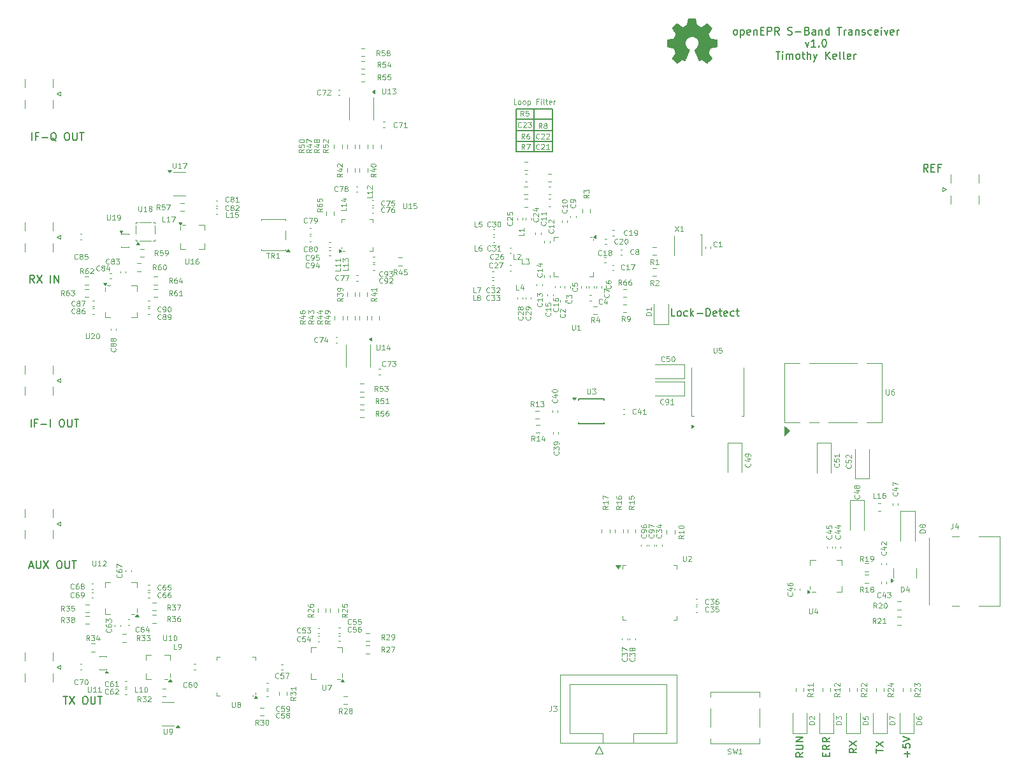
<source format=gbr>
%TF.GenerationSoftware,KiCad,Pcbnew,8.0.0*%
%TF.CreationDate,2024-03-17T22:04:36-04:00*%
%TF.ProjectId,S-Band Transceiver,532d4261-6e64-4205-9472-616e73636569,v1.0*%
%TF.SameCoordinates,Original*%
%TF.FileFunction,Legend,Top*%
%TF.FilePolarity,Positive*%
%FSLAX46Y46*%
G04 Gerber Fmt 4.6, Leading zero omitted, Abs format (unit mm)*
G04 Created by KiCad (PCBNEW 8.0.0) date 2024-03-17 22:04:36*
%MOMM*%
%LPD*%
G01*
G04 APERTURE LIST*
%ADD10C,0.150000*%
%ADD11C,0.120000*%
%ADD12C,0.010000*%
%ADD13C,0.100000*%
G04 APERTURE END LIST*
D10*
X183661207Y-48510819D02*
X183327874Y-48034628D01*
X183089779Y-48510819D02*
X183089779Y-47510819D01*
X183089779Y-47510819D02*
X183470731Y-47510819D01*
X183470731Y-47510819D02*
X183565969Y-47558438D01*
X183565969Y-47558438D02*
X183613588Y-47606057D01*
X183613588Y-47606057D02*
X183661207Y-47701295D01*
X183661207Y-47701295D02*
X183661207Y-47844152D01*
X183661207Y-47844152D02*
X183613588Y-47939390D01*
X183613588Y-47939390D02*
X183565969Y-47987009D01*
X183565969Y-47987009D02*
X183470731Y-48034628D01*
X183470731Y-48034628D02*
X183089779Y-48034628D01*
X184089779Y-47987009D02*
X184423112Y-47987009D01*
X184565969Y-48510819D02*
X184089779Y-48510819D01*
X184089779Y-48510819D02*
X184089779Y-47510819D01*
X184089779Y-47510819D02*
X184565969Y-47510819D01*
X185327874Y-47987009D02*
X184994541Y-47987009D01*
X184994541Y-48510819D02*
X184994541Y-47510819D01*
X184994541Y-47510819D02*
X185470731Y-47510819D01*
D11*
X128975947Y-39532093D02*
X128642613Y-39532093D01*
X128642613Y-39532093D02*
X128642613Y-38832093D01*
X129309280Y-39532093D02*
X129242614Y-39498760D01*
X129242614Y-39498760D02*
X129209280Y-39465426D01*
X129209280Y-39465426D02*
X129175947Y-39398760D01*
X129175947Y-39398760D02*
X129175947Y-39198760D01*
X129175947Y-39198760D02*
X129209280Y-39132093D01*
X129209280Y-39132093D02*
X129242614Y-39098760D01*
X129242614Y-39098760D02*
X129309280Y-39065426D01*
X129309280Y-39065426D02*
X129409280Y-39065426D01*
X129409280Y-39065426D02*
X129475947Y-39098760D01*
X129475947Y-39098760D02*
X129509280Y-39132093D01*
X129509280Y-39132093D02*
X129542614Y-39198760D01*
X129542614Y-39198760D02*
X129542614Y-39398760D01*
X129542614Y-39398760D02*
X129509280Y-39465426D01*
X129509280Y-39465426D02*
X129475947Y-39498760D01*
X129475947Y-39498760D02*
X129409280Y-39532093D01*
X129409280Y-39532093D02*
X129309280Y-39532093D01*
X129942613Y-39532093D02*
X129875947Y-39498760D01*
X129875947Y-39498760D02*
X129842613Y-39465426D01*
X129842613Y-39465426D02*
X129809280Y-39398760D01*
X129809280Y-39398760D02*
X129809280Y-39198760D01*
X129809280Y-39198760D02*
X129842613Y-39132093D01*
X129842613Y-39132093D02*
X129875947Y-39098760D01*
X129875947Y-39098760D02*
X129942613Y-39065426D01*
X129942613Y-39065426D02*
X130042613Y-39065426D01*
X130042613Y-39065426D02*
X130109280Y-39098760D01*
X130109280Y-39098760D02*
X130142613Y-39132093D01*
X130142613Y-39132093D02*
X130175947Y-39198760D01*
X130175947Y-39198760D02*
X130175947Y-39398760D01*
X130175947Y-39398760D02*
X130142613Y-39465426D01*
X130142613Y-39465426D02*
X130109280Y-39498760D01*
X130109280Y-39498760D02*
X130042613Y-39532093D01*
X130042613Y-39532093D02*
X129942613Y-39532093D01*
X130475946Y-39065426D02*
X130475946Y-39765426D01*
X130475946Y-39098760D02*
X130542613Y-39065426D01*
X130542613Y-39065426D02*
X130675946Y-39065426D01*
X130675946Y-39065426D02*
X130742613Y-39098760D01*
X130742613Y-39098760D02*
X130775946Y-39132093D01*
X130775946Y-39132093D02*
X130809280Y-39198760D01*
X130809280Y-39198760D02*
X130809280Y-39398760D01*
X130809280Y-39398760D02*
X130775946Y-39465426D01*
X130775946Y-39465426D02*
X130742613Y-39498760D01*
X130742613Y-39498760D02*
X130675946Y-39532093D01*
X130675946Y-39532093D02*
X130542613Y-39532093D01*
X130542613Y-39532093D02*
X130475946Y-39498760D01*
X131875946Y-39165426D02*
X131642612Y-39165426D01*
X131642612Y-39532093D02*
X131642612Y-38832093D01*
X131642612Y-38832093D02*
X131975946Y-38832093D01*
X132242612Y-39532093D02*
X132242612Y-39065426D01*
X132242612Y-38832093D02*
X132209279Y-38865426D01*
X132209279Y-38865426D02*
X132242612Y-38898760D01*
X132242612Y-38898760D02*
X132275946Y-38865426D01*
X132275946Y-38865426D02*
X132242612Y-38832093D01*
X132242612Y-38832093D02*
X132242612Y-38898760D01*
X132675945Y-39532093D02*
X132609279Y-39498760D01*
X132609279Y-39498760D02*
X132575945Y-39432093D01*
X132575945Y-39432093D02*
X132575945Y-38832093D01*
X132842612Y-39065426D02*
X133109279Y-39065426D01*
X132942612Y-38832093D02*
X132942612Y-39432093D01*
X132942612Y-39432093D02*
X132975946Y-39498760D01*
X132975946Y-39498760D02*
X133042612Y-39532093D01*
X133042612Y-39532093D02*
X133109279Y-39532093D01*
X133609279Y-39498760D02*
X133542612Y-39532093D01*
X133542612Y-39532093D02*
X133409279Y-39532093D01*
X133409279Y-39532093D02*
X133342612Y-39498760D01*
X133342612Y-39498760D02*
X133309279Y-39432093D01*
X133309279Y-39432093D02*
X133309279Y-39165426D01*
X133309279Y-39165426D02*
X133342612Y-39098760D01*
X133342612Y-39098760D02*
X133409279Y-39065426D01*
X133409279Y-39065426D02*
X133542612Y-39065426D01*
X133542612Y-39065426D02*
X133609279Y-39098760D01*
X133609279Y-39098760D02*
X133642612Y-39165426D01*
X133642612Y-39165426D02*
X133642612Y-39232093D01*
X133642612Y-39232093D02*
X133309279Y-39298760D01*
X133942612Y-39532093D02*
X133942612Y-39065426D01*
X133942612Y-39198760D02*
X133975946Y-39132093D01*
X133975946Y-39132093D02*
X134009279Y-39098760D01*
X134009279Y-39098760D02*
X134075946Y-39065426D01*
X134075946Y-39065426D02*
X134142612Y-39065426D01*
D10*
X128905000Y-44450000D02*
X133731000Y-44450000D01*
X128905000Y-43053000D02*
X133731000Y-43053000D01*
X128905000Y-41529000D02*
X133731000Y-41529000D01*
X131318000Y-40132000D02*
X131318000Y-45847000D01*
X128905000Y-40132000D02*
X133731000Y-40132000D01*
X133731000Y-45847000D01*
X128905000Y-45847000D01*
X128905000Y-40132000D01*
X180921866Y-126253713D02*
X180921866Y-125491809D01*
X181302819Y-125872761D02*
X180540914Y-125872761D01*
X180302819Y-124539428D02*
X180302819Y-125015618D01*
X180302819Y-125015618D02*
X180779009Y-125063237D01*
X180779009Y-125063237D02*
X180731390Y-125015618D01*
X180731390Y-125015618D02*
X180683771Y-124920380D01*
X180683771Y-124920380D02*
X180683771Y-124682285D01*
X180683771Y-124682285D02*
X180731390Y-124587047D01*
X180731390Y-124587047D02*
X180779009Y-124539428D01*
X180779009Y-124539428D02*
X180874247Y-124491809D01*
X180874247Y-124491809D02*
X181112342Y-124491809D01*
X181112342Y-124491809D02*
X181207580Y-124539428D01*
X181207580Y-124539428D02*
X181255200Y-124587047D01*
X181255200Y-124587047D02*
X181302819Y-124682285D01*
X181302819Y-124682285D02*
X181302819Y-124920380D01*
X181302819Y-124920380D02*
X181255200Y-125015618D01*
X181255200Y-125015618D02*
X181207580Y-125063237D01*
X180302819Y-124206094D02*
X181302819Y-123872761D01*
X181302819Y-123872761D02*
X180302819Y-123539428D01*
X167078819Y-125706095D02*
X166602628Y-126039428D01*
X167078819Y-126277523D02*
X166078819Y-126277523D01*
X166078819Y-126277523D02*
X166078819Y-125896571D01*
X166078819Y-125896571D02*
X166126438Y-125801333D01*
X166126438Y-125801333D02*
X166174057Y-125753714D01*
X166174057Y-125753714D02*
X166269295Y-125706095D01*
X166269295Y-125706095D02*
X166412152Y-125706095D01*
X166412152Y-125706095D02*
X166507390Y-125753714D01*
X166507390Y-125753714D02*
X166555009Y-125801333D01*
X166555009Y-125801333D02*
X166602628Y-125896571D01*
X166602628Y-125896571D02*
X166602628Y-126277523D01*
X166078819Y-125277523D02*
X166888342Y-125277523D01*
X166888342Y-125277523D02*
X166983580Y-125229904D01*
X166983580Y-125229904D02*
X167031200Y-125182285D01*
X167031200Y-125182285D02*
X167078819Y-125087047D01*
X167078819Y-125087047D02*
X167078819Y-124896571D01*
X167078819Y-124896571D02*
X167031200Y-124801333D01*
X167031200Y-124801333D02*
X166983580Y-124753714D01*
X166983580Y-124753714D02*
X166888342Y-124706095D01*
X166888342Y-124706095D02*
X166078819Y-124706095D01*
X167078819Y-124229904D02*
X166078819Y-124229904D01*
X166078819Y-124229904D02*
X167078819Y-123658476D01*
X167078819Y-123658476D02*
X166078819Y-123658476D01*
X170111009Y-126182285D02*
X170111009Y-125848952D01*
X170634819Y-125706095D02*
X170634819Y-126182285D01*
X170634819Y-126182285D02*
X169634819Y-126182285D01*
X169634819Y-126182285D02*
X169634819Y-125706095D01*
X170634819Y-124706095D02*
X170158628Y-125039428D01*
X170634819Y-125277523D02*
X169634819Y-125277523D01*
X169634819Y-125277523D02*
X169634819Y-124896571D01*
X169634819Y-124896571D02*
X169682438Y-124801333D01*
X169682438Y-124801333D02*
X169730057Y-124753714D01*
X169730057Y-124753714D02*
X169825295Y-124706095D01*
X169825295Y-124706095D02*
X169968152Y-124706095D01*
X169968152Y-124706095D02*
X170063390Y-124753714D01*
X170063390Y-124753714D02*
X170111009Y-124801333D01*
X170111009Y-124801333D02*
X170158628Y-124896571D01*
X170158628Y-124896571D02*
X170158628Y-125277523D01*
X170634819Y-123706095D02*
X170158628Y-124039428D01*
X170634819Y-124277523D02*
X169634819Y-124277523D01*
X169634819Y-124277523D02*
X169634819Y-123896571D01*
X169634819Y-123896571D02*
X169682438Y-123801333D01*
X169682438Y-123801333D02*
X169730057Y-123753714D01*
X169730057Y-123753714D02*
X169825295Y-123706095D01*
X169825295Y-123706095D02*
X169968152Y-123706095D01*
X169968152Y-123706095D02*
X170063390Y-123753714D01*
X170063390Y-123753714D02*
X170111009Y-123801333D01*
X170111009Y-123801333D02*
X170158628Y-123896571D01*
X170158628Y-123896571D02*
X170158628Y-124277523D01*
X176746819Y-125729904D02*
X176746819Y-125158476D01*
X177746819Y-125444190D02*
X176746819Y-125444190D01*
X176746819Y-124920380D02*
X177746819Y-124253714D01*
X176746819Y-124253714D02*
X177746819Y-124920380D01*
X174190819Y-125134666D02*
X173714628Y-125467999D01*
X174190819Y-125706094D02*
X173190819Y-125706094D01*
X173190819Y-125706094D02*
X173190819Y-125325142D01*
X173190819Y-125325142D02*
X173238438Y-125229904D01*
X173238438Y-125229904D02*
X173286057Y-125182285D01*
X173286057Y-125182285D02*
X173381295Y-125134666D01*
X173381295Y-125134666D02*
X173524152Y-125134666D01*
X173524152Y-125134666D02*
X173619390Y-125182285D01*
X173619390Y-125182285D02*
X173667009Y-125229904D01*
X173667009Y-125229904D02*
X173714628Y-125325142D01*
X173714628Y-125325142D02*
X173714628Y-125706094D01*
X173190819Y-124801332D02*
X174190819Y-124134666D01*
X173190819Y-124134666D02*
X174190819Y-124801332D01*
X150037969Y-67687819D02*
X149561779Y-67687819D01*
X149561779Y-67687819D02*
X149561779Y-66687819D01*
X150514160Y-67687819D02*
X150418922Y-67640200D01*
X150418922Y-67640200D02*
X150371303Y-67592580D01*
X150371303Y-67592580D02*
X150323684Y-67497342D01*
X150323684Y-67497342D02*
X150323684Y-67211628D01*
X150323684Y-67211628D02*
X150371303Y-67116390D01*
X150371303Y-67116390D02*
X150418922Y-67068771D01*
X150418922Y-67068771D02*
X150514160Y-67021152D01*
X150514160Y-67021152D02*
X150657017Y-67021152D01*
X150657017Y-67021152D02*
X150752255Y-67068771D01*
X150752255Y-67068771D02*
X150799874Y-67116390D01*
X150799874Y-67116390D02*
X150847493Y-67211628D01*
X150847493Y-67211628D02*
X150847493Y-67497342D01*
X150847493Y-67497342D02*
X150799874Y-67592580D01*
X150799874Y-67592580D02*
X150752255Y-67640200D01*
X150752255Y-67640200D02*
X150657017Y-67687819D01*
X150657017Y-67687819D02*
X150514160Y-67687819D01*
X151704636Y-67640200D02*
X151609398Y-67687819D01*
X151609398Y-67687819D02*
X151418922Y-67687819D01*
X151418922Y-67687819D02*
X151323684Y-67640200D01*
X151323684Y-67640200D02*
X151276065Y-67592580D01*
X151276065Y-67592580D02*
X151228446Y-67497342D01*
X151228446Y-67497342D02*
X151228446Y-67211628D01*
X151228446Y-67211628D02*
X151276065Y-67116390D01*
X151276065Y-67116390D02*
X151323684Y-67068771D01*
X151323684Y-67068771D02*
X151418922Y-67021152D01*
X151418922Y-67021152D02*
X151609398Y-67021152D01*
X151609398Y-67021152D02*
X151704636Y-67068771D01*
X152133208Y-67687819D02*
X152133208Y-66687819D01*
X152228446Y-67306866D02*
X152514160Y-67687819D01*
X152514160Y-67021152D02*
X152133208Y-67402104D01*
X152942732Y-67306866D02*
X153704637Y-67306866D01*
X154180827Y-67687819D02*
X154180827Y-66687819D01*
X154180827Y-66687819D02*
X154418922Y-66687819D01*
X154418922Y-66687819D02*
X154561779Y-66735438D01*
X154561779Y-66735438D02*
X154657017Y-66830676D01*
X154657017Y-66830676D02*
X154704636Y-66925914D01*
X154704636Y-66925914D02*
X154752255Y-67116390D01*
X154752255Y-67116390D02*
X154752255Y-67259247D01*
X154752255Y-67259247D02*
X154704636Y-67449723D01*
X154704636Y-67449723D02*
X154657017Y-67544961D01*
X154657017Y-67544961D02*
X154561779Y-67640200D01*
X154561779Y-67640200D02*
X154418922Y-67687819D01*
X154418922Y-67687819D02*
X154180827Y-67687819D01*
X155561779Y-67640200D02*
X155466541Y-67687819D01*
X155466541Y-67687819D02*
X155276065Y-67687819D01*
X155276065Y-67687819D02*
X155180827Y-67640200D01*
X155180827Y-67640200D02*
X155133208Y-67544961D01*
X155133208Y-67544961D02*
X155133208Y-67164009D01*
X155133208Y-67164009D02*
X155180827Y-67068771D01*
X155180827Y-67068771D02*
X155276065Y-67021152D01*
X155276065Y-67021152D02*
X155466541Y-67021152D01*
X155466541Y-67021152D02*
X155561779Y-67068771D01*
X155561779Y-67068771D02*
X155609398Y-67164009D01*
X155609398Y-67164009D02*
X155609398Y-67259247D01*
X155609398Y-67259247D02*
X155133208Y-67354485D01*
X155895113Y-67021152D02*
X156276065Y-67021152D01*
X156037970Y-66687819D02*
X156037970Y-67544961D01*
X156037970Y-67544961D02*
X156085589Y-67640200D01*
X156085589Y-67640200D02*
X156180827Y-67687819D01*
X156180827Y-67687819D02*
X156276065Y-67687819D01*
X156990351Y-67640200D02*
X156895113Y-67687819D01*
X156895113Y-67687819D02*
X156704637Y-67687819D01*
X156704637Y-67687819D02*
X156609399Y-67640200D01*
X156609399Y-67640200D02*
X156561780Y-67544961D01*
X156561780Y-67544961D02*
X156561780Y-67164009D01*
X156561780Y-67164009D02*
X156609399Y-67068771D01*
X156609399Y-67068771D02*
X156704637Y-67021152D01*
X156704637Y-67021152D02*
X156895113Y-67021152D01*
X156895113Y-67021152D02*
X156990351Y-67068771D01*
X156990351Y-67068771D02*
X157037970Y-67164009D01*
X157037970Y-67164009D02*
X157037970Y-67259247D01*
X157037970Y-67259247D02*
X156561780Y-67354485D01*
X157895113Y-67640200D02*
X157799875Y-67687819D01*
X157799875Y-67687819D02*
X157609399Y-67687819D01*
X157609399Y-67687819D02*
X157514161Y-67640200D01*
X157514161Y-67640200D02*
X157466542Y-67592580D01*
X157466542Y-67592580D02*
X157418923Y-67497342D01*
X157418923Y-67497342D02*
X157418923Y-67211628D01*
X157418923Y-67211628D02*
X157466542Y-67116390D01*
X157466542Y-67116390D02*
X157514161Y-67068771D01*
X157514161Y-67068771D02*
X157609399Y-67021152D01*
X157609399Y-67021152D02*
X157799875Y-67021152D01*
X157799875Y-67021152D02*
X157895113Y-67068771D01*
X158180828Y-67021152D02*
X158561780Y-67021152D01*
X158323685Y-66687819D02*
X158323685Y-67544961D01*
X158323685Y-67544961D02*
X158371304Y-67640200D01*
X158371304Y-67640200D02*
X158466542Y-67687819D01*
X158466542Y-67687819D02*
X158561780Y-67687819D01*
X157997284Y-30304931D02*
X157902046Y-30257312D01*
X157902046Y-30257312D02*
X157854427Y-30209692D01*
X157854427Y-30209692D02*
X157806808Y-30114454D01*
X157806808Y-30114454D02*
X157806808Y-29828740D01*
X157806808Y-29828740D02*
X157854427Y-29733502D01*
X157854427Y-29733502D02*
X157902046Y-29685883D01*
X157902046Y-29685883D02*
X157997284Y-29638264D01*
X157997284Y-29638264D02*
X158140141Y-29638264D01*
X158140141Y-29638264D02*
X158235379Y-29685883D01*
X158235379Y-29685883D02*
X158282998Y-29733502D01*
X158282998Y-29733502D02*
X158330617Y-29828740D01*
X158330617Y-29828740D02*
X158330617Y-30114454D01*
X158330617Y-30114454D02*
X158282998Y-30209692D01*
X158282998Y-30209692D02*
X158235379Y-30257312D01*
X158235379Y-30257312D02*
X158140141Y-30304931D01*
X158140141Y-30304931D02*
X157997284Y-30304931D01*
X158759189Y-29638264D02*
X158759189Y-30638264D01*
X158759189Y-29685883D02*
X158854427Y-29638264D01*
X158854427Y-29638264D02*
X159044903Y-29638264D01*
X159044903Y-29638264D02*
X159140141Y-29685883D01*
X159140141Y-29685883D02*
X159187760Y-29733502D01*
X159187760Y-29733502D02*
X159235379Y-29828740D01*
X159235379Y-29828740D02*
X159235379Y-30114454D01*
X159235379Y-30114454D02*
X159187760Y-30209692D01*
X159187760Y-30209692D02*
X159140141Y-30257312D01*
X159140141Y-30257312D02*
X159044903Y-30304931D01*
X159044903Y-30304931D02*
X158854427Y-30304931D01*
X158854427Y-30304931D02*
X158759189Y-30257312D01*
X160044903Y-30257312D02*
X159949665Y-30304931D01*
X159949665Y-30304931D02*
X159759189Y-30304931D01*
X159759189Y-30304931D02*
X159663951Y-30257312D01*
X159663951Y-30257312D02*
X159616332Y-30162073D01*
X159616332Y-30162073D02*
X159616332Y-29781121D01*
X159616332Y-29781121D02*
X159663951Y-29685883D01*
X159663951Y-29685883D02*
X159759189Y-29638264D01*
X159759189Y-29638264D02*
X159949665Y-29638264D01*
X159949665Y-29638264D02*
X160044903Y-29685883D01*
X160044903Y-29685883D02*
X160092522Y-29781121D01*
X160092522Y-29781121D02*
X160092522Y-29876359D01*
X160092522Y-29876359D02*
X159616332Y-29971597D01*
X160521094Y-29638264D02*
X160521094Y-30304931D01*
X160521094Y-29733502D02*
X160568713Y-29685883D01*
X160568713Y-29685883D02*
X160663951Y-29638264D01*
X160663951Y-29638264D02*
X160806808Y-29638264D01*
X160806808Y-29638264D02*
X160902046Y-29685883D01*
X160902046Y-29685883D02*
X160949665Y-29781121D01*
X160949665Y-29781121D02*
X160949665Y-30304931D01*
X161425856Y-29781121D02*
X161759189Y-29781121D01*
X161902046Y-30304931D02*
X161425856Y-30304931D01*
X161425856Y-30304931D02*
X161425856Y-29304931D01*
X161425856Y-29304931D02*
X161902046Y-29304931D01*
X162330618Y-30304931D02*
X162330618Y-29304931D01*
X162330618Y-29304931D02*
X162711570Y-29304931D01*
X162711570Y-29304931D02*
X162806808Y-29352550D01*
X162806808Y-29352550D02*
X162854427Y-29400169D01*
X162854427Y-29400169D02*
X162902046Y-29495407D01*
X162902046Y-29495407D02*
X162902046Y-29638264D01*
X162902046Y-29638264D02*
X162854427Y-29733502D01*
X162854427Y-29733502D02*
X162806808Y-29781121D01*
X162806808Y-29781121D02*
X162711570Y-29828740D01*
X162711570Y-29828740D02*
X162330618Y-29828740D01*
X163902046Y-30304931D02*
X163568713Y-29828740D01*
X163330618Y-30304931D02*
X163330618Y-29304931D01*
X163330618Y-29304931D02*
X163711570Y-29304931D01*
X163711570Y-29304931D02*
X163806808Y-29352550D01*
X163806808Y-29352550D02*
X163854427Y-29400169D01*
X163854427Y-29400169D02*
X163902046Y-29495407D01*
X163902046Y-29495407D02*
X163902046Y-29638264D01*
X163902046Y-29638264D02*
X163854427Y-29733502D01*
X163854427Y-29733502D02*
X163806808Y-29781121D01*
X163806808Y-29781121D02*
X163711570Y-29828740D01*
X163711570Y-29828740D02*
X163330618Y-29828740D01*
X165044904Y-30257312D02*
X165187761Y-30304931D01*
X165187761Y-30304931D02*
X165425856Y-30304931D01*
X165425856Y-30304931D02*
X165521094Y-30257312D01*
X165521094Y-30257312D02*
X165568713Y-30209692D01*
X165568713Y-30209692D02*
X165616332Y-30114454D01*
X165616332Y-30114454D02*
X165616332Y-30019216D01*
X165616332Y-30019216D02*
X165568713Y-29923978D01*
X165568713Y-29923978D02*
X165521094Y-29876359D01*
X165521094Y-29876359D02*
X165425856Y-29828740D01*
X165425856Y-29828740D02*
X165235380Y-29781121D01*
X165235380Y-29781121D02*
X165140142Y-29733502D01*
X165140142Y-29733502D02*
X165092523Y-29685883D01*
X165092523Y-29685883D02*
X165044904Y-29590645D01*
X165044904Y-29590645D02*
X165044904Y-29495407D01*
X165044904Y-29495407D02*
X165092523Y-29400169D01*
X165092523Y-29400169D02*
X165140142Y-29352550D01*
X165140142Y-29352550D02*
X165235380Y-29304931D01*
X165235380Y-29304931D02*
X165473475Y-29304931D01*
X165473475Y-29304931D02*
X165616332Y-29352550D01*
X166044904Y-29923978D02*
X166806809Y-29923978D01*
X167616332Y-29781121D02*
X167759189Y-29828740D01*
X167759189Y-29828740D02*
X167806808Y-29876359D01*
X167806808Y-29876359D02*
X167854427Y-29971597D01*
X167854427Y-29971597D02*
X167854427Y-30114454D01*
X167854427Y-30114454D02*
X167806808Y-30209692D01*
X167806808Y-30209692D02*
X167759189Y-30257312D01*
X167759189Y-30257312D02*
X167663951Y-30304931D01*
X167663951Y-30304931D02*
X167282999Y-30304931D01*
X167282999Y-30304931D02*
X167282999Y-29304931D01*
X167282999Y-29304931D02*
X167616332Y-29304931D01*
X167616332Y-29304931D02*
X167711570Y-29352550D01*
X167711570Y-29352550D02*
X167759189Y-29400169D01*
X167759189Y-29400169D02*
X167806808Y-29495407D01*
X167806808Y-29495407D02*
X167806808Y-29590645D01*
X167806808Y-29590645D02*
X167759189Y-29685883D01*
X167759189Y-29685883D02*
X167711570Y-29733502D01*
X167711570Y-29733502D02*
X167616332Y-29781121D01*
X167616332Y-29781121D02*
X167282999Y-29781121D01*
X168711570Y-30304931D02*
X168711570Y-29781121D01*
X168711570Y-29781121D02*
X168663951Y-29685883D01*
X168663951Y-29685883D02*
X168568713Y-29638264D01*
X168568713Y-29638264D02*
X168378237Y-29638264D01*
X168378237Y-29638264D02*
X168282999Y-29685883D01*
X168711570Y-30257312D02*
X168616332Y-30304931D01*
X168616332Y-30304931D02*
X168378237Y-30304931D01*
X168378237Y-30304931D02*
X168282999Y-30257312D01*
X168282999Y-30257312D02*
X168235380Y-30162073D01*
X168235380Y-30162073D02*
X168235380Y-30066835D01*
X168235380Y-30066835D02*
X168282999Y-29971597D01*
X168282999Y-29971597D02*
X168378237Y-29923978D01*
X168378237Y-29923978D02*
X168616332Y-29923978D01*
X168616332Y-29923978D02*
X168711570Y-29876359D01*
X169187761Y-29638264D02*
X169187761Y-30304931D01*
X169187761Y-29733502D02*
X169235380Y-29685883D01*
X169235380Y-29685883D02*
X169330618Y-29638264D01*
X169330618Y-29638264D02*
X169473475Y-29638264D01*
X169473475Y-29638264D02*
X169568713Y-29685883D01*
X169568713Y-29685883D02*
X169616332Y-29781121D01*
X169616332Y-29781121D02*
X169616332Y-30304931D01*
X170521094Y-30304931D02*
X170521094Y-29304931D01*
X170521094Y-30257312D02*
X170425856Y-30304931D01*
X170425856Y-30304931D02*
X170235380Y-30304931D01*
X170235380Y-30304931D02*
X170140142Y-30257312D01*
X170140142Y-30257312D02*
X170092523Y-30209692D01*
X170092523Y-30209692D02*
X170044904Y-30114454D01*
X170044904Y-30114454D02*
X170044904Y-29828740D01*
X170044904Y-29828740D02*
X170092523Y-29733502D01*
X170092523Y-29733502D02*
X170140142Y-29685883D01*
X170140142Y-29685883D02*
X170235380Y-29638264D01*
X170235380Y-29638264D02*
X170425856Y-29638264D01*
X170425856Y-29638264D02*
X170521094Y-29685883D01*
X171616333Y-29304931D02*
X172187761Y-29304931D01*
X171902047Y-30304931D02*
X171902047Y-29304931D01*
X172521095Y-30304931D02*
X172521095Y-29638264D01*
X172521095Y-29828740D02*
X172568714Y-29733502D01*
X172568714Y-29733502D02*
X172616333Y-29685883D01*
X172616333Y-29685883D02*
X172711571Y-29638264D01*
X172711571Y-29638264D02*
X172806809Y-29638264D01*
X173568714Y-30304931D02*
X173568714Y-29781121D01*
X173568714Y-29781121D02*
X173521095Y-29685883D01*
X173521095Y-29685883D02*
X173425857Y-29638264D01*
X173425857Y-29638264D02*
X173235381Y-29638264D01*
X173235381Y-29638264D02*
X173140143Y-29685883D01*
X173568714Y-30257312D02*
X173473476Y-30304931D01*
X173473476Y-30304931D02*
X173235381Y-30304931D01*
X173235381Y-30304931D02*
X173140143Y-30257312D01*
X173140143Y-30257312D02*
X173092524Y-30162073D01*
X173092524Y-30162073D02*
X173092524Y-30066835D01*
X173092524Y-30066835D02*
X173140143Y-29971597D01*
X173140143Y-29971597D02*
X173235381Y-29923978D01*
X173235381Y-29923978D02*
X173473476Y-29923978D01*
X173473476Y-29923978D02*
X173568714Y-29876359D01*
X174044905Y-29638264D02*
X174044905Y-30304931D01*
X174044905Y-29733502D02*
X174092524Y-29685883D01*
X174092524Y-29685883D02*
X174187762Y-29638264D01*
X174187762Y-29638264D02*
X174330619Y-29638264D01*
X174330619Y-29638264D02*
X174425857Y-29685883D01*
X174425857Y-29685883D02*
X174473476Y-29781121D01*
X174473476Y-29781121D02*
X174473476Y-30304931D01*
X174902048Y-30257312D02*
X174997286Y-30304931D01*
X174997286Y-30304931D02*
X175187762Y-30304931D01*
X175187762Y-30304931D02*
X175283000Y-30257312D01*
X175283000Y-30257312D02*
X175330619Y-30162073D01*
X175330619Y-30162073D02*
X175330619Y-30114454D01*
X175330619Y-30114454D02*
X175283000Y-30019216D01*
X175283000Y-30019216D02*
X175187762Y-29971597D01*
X175187762Y-29971597D02*
X175044905Y-29971597D01*
X175044905Y-29971597D02*
X174949667Y-29923978D01*
X174949667Y-29923978D02*
X174902048Y-29828740D01*
X174902048Y-29828740D02*
X174902048Y-29781121D01*
X174902048Y-29781121D02*
X174949667Y-29685883D01*
X174949667Y-29685883D02*
X175044905Y-29638264D01*
X175044905Y-29638264D02*
X175187762Y-29638264D01*
X175187762Y-29638264D02*
X175283000Y-29685883D01*
X176187762Y-30257312D02*
X176092524Y-30304931D01*
X176092524Y-30304931D02*
X175902048Y-30304931D01*
X175902048Y-30304931D02*
X175806810Y-30257312D01*
X175806810Y-30257312D02*
X175759191Y-30209692D01*
X175759191Y-30209692D02*
X175711572Y-30114454D01*
X175711572Y-30114454D02*
X175711572Y-29828740D01*
X175711572Y-29828740D02*
X175759191Y-29733502D01*
X175759191Y-29733502D02*
X175806810Y-29685883D01*
X175806810Y-29685883D02*
X175902048Y-29638264D01*
X175902048Y-29638264D02*
X176092524Y-29638264D01*
X176092524Y-29638264D02*
X176187762Y-29685883D01*
X176997286Y-30257312D02*
X176902048Y-30304931D01*
X176902048Y-30304931D02*
X176711572Y-30304931D01*
X176711572Y-30304931D02*
X176616334Y-30257312D01*
X176616334Y-30257312D02*
X176568715Y-30162073D01*
X176568715Y-30162073D02*
X176568715Y-29781121D01*
X176568715Y-29781121D02*
X176616334Y-29685883D01*
X176616334Y-29685883D02*
X176711572Y-29638264D01*
X176711572Y-29638264D02*
X176902048Y-29638264D01*
X176902048Y-29638264D02*
X176997286Y-29685883D01*
X176997286Y-29685883D02*
X177044905Y-29781121D01*
X177044905Y-29781121D02*
X177044905Y-29876359D01*
X177044905Y-29876359D02*
X176568715Y-29971597D01*
X177473477Y-30304931D02*
X177473477Y-29638264D01*
X177473477Y-29304931D02*
X177425858Y-29352550D01*
X177425858Y-29352550D02*
X177473477Y-29400169D01*
X177473477Y-29400169D02*
X177521096Y-29352550D01*
X177521096Y-29352550D02*
X177473477Y-29304931D01*
X177473477Y-29304931D02*
X177473477Y-29400169D01*
X177854429Y-29638264D02*
X178092524Y-30304931D01*
X178092524Y-30304931D02*
X178330619Y-29638264D01*
X179092524Y-30257312D02*
X178997286Y-30304931D01*
X178997286Y-30304931D02*
X178806810Y-30304931D01*
X178806810Y-30304931D02*
X178711572Y-30257312D01*
X178711572Y-30257312D02*
X178663953Y-30162073D01*
X178663953Y-30162073D02*
X178663953Y-29781121D01*
X178663953Y-29781121D02*
X178711572Y-29685883D01*
X178711572Y-29685883D02*
X178806810Y-29638264D01*
X178806810Y-29638264D02*
X178997286Y-29638264D01*
X178997286Y-29638264D02*
X179092524Y-29685883D01*
X179092524Y-29685883D02*
X179140143Y-29781121D01*
X179140143Y-29781121D02*
X179140143Y-29876359D01*
X179140143Y-29876359D02*
X178663953Y-29971597D01*
X179568715Y-30304931D02*
X179568715Y-29638264D01*
X179568715Y-29828740D02*
X179616334Y-29733502D01*
X179616334Y-29733502D02*
X179663953Y-29685883D01*
X179663953Y-29685883D02*
X179759191Y-29638264D01*
X179759191Y-29638264D02*
X179854429Y-29638264D01*
X167354429Y-31248208D02*
X167592524Y-31914875D01*
X167592524Y-31914875D02*
X167830619Y-31248208D01*
X168735381Y-31914875D02*
X168163953Y-31914875D01*
X168449667Y-31914875D02*
X168449667Y-30914875D01*
X168449667Y-30914875D02*
X168354429Y-31057732D01*
X168354429Y-31057732D02*
X168259191Y-31152970D01*
X168259191Y-31152970D02*
X168163953Y-31200589D01*
X169163953Y-31819636D02*
X169211572Y-31867256D01*
X169211572Y-31867256D02*
X169163953Y-31914875D01*
X169163953Y-31914875D02*
X169116334Y-31867256D01*
X169116334Y-31867256D02*
X169163953Y-31819636D01*
X169163953Y-31819636D02*
X169163953Y-31914875D01*
X169830619Y-30914875D02*
X169925857Y-30914875D01*
X169925857Y-30914875D02*
X170021095Y-30962494D01*
X170021095Y-30962494D02*
X170068714Y-31010113D01*
X170068714Y-31010113D02*
X170116333Y-31105351D01*
X170116333Y-31105351D02*
X170163952Y-31295827D01*
X170163952Y-31295827D02*
X170163952Y-31533922D01*
X170163952Y-31533922D02*
X170116333Y-31724398D01*
X170116333Y-31724398D02*
X170068714Y-31819636D01*
X170068714Y-31819636D02*
X170021095Y-31867256D01*
X170021095Y-31867256D02*
X169925857Y-31914875D01*
X169925857Y-31914875D02*
X169830619Y-31914875D01*
X169830619Y-31914875D02*
X169735381Y-31867256D01*
X169735381Y-31867256D02*
X169687762Y-31819636D01*
X169687762Y-31819636D02*
X169640143Y-31724398D01*
X169640143Y-31724398D02*
X169592524Y-31533922D01*
X169592524Y-31533922D02*
X169592524Y-31295827D01*
X169592524Y-31295827D02*
X169640143Y-31105351D01*
X169640143Y-31105351D02*
X169687762Y-31010113D01*
X169687762Y-31010113D02*
X169735381Y-30962494D01*
X169735381Y-30962494D02*
X169830619Y-30914875D01*
X163449666Y-32524819D02*
X164021094Y-32524819D01*
X163735380Y-33524819D02*
X163735380Y-32524819D01*
X164354428Y-33524819D02*
X164354428Y-32858152D01*
X164354428Y-32524819D02*
X164306809Y-32572438D01*
X164306809Y-32572438D02*
X164354428Y-32620057D01*
X164354428Y-32620057D02*
X164402047Y-32572438D01*
X164402047Y-32572438D02*
X164354428Y-32524819D01*
X164354428Y-32524819D02*
X164354428Y-32620057D01*
X164830618Y-33524819D02*
X164830618Y-32858152D01*
X164830618Y-32953390D02*
X164878237Y-32905771D01*
X164878237Y-32905771D02*
X164973475Y-32858152D01*
X164973475Y-32858152D02*
X165116332Y-32858152D01*
X165116332Y-32858152D02*
X165211570Y-32905771D01*
X165211570Y-32905771D02*
X165259189Y-33001009D01*
X165259189Y-33001009D02*
X165259189Y-33524819D01*
X165259189Y-33001009D02*
X165306808Y-32905771D01*
X165306808Y-32905771D02*
X165402046Y-32858152D01*
X165402046Y-32858152D02*
X165544903Y-32858152D01*
X165544903Y-32858152D02*
X165640142Y-32905771D01*
X165640142Y-32905771D02*
X165687761Y-33001009D01*
X165687761Y-33001009D02*
X165687761Y-33524819D01*
X166306808Y-33524819D02*
X166211570Y-33477200D01*
X166211570Y-33477200D02*
X166163951Y-33429580D01*
X166163951Y-33429580D02*
X166116332Y-33334342D01*
X166116332Y-33334342D02*
X166116332Y-33048628D01*
X166116332Y-33048628D02*
X166163951Y-32953390D01*
X166163951Y-32953390D02*
X166211570Y-32905771D01*
X166211570Y-32905771D02*
X166306808Y-32858152D01*
X166306808Y-32858152D02*
X166449665Y-32858152D01*
X166449665Y-32858152D02*
X166544903Y-32905771D01*
X166544903Y-32905771D02*
X166592522Y-32953390D01*
X166592522Y-32953390D02*
X166640141Y-33048628D01*
X166640141Y-33048628D02*
X166640141Y-33334342D01*
X166640141Y-33334342D02*
X166592522Y-33429580D01*
X166592522Y-33429580D02*
X166544903Y-33477200D01*
X166544903Y-33477200D02*
X166449665Y-33524819D01*
X166449665Y-33524819D02*
X166306808Y-33524819D01*
X166925856Y-32858152D02*
X167306808Y-32858152D01*
X167068713Y-32524819D02*
X167068713Y-33381961D01*
X167068713Y-33381961D02*
X167116332Y-33477200D01*
X167116332Y-33477200D02*
X167211570Y-33524819D01*
X167211570Y-33524819D02*
X167306808Y-33524819D01*
X167640142Y-33524819D02*
X167640142Y-32524819D01*
X168068713Y-33524819D02*
X168068713Y-33001009D01*
X168068713Y-33001009D02*
X168021094Y-32905771D01*
X168021094Y-32905771D02*
X167925856Y-32858152D01*
X167925856Y-32858152D02*
X167782999Y-32858152D01*
X167782999Y-32858152D02*
X167687761Y-32905771D01*
X167687761Y-32905771D02*
X167640142Y-32953390D01*
X168449666Y-32858152D02*
X168687761Y-33524819D01*
X168925856Y-32858152D02*
X168687761Y-33524819D01*
X168687761Y-33524819D02*
X168592523Y-33762914D01*
X168592523Y-33762914D02*
X168544904Y-33810533D01*
X168544904Y-33810533D02*
X168449666Y-33858152D01*
X170068714Y-33524819D02*
X170068714Y-32524819D01*
X170640142Y-33524819D02*
X170211571Y-32953390D01*
X170640142Y-32524819D02*
X170068714Y-33096247D01*
X171449666Y-33477200D02*
X171354428Y-33524819D01*
X171354428Y-33524819D02*
X171163952Y-33524819D01*
X171163952Y-33524819D02*
X171068714Y-33477200D01*
X171068714Y-33477200D02*
X171021095Y-33381961D01*
X171021095Y-33381961D02*
X171021095Y-33001009D01*
X171021095Y-33001009D02*
X171068714Y-32905771D01*
X171068714Y-32905771D02*
X171163952Y-32858152D01*
X171163952Y-32858152D02*
X171354428Y-32858152D01*
X171354428Y-32858152D02*
X171449666Y-32905771D01*
X171449666Y-32905771D02*
X171497285Y-33001009D01*
X171497285Y-33001009D02*
X171497285Y-33096247D01*
X171497285Y-33096247D02*
X171021095Y-33191485D01*
X172068714Y-33524819D02*
X171973476Y-33477200D01*
X171973476Y-33477200D02*
X171925857Y-33381961D01*
X171925857Y-33381961D02*
X171925857Y-32524819D01*
X172592524Y-33524819D02*
X172497286Y-33477200D01*
X172497286Y-33477200D02*
X172449667Y-33381961D01*
X172449667Y-33381961D02*
X172449667Y-32524819D01*
X173354429Y-33477200D02*
X173259191Y-33524819D01*
X173259191Y-33524819D02*
X173068715Y-33524819D01*
X173068715Y-33524819D02*
X172973477Y-33477200D01*
X172973477Y-33477200D02*
X172925858Y-33381961D01*
X172925858Y-33381961D02*
X172925858Y-33001009D01*
X172925858Y-33001009D02*
X172973477Y-32905771D01*
X172973477Y-32905771D02*
X173068715Y-32858152D01*
X173068715Y-32858152D02*
X173259191Y-32858152D01*
X173259191Y-32858152D02*
X173354429Y-32905771D01*
X173354429Y-32905771D02*
X173402048Y-33001009D01*
X173402048Y-33001009D02*
X173402048Y-33096247D01*
X173402048Y-33096247D02*
X172925858Y-33191485D01*
X173830620Y-33524819D02*
X173830620Y-32858152D01*
X173830620Y-33048628D02*
X173878239Y-32953390D01*
X173878239Y-32953390D02*
X173925858Y-32905771D01*
X173925858Y-32905771D02*
X174021096Y-32858152D01*
X174021096Y-32858152D02*
X174116334Y-32858152D01*
X64598779Y-44319819D02*
X64598779Y-43319819D01*
X65408302Y-43796009D02*
X65074969Y-43796009D01*
X65074969Y-44319819D02*
X65074969Y-43319819D01*
X65074969Y-43319819D02*
X65551159Y-43319819D01*
X65932112Y-43938866D02*
X66694017Y-43938866D01*
X67836873Y-44415057D02*
X67741635Y-44367438D01*
X67741635Y-44367438D02*
X67646397Y-44272200D01*
X67646397Y-44272200D02*
X67503540Y-44129342D01*
X67503540Y-44129342D02*
X67408302Y-44081723D01*
X67408302Y-44081723D02*
X67313064Y-44081723D01*
X67360683Y-44319819D02*
X67265445Y-44272200D01*
X67265445Y-44272200D02*
X67170207Y-44176961D01*
X67170207Y-44176961D02*
X67122588Y-43986485D01*
X67122588Y-43986485D02*
X67122588Y-43653152D01*
X67122588Y-43653152D02*
X67170207Y-43462676D01*
X67170207Y-43462676D02*
X67265445Y-43367438D01*
X67265445Y-43367438D02*
X67360683Y-43319819D01*
X67360683Y-43319819D02*
X67551159Y-43319819D01*
X67551159Y-43319819D02*
X67646397Y-43367438D01*
X67646397Y-43367438D02*
X67741635Y-43462676D01*
X67741635Y-43462676D02*
X67789254Y-43653152D01*
X67789254Y-43653152D02*
X67789254Y-43986485D01*
X67789254Y-43986485D02*
X67741635Y-44176961D01*
X67741635Y-44176961D02*
X67646397Y-44272200D01*
X67646397Y-44272200D02*
X67551159Y-44319819D01*
X67551159Y-44319819D02*
X67360683Y-44319819D01*
X69170207Y-43319819D02*
X69360683Y-43319819D01*
X69360683Y-43319819D02*
X69455921Y-43367438D01*
X69455921Y-43367438D02*
X69551159Y-43462676D01*
X69551159Y-43462676D02*
X69598778Y-43653152D01*
X69598778Y-43653152D02*
X69598778Y-43986485D01*
X69598778Y-43986485D02*
X69551159Y-44176961D01*
X69551159Y-44176961D02*
X69455921Y-44272200D01*
X69455921Y-44272200D02*
X69360683Y-44319819D01*
X69360683Y-44319819D02*
X69170207Y-44319819D01*
X69170207Y-44319819D02*
X69074969Y-44272200D01*
X69074969Y-44272200D02*
X68979731Y-44176961D01*
X68979731Y-44176961D02*
X68932112Y-43986485D01*
X68932112Y-43986485D02*
X68932112Y-43653152D01*
X68932112Y-43653152D02*
X68979731Y-43462676D01*
X68979731Y-43462676D02*
X69074969Y-43367438D01*
X69074969Y-43367438D02*
X69170207Y-43319819D01*
X70027350Y-43319819D02*
X70027350Y-44129342D01*
X70027350Y-44129342D02*
X70074969Y-44224580D01*
X70074969Y-44224580D02*
X70122588Y-44272200D01*
X70122588Y-44272200D02*
X70217826Y-44319819D01*
X70217826Y-44319819D02*
X70408302Y-44319819D01*
X70408302Y-44319819D02*
X70503540Y-44272200D01*
X70503540Y-44272200D02*
X70551159Y-44224580D01*
X70551159Y-44224580D02*
X70598778Y-44129342D01*
X70598778Y-44129342D02*
X70598778Y-43319819D01*
X70932112Y-43319819D02*
X71503540Y-43319819D01*
X71217826Y-44319819D02*
X71217826Y-43319819D01*
X64916207Y-63242819D02*
X64582874Y-62766628D01*
X64344779Y-63242819D02*
X64344779Y-62242819D01*
X64344779Y-62242819D02*
X64725731Y-62242819D01*
X64725731Y-62242819D02*
X64820969Y-62290438D01*
X64820969Y-62290438D02*
X64868588Y-62338057D01*
X64868588Y-62338057D02*
X64916207Y-62433295D01*
X64916207Y-62433295D02*
X64916207Y-62576152D01*
X64916207Y-62576152D02*
X64868588Y-62671390D01*
X64868588Y-62671390D02*
X64820969Y-62719009D01*
X64820969Y-62719009D02*
X64725731Y-62766628D01*
X64725731Y-62766628D02*
X64344779Y-62766628D01*
X65249541Y-62242819D02*
X65916207Y-63242819D01*
X65916207Y-62242819D02*
X65249541Y-63242819D01*
X67059065Y-63242819D02*
X67059065Y-62242819D01*
X67535255Y-63242819D02*
X67535255Y-62242819D01*
X67535255Y-62242819D02*
X68106683Y-63242819D01*
X68106683Y-63242819D02*
X68106683Y-62242819D01*
X64471779Y-82419819D02*
X64471779Y-81419819D01*
X65281302Y-81896009D02*
X64947969Y-81896009D01*
X64947969Y-82419819D02*
X64947969Y-81419819D01*
X64947969Y-81419819D02*
X65424159Y-81419819D01*
X65805112Y-82038866D02*
X66567017Y-82038866D01*
X67043207Y-82419819D02*
X67043207Y-81419819D01*
X68471778Y-81419819D02*
X68662254Y-81419819D01*
X68662254Y-81419819D02*
X68757492Y-81467438D01*
X68757492Y-81467438D02*
X68852730Y-81562676D01*
X68852730Y-81562676D02*
X68900349Y-81753152D01*
X68900349Y-81753152D02*
X68900349Y-82086485D01*
X68900349Y-82086485D02*
X68852730Y-82276961D01*
X68852730Y-82276961D02*
X68757492Y-82372200D01*
X68757492Y-82372200D02*
X68662254Y-82419819D01*
X68662254Y-82419819D02*
X68471778Y-82419819D01*
X68471778Y-82419819D02*
X68376540Y-82372200D01*
X68376540Y-82372200D02*
X68281302Y-82276961D01*
X68281302Y-82276961D02*
X68233683Y-82086485D01*
X68233683Y-82086485D02*
X68233683Y-81753152D01*
X68233683Y-81753152D02*
X68281302Y-81562676D01*
X68281302Y-81562676D02*
X68376540Y-81467438D01*
X68376540Y-81467438D02*
X68471778Y-81419819D01*
X69328921Y-81419819D02*
X69328921Y-82229342D01*
X69328921Y-82229342D02*
X69376540Y-82324580D01*
X69376540Y-82324580D02*
X69424159Y-82372200D01*
X69424159Y-82372200D02*
X69519397Y-82419819D01*
X69519397Y-82419819D02*
X69709873Y-82419819D01*
X69709873Y-82419819D02*
X69805111Y-82372200D01*
X69805111Y-82372200D02*
X69852730Y-82324580D01*
X69852730Y-82324580D02*
X69900349Y-82229342D01*
X69900349Y-82229342D02*
X69900349Y-81419819D01*
X70233683Y-81419819D02*
X70805111Y-81419819D01*
X70519397Y-82419819D02*
X70519397Y-81419819D01*
X64297160Y-100930104D02*
X64773350Y-100930104D01*
X64201922Y-101215819D02*
X64535255Y-100215819D01*
X64535255Y-100215819D02*
X64868588Y-101215819D01*
X65201922Y-100215819D02*
X65201922Y-101025342D01*
X65201922Y-101025342D02*
X65249541Y-101120580D01*
X65249541Y-101120580D02*
X65297160Y-101168200D01*
X65297160Y-101168200D02*
X65392398Y-101215819D01*
X65392398Y-101215819D02*
X65582874Y-101215819D01*
X65582874Y-101215819D02*
X65678112Y-101168200D01*
X65678112Y-101168200D02*
X65725731Y-101120580D01*
X65725731Y-101120580D02*
X65773350Y-101025342D01*
X65773350Y-101025342D02*
X65773350Y-100215819D01*
X66154303Y-100215819D02*
X66820969Y-101215819D01*
X66820969Y-100215819D02*
X66154303Y-101215819D01*
X68154303Y-100215819D02*
X68344779Y-100215819D01*
X68344779Y-100215819D02*
X68440017Y-100263438D01*
X68440017Y-100263438D02*
X68535255Y-100358676D01*
X68535255Y-100358676D02*
X68582874Y-100549152D01*
X68582874Y-100549152D02*
X68582874Y-100882485D01*
X68582874Y-100882485D02*
X68535255Y-101072961D01*
X68535255Y-101072961D02*
X68440017Y-101168200D01*
X68440017Y-101168200D02*
X68344779Y-101215819D01*
X68344779Y-101215819D02*
X68154303Y-101215819D01*
X68154303Y-101215819D02*
X68059065Y-101168200D01*
X68059065Y-101168200D02*
X67963827Y-101072961D01*
X67963827Y-101072961D02*
X67916208Y-100882485D01*
X67916208Y-100882485D02*
X67916208Y-100549152D01*
X67916208Y-100549152D02*
X67963827Y-100358676D01*
X67963827Y-100358676D02*
X68059065Y-100263438D01*
X68059065Y-100263438D02*
X68154303Y-100215819D01*
X69011446Y-100215819D02*
X69011446Y-101025342D01*
X69011446Y-101025342D02*
X69059065Y-101120580D01*
X69059065Y-101120580D02*
X69106684Y-101168200D01*
X69106684Y-101168200D02*
X69201922Y-101215819D01*
X69201922Y-101215819D02*
X69392398Y-101215819D01*
X69392398Y-101215819D02*
X69487636Y-101168200D01*
X69487636Y-101168200D02*
X69535255Y-101120580D01*
X69535255Y-101120580D02*
X69582874Y-101025342D01*
X69582874Y-101025342D02*
X69582874Y-100215819D01*
X69916208Y-100215819D02*
X70487636Y-100215819D01*
X70201922Y-101215819D02*
X70201922Y-100215819D01*
X68773922Y-118249819D02*
X69345350Y-118249819D01*
X69059636Y-119249819D02*
X69059636Y-118249819D01*
X69583446Y-118249819D02*
X70250112Y-119249819D01*
X70250112Y-118249819D02*
X69583446Y-119249819D01*
X71583446Y-118249819D02*
X71773922Y-118249819D01*
X71773922Y-118249819D02*
X71869160Y-118297438D01*
X71869160Y-118297438D02*
X71964398Y-118392676D01*
X71964398Y-118392676D02*
X72012017Y-118583152D01*
X72012017Y-118583152D02*
X72012017Y-118916485D01*
X72012017Y-118916485D02*
X71964398Y-119106961D01*
X71964398Y-119106961D02*
X71869160Y-119202200D01*
X71869160Y-119202200D02*
X71773922Y-119249819D01*
X71773922Y-119249819D02*
X71583446Y-119249819D01*
X71583446Y-119249819D02*
X71488208Y-119202200D01*
X71488208Y-119202200D02*
X71392970Y-119106961D01*
X71392970Y-119106961D02*
X71345351Y-118916485D01*
X71345351Y-118916485D02*
X71345351Y-118583152D01*
X71345351Y-118583152D02*
X71392970Y-118392676D01*
X71392970Y-118392676D02*
X71488208Y-118297438D01*
X71488208Y-118297438D02*
X71583446Y-118249819D01*
X72440589Y-118249819D02*
X72440589Y-119059342D01*
X72440589Y-119059342D02*
X72488208Y-119154580D01*
X72488208Y-119154580D02*
X72535827Y-119202200D01*
X72535827Y-119202200D02*
X72631065Y-119249819D01*
X72631065Y-119249819D02*
X72821541Y-119249819D01*
X72821541Y-119249819D02*
X72916779Y-119202200D01*
X72916779Y-119202200D02*
X72964398Y-119154580D01*
X72964398Y-119154580D02*
X73012017Y-119059342D01*
X73012017Y-119059342D02*
X73012017Y-118249819D01*
X73345351Y-118249819D02*
X73916779Y-118249819D01*
X73631065Y-119249819D02*
X73631065Y-118249819D01*
D11*
X142932999Y-63563593D02*
X142699666Y-63230260D01*
X142532999Y-63563593D02*
X142532999Y-62863593D01*
X142532999Y-62863593D02*
X142799666Y-62863593D01*
X142799666Y-62863593D02*
X142866333Y-62896926D01*
X142866333Y-62896926D02*
X142899666Y-62930260D01*
X142899666Y-62930260D02*
X142932999Y-62996926D01*
X142932999Y-62996926D02*
X142932999Y-63096926D01*
X142932999Y-63096926D02*
X142899666Y-63163593D01*
X142899666Y-63163593D02*
X142866333Y-63196926D01*
X142866333Y-63196926D02*
X142799666Y-63230260D01*
X142799666Y-63230260D02*
X142532999Y-63230260D01*
X143532999Y-62863593D02*
X143399666Y-62863593D01*
X143399666Y-62863593D02*
X143332999Y-62896926D01*
X143332999Y-62896926D02*
X143299666Y-62930260D01*
X143299666Y-62930260D02*
X143232999Y-63030260D01*
X143232999Y-63030260D02*
X143199666Y-63163593D01*
X143199666Y-63163593D02*
X143199666Y-63430260D01*
X143199666Y-63430260D02*
X143232999Y-63496926D01*
X143232999Y-63496926D02*
X143266333Y-63530260D01*
X143266333Y-63530260D02*
X143332999Y-63563593D01*
X143332999Y-63563593D02*
X143466333Y-63563593D01*
X143466333Y-63563593D02*
X143532999Y-63530260D01*
X143532999Y-63530260D02*
X143566333Y-63496926D01*
X143566333Y-63496926D02*
X143599666Y-63430260D01*
X143599666Y-63430260D02*
X143599666Y-63263593D01*
X143599666Y-63263593D02*
X143566333Y-63196926D01*
X143566333Y-63196926D02*
X143532999Y-63163593D01*
X143532999Y-63163593D02*
X143466333Y-63130260D01*
X143466333Y-63130260D02*
X143332999Y-63130260D01*
X143332999Y-63130260D02*
X143266333Y-63163593D01*
X143266333Y-63163593D02*
X143232999Y-63196926D01*
X143232999Y-63196926D02*
X143199666Y-63263593D01*
X144199666Y-62863593D02*
X144066333Y-62863593D01*
X144066333Y-62863593D02*
X143999666Y-62896926D01*
X143999666Y-62896926D02*
X143966333Y-62930260D01*
X143966333Y-62930260D02*
X143899666Y-63030260D01*
X143899666Y-63030260D02*
X143866333Y-63163593D01*
X143866333Y-63163593D02*
X143866333Y-63430260D01*
X143866333Y-63430260D02*
X143899666Y-63496926D01*
X143899666Y-63496926D02*
X143933000Y-63530260D01*
X143933000Y-63530260D02*
X143999666Y-63563593D01*
X143999666Y-63563593D02*
X144133000Y-63563593D01*
X144133000Y-63563593D02*
X144199666Y-63530260D01*
X144199666Y-63530260D02*
X144233000Y-63496926D01*
X144233000Y-63496926D02*
X144266333Y-63430260D01*
X144266333Y-63430260D02*
X144266333Y-63263593D01*
X144266333Y-63263593D02*
X144233000Y-63196926D01*
X144233000Y-63196926D02*
X144199666Y-63163593D01*
X144199666Y-63163593D02*
X144133000Y-63130260D01*
X144133000Y-63130260D02*
X143999666Y-63130260D01*
X143999666Y-63130260D02*
X143933000Y-63163593D01*
X143933000Y-63163593D02*
X143899666Y-63196926D01*
X143899666Y-63196926D02*
X143866333Y-63263593D01*
X147189926Y-96716000D02*
X147223260Y-96749333D01*
X147223260Y-96749333D02*
X147256593Y-96849333D01*
X147256593Y-96849333D02*
X147256593Y-96916000D01*
X147256593Y-96916000D02*
X147223260Y-97016000D01*
X147223260Y-97016000D02*
X147156593Y-97082667D01*
X147156593Y-97082667D02*
X147089926Y-97116000D01*
X147089926Y-97116000D02*
X146956593Y-97149333D01*
X146956593Y-97149333D02*
X146856593Y-97149333D01*
X146856593Y-97149333D02*
X146723260Y-97116000D01*
X146723260Y-97116000D02*
X146656593Y-97082667D01*
X146656593Y-97082667D02*
X146589926Y-97016000D01*
X146589926Y-97016000D02*
X146556593Y-96916000D01*
X146556593Y-96916000D02*
X146556593Y-96849333D01*
X146556593Y-96849333D02*
X146589926Y-96749333D01*
X146589926Y-96749333D02*
X146623260Y-96716000D01*
X147256593Y-96382667D02*
X147256593Y-96249333D01*
X147256593Y-96249333D02*
X147223260Y-96182667D01*
X147223260Y-96182667D02*
X147189926Y-96149333D01*
X147189926Y-96149333D02*
X147089926Y-96082667D01*
X147089926Y-96082667D02*
X146956593Y-96049333D01*
X146956593Y-96049333D02*
X146689926Y-96049333D01*
X146689926Y-96049333D02*
X146623260Y-96082667D01*
X146623260Y-96082667D02*
X146589926Y-96116000D01*
X146589926Y-96116000D02*
X146556593Y-96182667D01*
X146556593Y-96182667D02*
X146556593Y-96316000D01*
X146556593Y-96316000D02*
X146589926Y-96382667D01*
X146589926Y-96382667D02*
X146623260Y-96416000D01*
X146623260Y-96416000D02*
X146689926Y-96449333D01*
X146689926Y-96449333D02*
X146856593Y-96449333D01*
X146856593Y-96449333D02*
X146923260Y-96416000D01*
X146923260Y-96416000D02*
X146956593Y-96382667D01*
X146956593Y-96382667D02*
X146989926Y-96316000D01*
X146989926Y-96316000D02*
X146989926Y-96182667D01*
X146989926Y-96182667D02*
X146956593Y-96116000D01*
X146956593Y-96116000D02*
X146923260Y-96082667D01*
X146923260Y-96082667D02*
X146856593Y-96049333D01*
X146556593Y-95816000D02*
X146556593Y-95349333D01*
X146556593Y-95349333D02*
X147256593Y-95649333D01*
X146173926Y-96716000D02*
X146207260Y-96749333D01*
X146207260Y-96749333D02*
X146240593Y-96849333D01*
X146240593Y-96849333D02*
X146240593Y-96916000D01*
X146240593Y-96916000D02*
X146207260Y-97016000D01*
X146207260Y-97016000D02*
X146140593Y-97082667D01*
X146140593Y-97082667D02*
X146073926Y-97116000D01*
X146073926Y-97116000D02*
X145940593Y-97149333D01*
X145940593Y-97149333D02*
X145840593Y-97149333D01*
X145840593Y-97149333D02*
X145707260Y-97116000D01*
X145707260Y-97116000D02*
X145640593Y-97082667D01*
X145640593Y-97082667D02*
X145573926Y-97016000D01*
X145573926Y-97016000D02*
X145540593Y-96916000D01*
X145540593Y-96916000D02*
X145540593Y-96849333D01*
X145540593Y-96849333D02*
X145573926Y-96749333D01*
X145573926Y-96749333D02*
X145607260Y-96716000D01*
X146240593Y-96382667D02*
X146240593Y-96249333D01*
X146240593Y-96249333D02*
X146207260Y-96182667D01*
X146207260Y-96182667D02*
X146173926Y-96149333D01*
X146173926Y-96149333D02*
X146073926Y-96082667D01*
X146073926Y-96082667D02*
X145940593Y-96049333D01*
X145940593Y-96049333D02*
X145673926Y-96049333D01*
X145673926Y-96049333D02*
X145607260Y-96082667D01*
X145607260Y-96082667D02*
X145573926Y-96116000D01*
X145573926Y-96116000D02*
X145540593Y-96182667D01*
X145540593Y-96182667D02*
X145540593Y-96316000D01*
X145540593Y-96316000D02*
X145573926Y-96382667D01*
X145573926Y-96382667D02*
X145607260Y-96416000D01*
X145607260Y-96416000D02*
X145673926Y-96449333D01*
X145673926Y-96449333D02*
X145840593Y-96449333D01*
X145840593Y-96449333D02*
X145907260Y-96416000D01*
X145907260Y-96416000D02*
X145940593Y-96382667D01*
X145940593Y-96382667D02*
X145973926Y-96316000D01*
X145973926Y-96316000D02*
X145973926Y-96182667D01*
X145973926Y-96182667D02*
X145940593Y-96116000D01*
X145940593Y-96116000D02*
X145907260Y-96082667D01*
X145907260Y-96082667D02*
X145840593Y-96049333D01*
X145540593Y-95449333D02*
X145540593Y-95582666D01*
X145540593Y-95582666D02*
X145573926Y-95649333D01*
X145573926Y-95649333D02*
X145607260Y-95682666D01*
X145607260Y-95682666D02*
X145707260Y-95749333D01*
X145707260Y-95749333D02*
X145840593Y-95782666D01*
X145840593Y-95782666D02*
X146107260Y-95782666D01*
X146107260Y-95782666D02*
X146173926Y-95749333D01*
X146173926Y-95749333D02*
X146207260Y-95716000D01*
X146207260Y-95716000D02*
X146240593Y-95649333D01*
X146240593Y-95649333D02*
X146240593Y-95516000D01*
X146240593Y-95516000D02*
X146207260Y-95449333D01*
X146207260Y-95449333D02*
X146173926Y-95416000D01*
X146173926Y-95416000D02*
X146107260Y-95382666D01*
X146107260Y-95382666D02*
X145940593Y-95382666D01*
X145940593Y-95382666D02*
X145873926Y-95416000D01*
X145873926Y-95416000D02*
X145840593Y-95449333D01*
X145840593Y-95449333D02*
X145807260Y-95516000D01*
X145807260Y-95516000D02*
X145807260Y-95649333D01*
X145807260Y-95649333D02*
X145840593Y-95716000D01*
X145840593Y-95716000D02*
X145873926Y-95749333D01*
X145873926Y-95749333D02*
X145940593Y-95782666D01*
X82303201Y-55181592D02*
X81969867Y-55181592D01*
X81969867Y-55181592D02*
X81969867Y-54481592D01*
X82903201Y-55181592D02*
X82503201Y-55181592D01*
X82703201Y-55181592D02*
X82703201Y-54481592D01*
X82703201Y-54481592D02*
X82636534Y-54581592D01*
X82636534Y-54581592D02*
X82569868Y-54648259D01*
X82569868Y-54648259D02*
X82503201Y-54681592D01*
X83136535Y-54481592D02*
X83603201Y-54481592D01*
X83603201Y-54481592D02*
X83303201Y-55181592D01*
X83830333Y-111950593D02*
X83496999Y-111950593D01*
X83496999Y-111950593D02*
X83496999Y-111250593D01*
X84097000Y-111950593D02*
X84230333Y-111950593D01*
X84230333Y-111950593D02*
X84297000Y-111917260D01*
X84297000Y-111917260D02*
X84330333Y-111883926D01*
X84330333Y-111883926D02*
X84397000Y-111783926D01*
X84397000Y-111783926D02*
X84430333Y-111650593D01*
X84430333Y-111650593D02*
X84430333Y-111383926D01*
X84430333Y-111383926D02*
X84397000Y-111317260D01*
X84397000Y-111317260D02*
X84363666Y-111283926D01*
X84363666Y-111283926D02*
X84297000Y-111250593D01*
X84297000Y-111250593D02*
X84163666Y-111250593D01*
X84163666Y-111250593D02*
X84097000Y-111283926D01*
X84097000Y-111283926D02*
X84063666Y-111317260D01*
X84063666Y-111317260D02*
X84030333Y-111383926D01*
X84030333Y-111383926D02*
X84030333Y-111550593D01*
X84030333Y-111550593D02*
X84063666Y-111617260D01*
X84063666Y-111617260D02*
X84097000Y-111650593D01*
X84097000Y-111650593D02*
X84163666Y-111683926D01*
X84163666Y-111683926D02*
X84297000Y-111683926D01*
X84297000Y-111683926D02*
X84363666Y-111650593D01*
X84363666Y-111650593D02*
X84397000Y-111617260D01*
X84397000Y-111617260D02*
X84430333Y-111550593D01*
X101403999Y-60194926D02*
X101370666Y-60228260D01*
X101370666Y-60228260D02*
X101270666Y-60261593D01*
X101270666Y-60261593D02*
X101203999Y-60261593D01*
X101203999Y-60261593D02*
X101103999Y-60228260D01*
X101103999Y-60228260D02*
X101037333Y-60161593D01*
X101037333Y-60161593D02*
X101003999Y-60094926D01*
X101003999Y-60094926D02*
X100970666Y-59961593D01*
X100970666Y-59961593D02*
X100970666Y-59861593D01*
X100970666Y-59861593D02*
X101003999Y-59728260D01*
X101003999Y-59728260D02*
X101037333Y-59661593D01*
X101037333Y-59661593D02*
X101103999Y-59594926D01*
X101103999Y-59594926D02*
X101203999Y-59561593D01*
X101203999Y-59561593D02*
X101270666Y-59561593D01*
X101270666Y-59561593D02*
X101370666Y-59594926D01*
X101370666Y-59594926D02*
X101403999Y-59628260D01*
X101737333Y-60261593D02*
X101870666Y-60261593D01*
X101870666Y-60261593D02*
X101937333Y-60228260D01*
X101937333Y-60228260D02*
X101970666Y-60194926D01*
X101970666Y-60194926D02*
X102037333Y-60094926D01*
X102037333Y-60094926D02*
X102070666Y-59961593D01*
X102070666Y-59961593D02*
X102070666Y-59694926D01*
X102070666Y-59694926D02*
X102037333Y-59628260D01*
X102037333Y-59628260D02*
X102003999Y-59594926D01*
X102003999Y-59594926D02*
X101937333Y-59561593D01*
X101937333Y-59561593D02*
X101803999Y-59561593D01*
X101803999Y-59561593D02*
X101737333Y-59594926D01*
X101737333Y-59594926D02*
X101703999Y-59628260D01*
X101703999Y-59628260D02*
X101670666Y-59694926D01*
X101670666Y-59694926D02*
X101670666Y-59861593D01*
X101670666Y-59861593D02*
X101703999Y-59928260D01*
X101703999Y-59928260D02*
X101737333Y-59961593D01*
X101737333Y-59961593D02*
X101803999Y-59994926D01*
X101803999Y-59994926D02*
X101937333Y-59994926D01*
X101937333Y-59994926D02*
X102003999Y-59961593D01*
X102003999Y-59961593D02*
X102037333Y-59928260D01*
X102037333Y-59928260D02*
X102070666Y-59861593D01*
X102704000Y-59561593D02*
X102370666Y-59561593D01*
X102370666Y-59561593D02*
X102337333Y-59894926D01*
X102337333Y-59894926D02*
X102370666Y-59861593D01*
X102370666Y-59861593D02*
X102437333Y-59828260D01*
X102437333Y-59828260D02*
X102604000Y-59828260D01*
X102604000Y-59828260D02*
X102670666Y-59861593D01*
X102670666Y-59861593D02*
X102704000Y-59894926D01*
X102704000Y-59894926D02*
X102737333Y-59961593D01*
X102737333Y-59961593D02*
X102737333Y-60128260D01*
X102737333Y-60128260D02*
X102704000Y-60194926D01*
X102704000Y-60194926D02*
X102670666Y-60228260D01*
X102670666Y-60228260D02*
X102604000Y-60261593D01*
X102604000Y-60261593D02*
X102437333Y-60261593D01*
X102437333Y-60261593D02*
X102370666Y-60228260D01*
X102370666Y-60228260D02*
X102337333Y-60194926D01*
X101403999Y-61210926D02*
X101370666Y-61244260D01*
X101370666Y-61244260D02*
X101270666Y-61277593D01*
X101270666Y-61277593D02*
X101203999Y-61277593D01*
X101203999Y-61277593D02*
X101103999Y-61244260D01*
X101103999Y-61244260D02*
X101037333Y-61177593D01*
X101037333Y-61177593D02*
X101003999Y-61110926D01*
X101003999Y-61110926D02*
X100970666Y-60977593D01*
X100970666Y-60977593D02*
X100970666Y-60877593D01*
X100970666Y-60877593D02*
X101003999Y-60744260D01*
X101003999Y-60744260D02*
X101037333Y-60677593D01*
X101037333Y-60677593D02*
X101103999Y-60610926D01*
X101103999Y-60610926D02*
X101203999Y-60577593D01*
X101203999Y-60577593D02*
X101270666Y-60577593D01*
X101270666Y-60577593D02*
X101370666Y-60610926D01*
X101370666Y-60610926D02*
X101403999Y-60644260D01*
X101737333Y-61277593D02*
X101870666Y-61277593D01*
X101870666Y-61277593D02*
X101937333Y-61244260D01*
X101937333Y-61244260D02*
X101970666Y-61210926D01*
X101970666Y-61210926D02*
X102037333Y-61110926D01*
X102037333Y-61110926D02*
X102070666Y-60977593D01*
X102070666Y-60977593D02*
X102070666Y-60710926D01*
X102070666Y-60710926D02*
X102037333Y-60644260D01*
X102037333Y-60644260D02*
X102003999Y-60610926D01*
X102003999Y-60610926D02*
X101937333Y-60577593D01*
X101937333Y-60577593D02*
X101803999Y-60577593D01*
X101803999Y-60577593D02*
X101737333Y-60610926D01*
X101737333Y-60610926D02*
X101703999Y-60644260D01*
X101703999Y-60644260D02*
X101670666Y-60710926D01*
X101670666Y-60710926D02*
X101670666Y-60877593D01*
X101670666Y-60877593D02*
X101703999Y-60944260D01*
X101703999Y-60944260D02*
X101737333Y-60977593D01*
X101737333Y-60977593D02*
X101803999Y-61010926D01*
X101803999Y-61010926D02*
X101937333Y-61010926D01*
X101937333Y-61010926D02*
X102003999Y-60977593D01*
X102003999Y-60977593D02*
X102037333Y-60944260D01*
X102037333Y-60944260D02*
X102070666Y-60877593D01*
X102670666Y-60810926D02*
X102670666Y-61277593D01*
X102504000Y-60544260D02*
X102337333Y-61044260D01*
X102337333Y-61044260D02*
X102770666Y-61044260D01*
X111182999Y-62353926D02*
X111149666Y-62387260D01*
X111149666Y-62387260D02*
X111049666Y-62420593D01*
X111049666Y-62420593D02*
X110982999Y-62420593D01*
X110982999Y-62420593D02*
X110882999Y-62387260D01*
X110882999Y-62387260D02*
X110816333Y-62320593D01*
X110816333Y-62320593D02*
X110782999Y-62253926D01*
X110782999Y-62253926D02*
X110749666Y-62120593D01*
X110749666Y-62120593D02*
X110749666Y-62020593D01*
X110749666Y-62020593D02*
X110782999Y-61887260D01*
X110782999Y-61887260D02*
X110816333Y-61820593D01*
X110816333Y-61820593D02*
X110882999Y-61753926D01*
X110882999Y-61753926D02*
X110982999Y-61720593D01*
X110982999Y-61720593D02*
X111049666Y-61720593D01*
X111049666Y-61720593D02*
X111149666Y-61753926D01*
X111149666Y-61753926D02*
X111182999Y-61787260D01*
X111516333Y-62420593D02*
X111649666Y-62420593D01*
X111649666Y-62420593D02*
X111716333Y-62387260D01*
X111716333Y-62387260D02*
X111749666Y-62353926D01*
X111749666Y-62353926D02*
X111816333Y-62253926D01*
X111816333Y-62253926D02*
X111849666Y-62120593D01*
X111849666Y-62120593D02*
X111849666Y-61853926D01*
X111849666Y-61853926D02*
X111816333Y-61787260D01*
X111816333Y-61787260D02*
X111782999Y-61753926D01*
X111782999Y-61753926D02*
X111716333Y-61720593D01*
X111716333Y-61720593D02*
X111582999Y-61720593D01*
X111582999Y-61720593D02*
X111516333Y-61753926D01*
X111516333Y-61753926D02*
X111482999Y-61787260D01*
X111482999Y-61787260D02*
X111449666Y-61853926D01*
X111449666Y-61853926D02*
X111449666Y-62020593D01*
X111449666Y-62020593D02*
X111482999Y-62087260D01*
X111482999Y-62087260D02*
X111516333Y-62120593D01*
X111516333Y-62120593D02*
X111582999Y-62153926D01*
X111582999Y-62153926D02*
X111716333Y-62153926D01*
X111716333Y-62153926D02*
X111782999Y-62120593D01*
X111782999Y-62120593D02*
X111816333Y-62087260D01*
X111816333Y-62087260D02*
X111849666Y-62020593D01*
X112083000Y-61720593D02*
X112516333Y-61720593D01*
X112516333Y-61720593D02*
X112283000Y-61987260D01*
X112283000Y-61987260D02*
X112383000Y-61987260D01*
X112383000Y-61987260D02*
X112449666Y-62020593D01*
X112449666Y-62020593D02*
X112483000Y-62053926D01*
X112483000Y-62053926D02*
X112516333Y-62120593D01*
X112516333Y-62120593D02*
X112516333Y-62287260D01*
X112516333Y-62287260D02*
X112483000Y-62353926D01*
X112483000Y-62353926D02*
X112449666Y-62387260D01*
X112449666Y-62387260D02*
X112383000Y-62420593D01*
X112383000Y-62420593D02*
X112183000Y-62420593D01*
X112183000Y-62420593D02*
X112116333Y-62387260D01*
X112116333Y-62387260D02*
X112083000Y-62353926D01*
X111182999Y-63242926D02*
X111149666Y-63276260D01*
X111149666Y-63276260D02*
X111049666Y-63309593D01*
X111049666Y-63309593D02*
X110982999Y-63309593D01*
X110982999Y-63309593D02*
X110882999Y-63276260D01*
X110882999Y-63276260D02*
X110816333Y-63209593D01*
X110816333Y-63209593D02*
X110782999Y-63142926D01*
X110782999Y-63142926D02*
X110749666Y-63009593D01*
X110749666Y-63009593D02*
X110749666Y-62909593D01*
X110749666Y-62909593D02*
X110782999Y-62776260D01*
X110782999Y-62776260D02*
X110816333Y-62709593D01*
X110816333Y-62709593D02*
X110882999Y-62642926D01*
X110882999Y-62642926D02*
X110982999Y-62609593D01*
X110982999Y-62609593D02*
X111049666Y-62609593D01*
X111049666Y-62609593D02*
X111149666Y-62642926D01*
X111149666Y-62642926D02*
X111182999Y-62676260D01*
X111516333Y-63309593D02*
X111649666Y-63309593D01*
X111649666Y-63309593D02*
X111716333Y-63276260D01*
X111716333Y-63276260D02*
X111749666Y-63242926D01*
X111749666Y-63242926D02*
X111816333Y-63142926D01*
X111816333Y-63142926D02*
X111849666Y-63009593D01*
X111849666Y-63009593D02*
X111849666Y-62742926D01*
X111849666Y-62742926D02*
X111816333Y-62676260D01*
X111816333Y-62676260D02*
X111782999Y-62642926D01*
X111782999Y-62642926D02*
X111716333Y-62609593D01*
X111716333Y-62609593D02*
X111582999Y-62609593D01*
X111582999Y-62609593D02*
X111516333Y-62642926D01*
X111516333Y-62642926D02*
X111482999Y-62676260D01*
X111482999Y-62676260D02*
X111449666Y-62742926D01*
X111449666Y-62742926D02*
X111449666Y-62909593D01*
X111449666Y-62909593D02*
X111482999Y-62976260D01*
X111482999Y-62976260D02*
X111516333Y-63009593D01*
X111516333Y-63009593D02*
X111582999Y-63042926D01*
X111582999Y-63042926D02*
X111716333Y-63042926D01*
X111716333Y-63042926D02*
X111782999Y-63009593D01*
X111782999Y-63009593D02*
X111816333Y-62976260D01*
X111816333Y-62976260D02*
X111849666Y-62909593D01*
X112116333Y-62676260D02*
X112149666Y-62642926D01*
X112149666Y-62642926D02*
X112216333Y-62609593D01*
X112216333Y-62609593D02*
X112383000Y-62609593D01*
X112383000Y-62609593D02*
X112449666Y-62642926D01*
X112449666Y-62642926D02*
X112483000Y-62676260D01*
X112483000Y-62676260D02*
X112516333Y-62742926D01*
X112516333Y-62742926D02*
X112516333Y-62809593D01*
X112516333Y-62809593D02*
X112483000Y-62909593D01*
X112483000Y-62909593D02*
X112083000Y-63309593D01*
X112083000Y-63309593D02*
X112516333Y-63309593D01*
X176740500Y-91884593D02*
X176407166Y-91884593D01*
X176407166Y-91884593D02*
X176407166Y-91184593D01*
X177340500Y-91884593D02*
X176940500Y-91884593D01*
X177140500Y-91884593D02*
X177140500Y-91184593D01*
X177140500Y-91184593D02*
X177073833Y-91284593D01*
X177073833Y-91284593D02*
X177007167Y-91351260D01*
X177007167Y-91351260D02*
X176940500Y-91384593D01*
X177940500Y-91184593D02*
X177807167Y-91184593D01*
X177807167Y-91184593D02*
X177740500Y-91217926D01*
X177740500Y-91217926D02*
X177707167Y-91251260D01*
X177707167Y-91251260D02*
X177640500Y-91351260D01*
X177640500Y-91351260D02*
X177607167Y-91484593D01*
X177607167Y-91484593D02*
X177607167Y-91751260D01*
X177607167Y-91751260D02*
X177640500Y-91817926D01*
X177640500Y-91817926D02*
X177673834Y-91851260D01*
X177673834Y-91851260D02*
X177740500Y-91884593D01*
X177740500Y-91884593D02*
X177873834Y-91884593D01*
X177873834Y-91884593D02*
X177940500Y-91851260D01*
X177940500Y-91851260D02*
X177973834Y-91817926D01*
X177973834Y-91817926D02*
X178007167Y-91751260D01*
X178007167Y-91751260D02*
X178007167Y-91584593D01*
X178007167Y-91584593D02*
X177973834Y-91517926D01*
X177973834Y-91517926D02*
X177940500Y-91484593D01*
X177940500Y-91484593D02*
X177873834Y-91451260D01*
X177873834Y-91451260D02*
X177740500Y-91451260D01*
X177740500Y-91451260D02*
X177673834Y-91484593D01*
X177673834Y-91484593D02*
X177640500Y-91517926D01*
X177640500Y-91517926D02*
X177607167Y-91584593D01*
X136775926Y-52821666D02*
X136809260Y-52854999D01*
X136809260Y-52854999D02*
X136842593Y-52954999D01*
X136842593Y-52954999D02*
X136842593Y-53021666D01*
X136842593Y-53021666D02*
X136809260Y-53121666D01*
X136809260Y-53121666D02*
X136742593Y-53188333D01*
X136742593Y-53188333D02*
X136675926Y-53221666D01*
X136675926Y-53221666D02*
X136542593Y-53254999D01*
X136542593Y-53254999D02*
X136442593Y-53254999D01*
X136442593Y-53254999D02*
X136309260Y-53221666D01*
X136309260Y-53221666D02*
X136242593Y-53188333D01*
X136242593Y-53188333D02*
X136175926Y-53121666D01*
X136175926Y-53121666D02*
X136142593Y-53021666D01*
X136142593Y-53021666D02*
X136142593Y-52954999D01*
X136142593Y-52954999D02*
X136175926Y-52854999D01*
X136175926Y-52854999D02*
X136209260Y-52821666D01*
X136842593Y-52488333D02*
X136842593Y-52354999D01*
X136842593Y-52354999D02*
X136809260Y-52288333D01*
X136809260Y-52288333D02*
X136775926Y-52254999D01*
X136775926Y-52254999D02*
X136675926Y-52188333D01*
X136675926Y-52188333D02*
X136542593Y-52154999D01*
X136542593Y-52154999D02*
X136275926Y-52154999D01*
X136275926Y-52154999D02*
X136209260Y-52188333D01*
X136209260Y-52188333D02*
X136175926Y-52221666D01*
X136175926Y-52221666D02*
X136142593Y-52288333D01*
X136142593Y-52288333D02*
X136142593Y-52421666D01*
X136142593Y-52421666D02*
X136175926Y-52488333D01*
X136175926Y-52488333D02*
X136209260Y-52521666D01*
X136209260Y-52521666D02*
X136275926Y-52554999D01*
X136275926Y-52554999D02*
X136442593Y-52554999D01*
X136442593Y-52554999D02*
X136509260Y-52521666D01*
X136509260Y-52521666D02*
X136542593Y-52488333D01*
X136542593Y-52488333D02*
X136575926Y-52421666D01*
X136575926Y-52421666D02*
X136575926Y-52288333D01*
X136575926Y-52288333D02*
X136542593Y-52221666D01*
X136542593Y-52221666D02*
X136509260Y-52188333D01*
X136509260Y-52188333D02*
X136442593Y-52154999D01*
X78924999Y-110807593D02*
X78691666Y-110474260D01*
X78524999Y-110807593D02*
X78524999Y-110107593D01*
X78524999Y-110107593D02*
X78791666Y-110107593D01*
X78791666Y-110107593D02*
X78858333Y-110140926D01*
X78858333Y-110140926D02*
X78891666Y-110174260D01*
X78891666Y-110174260D02*
X78924999Y-110240926D01*
X78924999Y-110240926D02*
X78924999Y-110340926D01*
X78924999Y-110340926D02*
X78891666Y-110407593D01*
X78891666Y-110407593D02*
X78858333Y-110440926D01*
X78858333Y-110440926D02*
X78791666Y-110474260D01*
X78791666Y-110474260D02*
X78524999Y-110474260D01*
X79158333Y-110107593D02*
X79591666Y-110107593D01*
X79591666Y-110107593D02*
X79358333Y-110374260D01*
X79358333Y-110374260D02*
X79458333Y-110374260D01*
X79458333Y-110374260D02*
X79524999Y-110407593D01*
X79524999Y-110407593D02*
X79558333Y-110440926D01*
X79558333Y-110440926D02*
X79591666Y-110507593D01*
X79591666Y-110507593D02*
X79591666Y-110674260D01*
X79591666Y-110674260D02*
X79558333Y-110740926D01*
X79558333Y-110740926D02*
X79524999Y-110774260D01*
X79524999Y-110774260D02*
X79458333Y-110807593D01*
X79458333Y-110807593D02*
X79258333Y-110807593D01*
X79258333Y-110807593D02*
X79191666Y-110774260D01*
X79191666Y-110774260D02*
X79158333Y-110740926D01*
X79825000Y-110107593D02*
X80258333Y-110107593D01*
X80258333Y-110107593D02*
X80025000Y-110374260D01*
X80025000Y-110374260D02*
X80125000Y-110374260D01*
X80125000Y-110374260D02*
X80191666Y-110407593D01*
X80191666Y-110407593D02*
X80225000Y-110440926D01*
X80225000Y-110440926D02*
X80258333Y-110507593D01*
X80258333Y-110507593D02*
X80258333Y-110674260D01*
X80258333Y-110674260D02*
X80225000Y-110740926D01*
X80225000Y-110740926D02*
X80191666Y-110774260D01*
X80191666Y-110774260D02*
X80125000Y-110807593D01*
X80125000Y-110807593D02*
X79925000Y-110807593D01*
X79925000Y-110807593D02*
X79858333Y-110774260D01*
X79858333Y-110774260D02*
X79825000Y-110740926D01*
X177349999Y-105025926D02*
X177316666Y-105059260D01*
X177316666Y-105059260D02*
X177216666Y-105092593D01*
X177216666Y-105092593D02*
X177149999Y-105092593D01*
X177149999Y-105092593D02*
X177049999Y-105059260D01*
X177049999Y-105059260D02*
X176983333Y-104992593D01*
X176983333Y-104992593D02*
X176949999Y-104925926D01*
X176949999Y-104925926D02*
X176916666Y-104792593D01*
X176916666Y-104792593D02*
X176916666Y-104692593D01*
X176916666Y-104692593D02*
X176949999Y-104559260D01*
X176949999Y-104559260D02*
X176983333Y-104492593D01*
X176983333Y-104492593D02*
X177049999Y-104425926D01*
X177049999Y-104425926D02*
X177149999Y-104392593D01*
X177149999Y-104392593D02*
X177216666Y-104392593D01*
X177216666Y-104392593D02*
X177316666Y-104425926D01*
X177316666Y-104425926D02*
X177349999Y-104459260D01*
X177949999Y-104625926D02*
X177949999Y-105092593D01*
X177783333Y-104359260D02*
X177616666Y-104859260D01*
X177616666Y-104859260D02*
X178049999Y-104859260D01*
X178250000Y-104392593D02*
X178683333Y-104392593D01*
X178683333Y-104392593D02*
X178450000Y-104659260D01*
X178450000Y-104659260D02*
X178550000Y-104659260D01*
X178550000Y-104659260D02*
X178616666Y-104692593D01*
X178616666Y-104692593D02*
X178650000Y-104725926D01*
X178650000Y-104725926D02*
X178683333Y-104792593D01*
X178683333Y-104792593D02*
X178683333Y-104959260D01*
X178683333Y-104959260D02*
X178650000Y-105025926D01*
X178650000Y-105025926D02*
X178616666Y-105059260D01*
X178616666Y-105059260D02*
X178550000Y-105092593D01*
X178550000Y-105092593D02*
X178350000Y-105092593D01*
X178350000Y-105092593D02*
X178283333Y-105059260D01*
X178283333Y-105059260D02*
X178250000Y-105025926D01*
X70669999Y-116582926D02*
X70636666Y-116616260D01*
X70636666Y-116616260D02*
X70536666Y-116649593D01*
X70536666Y-116649593D02*
X70469999Y-116649593D01*
X70469999Y-116649593D02*
X70369999Y-116616260D01*
X70369999Y-116616260D02*
X70303333Y-116549593D01*
X70303333Y-116549593D02*
X70269999Y-116482926D01*
X70269999Y-116482926D02*
X70236666Y-116349593D01*
X70236666Y-116349593D02*
X70236666Y-116249593D01*
X70236666Y-116249593D02*
X70269999Y-116116260D01*
X70269999Y-116116260D02*
X70303333Y-116049593D01*
X70303333Y-116049593D02*
X70369999Y-115982926D01*
X70369999Y-115982926D02*
X70469999Y-115949593D01*
X70469999Y-115949593D02*
X70536666Y-115949593D01*
X70536666Y-115949593D02*
X70636666Y-115982926D01*
X70636666Y-115982926D02*
X70669999Y-116016260D01*
X70903333Y-115949593D02*
X71369999Y-115949593D01*
X71369999Y-115949593D02*
X71069999Y-116649593D01*
X71770000Y-115949593D02*
X71836666Y-115949593D01*
X71836666Y-115949593D02*
X71903333Y-115982926D01*
X71903333Y-115982926D02*
X71936666Y-116016260D01*
X71936666Y-116016260D02*
X71970000Y-116082926D01*
X71970000Y-116082926D02*
X72003333Y-116216260D01*
X72003333Y-116216260D02*
X72003333Y-116382926D01*
X72003333Y-116382926D02*
X71970000Y-116516260D01*
X71970000Y-116516260D02*
X71936666Y-116582926D01*
X71936666Y-116582926D02*
X71903333Y-116616260D01*
X71903333Y-116616260D02*
X71836666Y-116649593D01*
X71836666Y-116649593D02*
X71770000Y-116649593D01*
X71770000Y-116649593D02*
X71703333Y-116616260D01*
X71703333Y-116616260D02*
X71670000Y-116582926D01*
X71670000Y-116582926D02*
X71636666Y-116516260D01*
X71636666Y-116516260D02*
X71603333Y-116382926D01*
X71603333Y-116382926D02*
X71603333Y-116216260D01*
X71603333Y-116216260D02*
X71636666Y-116082926D01*
X71636666Y-116082926D02*
X71670000Y-116016260D01*
X71670000Y-116016260D02*
X71703333Y-115982926D01*
X71703333Y-115982926D02*
X71770000Y-115949593D01*
X143633926Y-113099000D02*
X143667260Y-113132333D01*
X143667260Y-113132333D02*
X143700593Y-113232333D01*
X143700593Y-113232333D02*
X143700593Y-113299000D01*
X143700593Y-113299000D02*
X143667260Y-113399000D01*
X143667260Y-113399000D02*
X143600593Y-113465667D01*
X143600593Y-113465667D02*
X143533926Y-113499000D01*
X143533926Y-113499000D02*
X143400593Y-113532333D01*
X143400593Y-113532333D02*
X143300593Y-113532333D01*
X143300593Y-113532333D02*
X143167260Y-113499000D01*
X143167260Y-113499000D02*
X143100593Y-113465667D01*
X143100593Y-113465667D02*
X143033926Y-113399000D01*
X143033926Y-113399000D02*
X143000593Y-113299000D01*
X143000593Y-113299000D02*
X143000593Y-113232333D01*
X143000593Y-113232333D02*
X143033926Y-113132333D01*
X143033926Y-113132333D02*
X143067260Y-113099000D01*
X143000593Y-112865667D02*
X143000593Y-112432333D01*
X143000593Y-112432333D02*
X143267260Y-112665667D01*
X143267260Y-112665667D02*
X143267260Y-112565667D01*
X143267260Y-112565667D02*
X143300593Y-112499000D01*
X143300593Y-112499000D02*
X143333926Y-112465667D01*
X143333926Y-112465667D02*
X143400593Y-112432333D01*
X143400593Y-112432333D02*
X143567260Y-112432333D01*
X143567260Y-112432333D02*
X143633926Y-112465667D01*
X143633926Y-112465667D02*
X143667260Y-112499000D01*
X143667260Y-112499000D02*
X143700593Y-112565667D01*
X143700593Y-112565667D02*
X143700593Y-112765667D01*
X143700593Y-112765667D02*
X143667260Y-112832333D01*
X143667260Y-112832333D02*
X143633926Y-112865667D01*
X143000593Y-112199000D02*
X143000593Y-111732333D01*
X143000593Y-111732333D02*
X143700593Y-112032333D01*
X179039593Y-117798000D02*
X178706260Y-118031333D01*
X179039593Y-118198000D02*
X178339593Y-118198000D01*
X178339593Y-118198000D02*
X178339593Y-117931333D01*
X178339593Y-117931333D02*
X178372926Y-117864667D01*
X178372926Y-117864667D02*
X178406260Y-117831333D01*
X178406260Y-117831333D02*
X178472926Y-117798000D01*
X178472926Y-117798000D02*
X178572926Y-117798000D01*
X178572926Y-117798000D02*
X178639593Y-117831333D01*
X178639593Y-117831333D02*
X178672926Y-117864667D01*
X178672926Y-117864667D02*
X178706260Y-117931333D01*
X178706260Y-117931333D02*
X178706260Y-118198000D01*
X178406260Y-117531333D02*
X178372926Y-117498000D01*
X178372926Y-117498000D02*
X178339593Y-117431333D01*
X178339593Y-117431333D02*
X178339593Y-117264667D01*
X178339593Y-117264667D02*
X178372926Y-117198000D01*
X178372926Y-117198000D02*
X178406260Y-117164667D01*
X178406260Y-117164667D02*
X178472926Y-117131333D01*
X178472926Y-117131333D02*
X178539593Y-117131333D01*
X178539593Y-117131333D02*
X178639593Y-117164667D01*
X178639593Y-117164667D02*
X179039593Y-117564667D01*
X179039593Y-117564667D02*
X179039593Y-117131333D01*
X178572926Y-116531333D02*
X179039593Y-116531333D01*
X178306260Y-116698000D02*
X178806260Y-116864666D01*
X178806260Y-116864666D02*
X178806260Y-116431333D01*
X85147999Y-116963926D02*
X85114666Y-116997260D01*
X85114666Y-116997260D02*
X85014666Y-117030593D01*
X85014666Y-117030593D02*
X84947999Y-117030593D01*
X84947999Y-117030593D02*
X84847999Y-116997260D01*
X84847999Y-116997260D02*
X84781333Y-116930593D01*
X84781333Y-116930593D02*
X84747999Y-116863926D01*
X84747999Y-116863926D02*
X84714666Y-116730593D01*
X84714666Y-116730593D02*
X84714666Y-116630593D01*
X84714666Y-116630593D02*
X84747999Y-116497260D01*
X84747999Y-116497260D02*
X84781333Y-116430593D01*
X84781333Y-116430593D02*
X84847999Y-116363926D01*
X84847999Y-116363926D02*
X84947999Y-116330593D01*
X84947999Y-116330593D02*
X85014666Y-116330593D01*
X85014666Y-116330593D02*
X85114666Y-116363926D01*
X85114666Y-116363926D02*
X85147999Y-116397260D01*
X85747999Y-116330593D02*
X85614666Y-116330593D01*
X85614666Y-116330593D02*
X85547999Y-116363926D01*
X85547999Y-116363926D02*
X85514666Y-116397260D01*
X85514666Y-116397260D02*
X85447999Y-116497260D01*
X85447999Y-116497260D02*
X85414666Y-116630593D01*
X85414666Y-116630593D02*
X85414666Y-116897260D01*
X85414666Y-116897260D02*
X85447999Y-116963926D01*
X85447999Y-116963926D02*
X85481333Y-116997260D01*
X85481333Y-116997260D02*
X85547999Y-117030593D01*
X85547999Y-117030593D02*
X85681333Y-117030593D01*
X85681333Y-117030593D02*
X85747999Y-116997260D01*
X85747999Y-116997260D02*
X85781333Y-116963926D01*
X85781333Y-116963926D02*
X85814666Y-116897260D01*
X85814666Y-116897260D02*
X85814666Y-116730593D01*
X85814666Y-116730593D02*
X85781333Y-116663926D01*
X85781333Y-116663926D02*
X85747999Y-116630593D01*
X85747999Y-116630593D02*
X85681333Y-116597260D01*
X85681333Y-116597260D02*
X85547999Y-116597260D01*
X85547999Y-116597260D02*
X85481333Y-116630593D01*
X85481333Y-116630593D02*
X85447999Y-116663926D01*
X85447999Y-116663926D02*
X85414666Y-116730593D01*
X86248000Y-116330593D02*
X86314666Y-116330593D01*
X86314666Y-116330593D02*
X86381333Y-116363926D01*
X86381333Y-116363926D02*
X86414666Y-116397260D01*
X86414666Y-116397260D02*
X86448000Y-116463926D01*
X86448000Y-116463926D02*
X86481333Y-116597260D01*
X86481333Y-116597260D02*
X86481333Y-116763926D01*
X86481333Y-116763926D02*
X86448000Y-116897260D01*
X86448000Y-116897260D02*
X86414666Y-116963926D01*
X86414666Y-116963926D02*
X86381333Y-116997260D01*
X86381333Y-116997260D02*
X86314666Y-117030593D01*
X86314666Y-117030593D02*
X86248000Y-117030593D01*
X86248000Y-117030593D02*
X86181333Y-116997260D01*
X86181333Y-116997260D02*
X86148000Y-116963926D01*
X86148000Y-116963926D02*
X86114666Y-116897260D01*
X86114666Y-116897260D02*
X86081333Y-116763926D01*
X86081333Y-116763926D02*
X86081333Y-116597260D01*
X86081333Y-116597260D02*
X86114666Y-116463926D01*
X86114666Y-116463926D02*
X86148000Y-116397260D01*
X86148000Y-116397260D02*
X86181333Y-116363926D01*
X86181333Y-116363926D02*
X86248000Y-116330593D01*
X78671000Y-117665593D02*
X78337666Y-117665593D01*
X78337666Y-117665593D02*
X78337666Y-116965593D01*
X79271000Y-117665593D02*
X78871000Y-117665593D01*
X79071000Y-117665593D02*
X79071000Y-116965593D01*
X79071000Y-116965593D02*
X79004333Y-117065593D01*
X79004333Y-117065593D02*
X78937667Y-117132260D01*
X78937667Y-117132260D02*
X78871000Y-117165593D01*
X79704334Y-116965593D02*
X79771000Y-116965593D01*
X79771000Y-116965593D02*
X79837667Y-116998926D01*
X79837667Y-116998926D02*
X79871000Y-117032260D01*
X79871000Y-117032260D02*
X79904334Y-117098926D01*
X79904334Y-117098926D02*
X79937667Y-117232260D01*
X79937667Y-117232260D02*
X79937667Y-117398926D01*
X79937667Y-117398926D02*
X79904334Y-117532260D01*
X79904334Y-117532260D02*
X79871000Y-117598926D01*
X79871000Y-117598926D02*
X79837667Y-117632260D01*
X79837667Y-117632260D02*
X79771000Y-117665593D01*
X79771000Y-117665593D02*
X79704334Y-117665593D01*
X79704334Y-117665593D02*
X79637667Y-117632260D01*
X79637667Y-117632260D02*
X79604334Y-117598926D01*
X79604334Y-117598926D02*
X79571000Y-117532260D01*
X79571000Y-117532260D02*
X79537667Y-117398926D01*
X79537667Y-117398926D02*
X79537667Y-117232260D01*
X79537667Y-117232260D02*
X79571000Y-117098926D01*
X79571000Y-117098926D02*
X79604334Y-117032260D01*
X79604334Y-117032260D02*
X79637667Y-116998926D01*
X79637667Y-116998926D02*
X79704334Y-116965593D01*
X131284999Y-79697593D02*
X131051666Y-79364260D01*
X130884999Y-79697593D02*
X130884999Y-78997593D01*
X130884999Y-78997593D02*
X131151666Y-78997593D01*
X131151666Y-78997593D02*
X131218333Y-79030926D01*
X131218333Y-79030926D02*
X131251666Y-79064260D01*
X131251666Y-79064260D02*
X131284999Y-79130926D01*
X131284999Y-79130926D02*
X131284999Y-79230926D01*
X131284999Y-79230926D02*
X131251666Y-79297593D01*
X131251666Y-79297593D02*
X131218333Y-79330926D01*
X131218333Y-79330926D02*
X131151666Y-79364260D01*
X131151666Y-79364260D02*
X130884999Y-79364260D01*
X131951666Y-79697593D02*
X131551666Y-79697593D01*
X131751666Y-79697593D02*
X131751666Y-78997593D01*
X131751666Y-78997593D02*
X131684999Y-79097593D01*
X131684999Y-79097593D02*
X131618333Y-79164260D01*
X131618333Y-79164260D02*
X131551666Y-79197593D01*
X132185000Y-78997593D02*
X132618333Y-78997593D01*
X132618333Y-78997593D02*
X132385000Y-79264260D01*
X132385000Y-79264260D02*
X132485000Y-79264260D01*
X132485000Y-79264260D02*
X132551666Y-79297593D01*
X132551666Y-79297593D02*
X132585000Y-79330926D01*
X132585000Y-79330926D02*
X132618333Y-79397593D01*
X132618333Y-79397593D02*
X132618333Y-79564260D01*
X132618333Y-79564260D02*
X132585000Y-79630926D01*
X132585000Y-79630926D02*
X132551666Y-79664260D01*
X132551666Y-79664260D02*
X132485000Y-79697593D01*
X132485000Y-79697593D02*
X132285000Y-79697593D01*
X132285000Y-79697593D02*
X132218333Y-79664260D01*
X132218333Y-79664260D02*
X132185000Y-79630926D01*
X113941333Y-52703593D02*
X113941333Y-53270260D01*
X113941333Y-53270260D02*
X113974667Y-53336926D01*
X113974667Y-53336926D02*
X114008000Y-53370260D01*
X114008000Y-53370260D02*
X114074667Y-53403593D01*
X114074667Y-53403593D02*
X114208000Y-53403593D01*
X114208000Y-53403593D02*
X114274667Y-53370260D01*
X114274667Y-53370260D02*
X114308000Y-53336926D01*
X114308000Y-53336926D02*
X114341333Y-53270260D01*
X114341333Y-53270260D02*
X114341333Y-52703593D01*
X115041333Y-53403593D02*
X114641333Y-53403593D01*
X114841333Y-53403593D02*
X114841333Y-52703593D01*
X114841333Y-52703593D02*
X114774666Y-52803593D01*
X114774666Y-52803593D02*
X114708000Y-52870260D01*
X114708000Y-52870260D02*
X114641333Y-52903593D01*
X115674667Y-52703593D02*
X115341333Y-52703593D01*
X115341333Y-52703593D02*
X115308000Y-53036926D01*
X115308000Y-53036926D02*
X115341333Y-53003593D01*
X115341333Y-53003593D02*
X115408000Y-52970260D01*
X115408000Y-52970260D02*
X115574667Y-52970260D01*
X115574667Y-52970260D02*
X115641333Y-53003593D01*
X115641333Y-53003593D02*
X115674667Y-53036926D01*
X115674667Y-53036926D02*
X115708000Y-53103593D01*
X115708000Y-53103593D02*
X115708000Y-53270260D01*
X115708000Y-53270260D02*
X115674667Y-53336926D01*
X115674667Y-53336926D02*
X115641333Y-53370260D01*
X115641333Y-53370260D02*
X115574667Y-53403593D01*
X115574667Y-53403593D02*
X115408000Y-53403593D01*
X115408000Y-53403593D02*
X115341333Y-53370260D01*
X115341333Y-53370260D02*
X115308000Y-53336926D01*
X113087999Y-62199593D02*
X112854666Y-61866260D01*
X112687999Y-62199593D02*
X112687999Y-61499593D01*
X112687999Y-61499593D02*
X112954666Y-61499593D01*
X112954666Y-61499593D02*
X113021333Y-61532926D01*
X113021333Y-61532926D02*
X113054666Y-61566260D01*
X113054666Y-61566260D02*
X113087999Y-61632926D01*
X113087999Y-61632926D02*
X113087999Y-61732926D01*
X113087999Y-61732926D02*
X113054666Y-61799593D01*
X113054666Y-61799593D02*
X113021333Y-61832926D01*
X113021333Y-61832926D02*
X112954666Y-61866260D01*
X112954666Y-61866260D02*
X112687999Y-61866260D01*
X113687999Y-61732926D02*
X113687999Y-62199593D01*
X113521333Y-61466260D02*
X113354666Y-61966260D01*
X113354666Y-61966260D02*
X113787999Y-61966260D01*
X114388000Y-61499593D02*
X114054666Y-61499593D01*
X114054666Y-61499593D02*
X114021333Y-61832926D01*
X114021333Y-61832926D02*
X114054666Y-61799593D01*
X114054666Y-61799593D02*
X114121333Y-61766260D01*
X114121333Y-61766260D02*
X114288000Y-61766260D01*
X114288000Y-61766260D02*
X114354666Y-61799593D01*
X114354666Y-61799593D02*
X114388000Y-61832926D01*
X114388000Y-61832926D02*
X114421333Y-61899593D01*
X114421333Y-61899593D02*
X114421333Y-62066260D01*
X114421333Y-62066260D02*
X114388000Y-62132926D01*
X114388000Y-62132926D02*
X114354666Y-62166260D01*
X114354666Y-62166260D02*
X114288000Y-62199593D01*
X114288000Y-62199593D02*
X114121333Y-62199593D01*
X114121333Y-62199593D02*
X114054666Y-62166260D01*
X114054666Y-62166260D02*
X114021333Y-62132926D01*
X175063999Y-100266593D02*
X174830666Y-99933260D01*
X174663999Y-100266593D02*
X174663999Y-99566593D01*
X174663999Y-99566593D02*
X174930666Y-99566593D01*
X174930666Y-99566593D02*
X174997333Y-99599926D01*
X174997333Y-99599926D02*
X175030666Y-99633260D01*
X175030666Y-99633260D02*
X175063999Y-99699926D01*
X175063999Y-99699926D02*
X175063999Y-99799926D01*
X175063999Y-99799926D02*
X175030666Y-99866593D01*
X175030666Y-99866593D02*
X174997333Y-99899926D01*
X174997333Y-99899926D02*
X174930666Y-99933260D01*
X174930666Y-99933260D02*
X174663999Y-99933260D01*
X175730666Y-100266593D02*
X175330666Y-100266593D01*
X175530666Y-100266593D02*
X175530666Y-99566593D01*
X175530666Y-99566593D02*
X175463999Y-99666593D01*
X175463999Y-99666593D02*
X175397333Y-99733260D01*
X175397333Y-99733260D02*
X175330666Y-99766593D01*
X176064000Y-100266593D02*
X176197333Y-100266593D01*
X176197333Y-100266593D02*
X176264000Y-100233260D01*
X176264000Y-100233260D02*
X176297333Y-100199926D01*
X176297333Y-100199926D02*
X176364000Y-100099926D01*
X176364000Y-100099926D02*
X176397333Y-99966593D01*
X176397333Y-99966593D02*
X176397333Y-99699926D01*
X176397333Y-99699926D02*
X176364000Y-99633260D01*
X176364000Y-99633260D02*
X176330666Y-99599926D01*
X176330666Y-99599926D02*
X176264000Y-99566593D01*
X176264000Y-99566593D02*
X176130666Y-99566593D01*
X176130666Y-99566593D02*
X176064000Y-99599926D01*
X176064000Y-99599926D02*
X176030666Y-99633260D01*
X176030666Y-99633260D02*
X175997333Y-99699926D01*
X175997333Y-99699926D02*
X175997333Y-99866593D01*
X175997333Y-99866593D02*
X176030666Y-99933260D01*
X176030666Y-99933260D02*
X176064000Y-99966593D01*
X176064000Y-99966593D02*
X176130666Y-99999926D01*
X176130666Y-99999926D02*
X176264000Y-99999926D01*
X176264000Y-99999926D02*
X176330666Y-99966593D01*
X176330666Y-99966593D02*
X176364000Y-99933260D01*
X176364000Y-99933260D02*
X176397333Y-99866593D01*
X132838926Y-55187000D02*
X132872260Y-55220333D01*
X132872260Y-55220333D02*
X132905593Y-55320333D01*
X132905593Y-55320333D02*
X132905593Y-55387000D01*
X132905593Y-55387000D02*
X132872260Y-55487000D01*
X132872260Y-55487000D02*
X132805593Y-55553667D01*
X132805593Y-55553667D02*
X132738926Y-55587000D01*
X132738926Y-55587000D02*
X132605593Y-55620333D01*
X132605593Y-55620333D02*
X132505593Y-55620333D01*
X132505593Y-55620333D02*
X132372260Y-55587000D01*
X132372260Y-55587000D02*
X132305593Y-55553667D01*
X132305593Y-55553667D02*
X132238926Y-55487000D01*
X132238926Y-55487000D02*
X132205593Y-55387000D01*
X132205593Y-55387000D02*
X132205593Y-55320333D01*
X132205593Y-55320333D02*
X132238926Y-55220333D01*
X132238926Y-55220333D02*
X132272260Y-55187000D01*
X132905593Y-54520333D02*
X132905593Y-54920333D01*
X132905593Y-54720333D02*
X132205593Y-54720333D01*
X132205593Y-54720333D02*
X132305593Y-54787000D01*
X132305593Y-54787000D02*
X132372260Y-54853667D01*
X132372260Y-54853667D02*
X132405593Y-54920333D01*
X132905593Y-53853666D02*
X132905593Y-54253666D01*
X132905593Y-54053666D02*
X132205593Y-54053666D01*
X132205593Y-54053666D02*
X132305593Y-54120333D01*
X132305593Y-54120333D02*
X132372260Y-54187000D01*
X132372260Y-54187000D02*
X132405593Y-54253666D01*
X111436999Y-110680593D02*
X111203666Y-110347260D01*
X111036999Y-110680593D02*
X111036999Y-109980593D01*
X111036999Y-109980593D02*
X111303666Y-109980593D01*
X111303666Y-109980593D02*
X111370333Y-110013926D01*
X111370333Y-110013926D02*
X111403666Y-110047260D01*
X111403666Y-110047260D02*
X111436999Y-110113926D01*
X111436999Y-110113926D02*
X111436999Y-110213926D01*
X111436999Y-110213926D02*
X111403666Y-110280593D01*
X111403666Y-110280593D02*
X111370333Y-110313926D01*
X111370333Y-110313926D02*
X111303666Y-110347260D01*
X111303666Y-110347260D02*
X111036999Y-110347260D01*
X111703666Y-110047260D02*
X111736999Y-110013926D01*
X111736999Y-110013926D02*
X111803666Y-109980593D01*
X111803666Y-109980593D02*
X111970333Y-109980593D01*
X111970333Y-109980593D02*
X112036999Y-110013926D01*
X112036999Y-110013926D02*
X112070333Y-110047260D01*
X112070333Y-110047260D02*
X112103666Y-110113926D01*
X112103666Y-110113926D02*
X112103666Y-110180593D01*
X112103666Y-110180593D02*
X112070333Y-110280593D01*
X112070333Y-110280593D02*
X111670333Y-110680593D01*
X111670333Y-110680593D02*
X112103666Y-110680593D01*
X112437000Y-110680593D02*
X112570333Y-110680593D01*
X112570333Y-110680593D02*
X112637000Y-110647260D01*
X112637000Y-110647260D02*
X112670333Y-110613926D01*
X112670333Y-110613926D02*
X112737000Y-110513926D01*
X112737000Y-110513926D02*
X112770333Y-110380593D01*
X112770333Y-110380593D02*
X112770333Y-110113926D01*
X112770333Y-110113926D02*
X112737000Y-110047260D01*
X112737000Y-110047260D02*
X112703666Y-110013926D01*
X112703666Y-110013926D02*
X112637000Y-109980593D01*
X112637000Y-109980593D02*
X112503666Y-109980593D01*
X112503666Y-109980593D02*
X112437000Y-110013926D01*
X112437000Y-110013926D02*
X112403666Y-110047260D01*
X112403666Y-110047260D02*
X112370333Y-110113926D01*
X112370333Y-110113926D02*
X112370333Y-110280593D01*
X112370333Y-110280593D02*
X112403666Y-110347260D01*
X112403666Y-110347260D02*
X112437000Y-110380593D01*
X112437000Y-110380593D02*
X112503666Y-110413926D01*
X112503666Y-110413926D02*
X112637000Y-110413926D01*
X112637000Y-110413926D02*
X112703666Y-110380593D01*
X112703666Y-110380593D02*
X112737000Y-110347260D01*
X112737000Y-110347260D02*
X112770333Y-110280593D01*
X132010999Y-44065926D02*
X131977666Y-44099260D01*
X131977666Y-44099260D02*
X131877666Y-44132593D01*
X131877666Y-44132593D02*
X131810999Y-44132593D01*
X131810999Y-44132593D02*
X131710999Y-44099260D01*
X131710999Y-44099260D02*
X131644333Y-44032593D01*
X131644333Y-44032593D02*
X131610999Y-43965926D01*
X131610999Y-43965926D02*
X131577666Y-43832593D01*
X131577666Y-43832593D02*
X131577666Y-43732593D01*
X131577666Y-43732593D02*
X131610999Y-43599260D01*
X131610999Y-43599260D02*
X131644333Y-43532593D01*
X131644333Y-43532593D02*
X131710999Y-43465926D01*
X131710999Y-43465926D02*
X131810999Y-43432593D01*
X131810999Y-43432593D02*
X131877666Y-43432593D01*
X131877666Y-43432593D02*
X131977666Y-43465926D01*
X131977666Y-43465926D02*
X132010999Y-43499260D01*
X132277666Y-43499260D02*
X132310999Y-43465926D01*
X132310999Y-43465926D02*
X132377666Y-43432593D01*
X132377666Y-43432593D02*
X132544333Y-43432593D01*
X132544333Y-43432593D02*
X132610999Y-43465926D01*
X132610999Y-43465926D02*
X132644333Y-43499260D01*
X132644333Y-43499260D02*
X132677666Y-43565926D01*
X132677666Y-43565926D02*
X132677666Y-43632593D01*
X132677666Y-43632593D02*
X132644333Y-43732593D01*
X132644333Y-43732593D02*
X132244333Y-44132593D01*
X132244333Y-44132593D02*
X132677666Y-44132593D01*
X132944333Y-43499260D02*
X132977666Y-43465926D01*
X132977666Y-43465926D02*
X133044333Y-43432593D01*
X133044333Y-43432593D02*
X133211000Y-43432593D01*
X133211000Y-43432593D02*
X133277666Y-43465926D01*
X133277666Y-43465926D02*
X133311000Y-43499260D01*
X133311000Y-43499260D02*
X133344333Y-43565926D01*
X133344333Y-43565926D02*
X133344333Y-43632593D01*
X133344333Y-43632593D02*
X133311000Y-43732593D01*
X133311000Y-43732593D02*
X132911000Y-44132593D01*
X132911000Y-44132593D02*
X133344333Y-44132593D01*
X100260999Y-109724926D02*
X100227666Y-109758260D01*
X100227666Y-109758260D02*
X100127666Y-109791593D01*
X100127666Y-109791593D02*
X100060999Y-109791593D01*
X100060999Y-109791593D02*
X99960999Y-109758260D01*
X99960999Y-109758260D02*
X99894333Y-109691593D01*
X99894333Y-109691593D02*
X99860999Y-109624926D01*
X99860999Y-109624926D02*
X99827666Y-109491593D01*
X99827666Y-109491593D02*
X99827666Y-109391593D01*
X99827666Y-109391593D02*
X99860999Y-109258260D01*
X99860999Y-109258260D02*
X99894333Y-109191593D01*
X99894333Y-109191593D02*
X99960999Y-109124926D01*
X99960999Y-109124926D02*
X100060999Y-109091593D01*
X100060999Y-109091593D02*
X100127666Y-109091593D01*
X100127666Y-109091593D02*
X100227666Y-109124926D01*
X100227666Y-109124926D02*
X100260999Y-109158260D01*
X100894333Y-109091593D02*
X100560999Y-109091593D01*
X100560999Y-109091593D02*
X100527666Y-109424926D01*
X100527666Y-109424926D02*
X100560999Y-109391593D01*
X100560999Y-109391593D02*
X100627666Y-109358260D01*
X100627666Y-109358260D02*
X100794333Y-109358260D01*
X100794333Y-109358260D02*
X100860999Y-109391593D01*
X100860999Y-109391593D02*
X100894333Y-109424926D01*
X100894333Y-109424926D02*
X100927666Y-109491593D01*
X100927666Y-109491593D02*
X100927666Y-109658260D01*
X100927666Y-109658260D02*
X100894333Y-109724926D01*
X100894333Y-109724926D02*
X100860999Y-109758260D01*
X100860999Y-109758260D02*
X100794333Y-109791593D01*
X100794333Y-109791593D02*
X100627666Y-109791593D01*
X100627666Y-109791593D02*
X100560999Y-109758260D01*
X100560999Y-109758260D02*
X100527666Y-109724926D01*
X101161000Y-109091593D02*
X101594333Y-109091593D01*
X101594333Y-109091593D02*
X101361000Y-109358260D01*
X101361000Y-109358260D02*
X101461000Y-109358260D01*
X101461000Y-109358260D02*
X101527666Y-109391593D01*
X101527666Y-109391593D02*
X101561000Y-109424926D01*
X101561000Y-109424926D02*
X101594333Y-109491593D01*
X101594333Y-109491593D02*
X101594333Y-109658260D01*
X101594333Y-109658260D02*
X101561000Y-109724926D01*
X101561000Y-109724926D02*
X101527666Y-109758260D01*
X101527666Y-109758260D02*
X101461000Y-109791593D01*
X101461000Y-109791593D02*
X101261000Y-109791593D01*
X101261000Y-109791593D02*
X101194333Y-109758260D01*
X101194333Y-109758260D02*
X101161000Y-109724926D01*
X125520799Y-55749926D02*
X125487466Y-55783260D01*
X125487466Y-55783260D02*
X125387466Y-55816593D01*
X125387466Y-55816593D02*
X125320799Y-55816593D01*
X125320799Y-55816593D02*
X125220799Y-55783260D01*
X125220799Y-55783260D02*
X125154133Y-55716593D01*
X125154133Y-55716593D02*
X125120799Y-55649926D01*
X125120799Y-55649926D02*
X125087466Y-55516593D01*
X125087466Y-55516593D02*
X125087466Y-55416593D01*
X125087466Y-55416593D02*
X125120799Y-55283260D01*
X125120799Y-55283260D02*
X125154133Y-55216593D01*
X125154133Y-55216593D02*
X125220799Y-55149926D01*
X125220799Y-55149926D02*
X125320799Y-55116593D01*
X125320799Y-55116593D02*
X125387466Y-55116593D01*
X125387466Y-55116593D02*
X125487466Y-55149926D01*
X125487466Y-55149926D02*
X125520799Y-55183260D01*
X125754133Y-55116593D02*
X126187466Y-55116593D01*
X126187466Y-55116593D02*
X125954133Y-55383260D01*
X125954133Y-55383260D02*
X126054133Y-55383260D01*
X126054133Y-55383260D02*
X126120799Y-55416593D01*
X126120799Y-55416593D02*
X126154133Y-55449926D01*
X126154133Y-55449926D02*
X126187466Y-55516593D01*
X126187466Y-55516593D02*
X126187466Y-55683260D01*
X126187466Y-55683260D02*
X126154133Y-55749926D01*
X126154133Y-55749926D02*
X126120799Y-55783260D01*
X126120799Y-55783260D02*
X126054133Y-55816593D01*
X126054133Y-55816593D02*
X125854133Y-55816593D01*
X125854133Y-55816593D02*
X125787466Y-55783260D01*
X125787466Y-55783260D02*
X125754133Y-55749926D01*
X126620800Y-55116593D02*
X126687466Y-55116593D01*
X126687466Y-55116593D02*
X126754133Y-55149926D01*
X126754133Y-55149926D02*
X126787466Y-55183260D01*
X126787466Y-55183260D02*
X126820800Y-55249926D01*
X126820800Y-55249926D02*
X126854133Y-55383260D01*
X126854133Y-55383260D02*
X126854133Y-55549926D01*
X126854133Y-55549926D02*
X126820800Y-55683260D01*
X126820800Y-55683260D02*
X126787466Y-55749926D01*
X126787466Y-55749926D02*
X126754133Y-55783260D01*
X126754133Y-55783260D02*
X126687466Y-55816593D01*
X126687466Y-55816593D02*
X126620800Y-55816593D01*
X126620800Y-55816593D02*
X126554133Y-55783260D01*
X126554133Y-55783260D02*
X126520800Y-55749926D01*
X126520800Y-55749926D02*
X126487466Y-55683260D01*
X126487466Y-55683260D02*
X126454133Y-55549926D01*
X126454133Y-55549926D02*
X126454133Y-55383260D01*
X126454133Y-55383260D02*
X126487466Y-55249926D01*
X126487466Y-55249926D02*
X126520800Y-55183260D01*
X126520800Y-55183260D02*
X126554133Y-55149926D01*
X126554133Y-55149926D02*
X126620800Y-55116593D01*
X81337999Y-59626593D02*
X81104666Y-59293260D01*
X80937999Y-59626593D02*
X80937999Y-58926593D01*
X80937999Y-58926593D02*
X81204666Y-58926593D01*
X81204666Y-58926593D02*
X81271333Y-58959926D01*
X81271333Y-58959926D02*
X81304666Y-58993260D01*
X81304666Y-58993260D02*
X81337999Y-59059926D01*
X81337999Y-59059926D02*
X81337999Y-59159926D01*
X81337999Y-59159926D02*
X81304666Y-59226593D01*
X81304666Y-59226593D02*
X81271333Y-59259926D01*
X81271333Y-59259926D02*
X81204666Y-59293260D01*
X81204666Y-59293260D02*
X80937999Y-59293260D01*
X81971333Y-58926593D02*
X81637999Y-58926593D01*
X81637999Y-58926593D02*
X81604666Y-59259926D01*
X81604666Y-59259926D02*
X81637999Y-59226593D01*
X81637999Y-59226593D02*
X81704666Y-59193260D01*
X81704666Y-59193260D02*
X81871333Y-59193260D01*
X81871333Y-59193260D02*
X81937999Y-59226593D01*
X81937999Y-59226593D02*
X81971333Y-59259926D01*
X81971333Y-59259926D02*
X82004666Y-59326593D01*
X82004666Y-59326593D02*
X82004666Y-59493260D01*
X82004666Y-59493260D02*
X81971333Y-59559926D01*
X81971333Y-59559926D02*
X81937999Y-59593260D01*
X81937999Y-59593260D02*
X81871333Y-59626593D01*
X81871333Y-59626593D02*
X81704666Y-59626593D01*
X81704666Y-59626593D02*
X81637999Y-59593260D01*
X81637999Y-59593260D02*
X81604666Y-59559926D01*
X82338000Y-59626593D02*
X82471333Y-59626593D01*
X82471333Y-59626593D02*
X82538000Y-59593260D01*
X82538000Y-59593260D02*
X82571333Y-59559926D01*
X82571333Y-59559926D02*
X82638000Y-59459926D01*
X82638000Y-59459926D02*
X82671333Y-59326593D01*
X82671333Y-59326593D02*
X82671333Y-59059926D01*
X82671333Y-59059926D02*
X82638000Y-58993260D01*
X82638000Y-58993260D02*
X82604666Y-58959926D01*
X82604666Y-58959926D02*
X82538000Y-58926593D01*
X82538000Y-58926593D02*
X82404666Y-58926593D01*
X82404666Y-58926593D02*
X82338000Y-58959926D01*
X82338000Y-58959926D02*
X82304666Y-58993260D01*
X82304666Y-58993260D02*
X82271333Y-59059926D01*
X82271333Y-59059926D02*
X82271333Y-59226593D01*
X82271333Y-59226593D02*
X82304666Y-59293260D01*
X82304666Y-59293260D02*
X82338000Y-59326593D01*
X82338000Y-59326593D02*
X82404666Y-59359926D01*
X82404666Y-59359926D02*
X82538000Y-59359926D01*
X82538000Y-59359926D02*
X82604666Y-59326593D01*
X82604666Y-59326593D02*
X82638000Y-59293260D01*
X82638000Y-59293260D02*
X82671333Y-59226593D01*
X102546999Y-71116926D02*
X102513666Y-71150260D01*
X102513666Y-71150260D02*
X102413666Y-71183593D01*
X102413666Y-71183593D02*
X102346999Y-71183593D01*
X102346999Y-71183593D02*
X102246999Y-71150260D01*
X102246999Y-71150260D02*
X102180333Y-71083593D01*
X102180333Y-71083593D02*
X102146999Y-71016926D01*
X102146999Y-71016926D02*
X102113666Y-70883593D01*
X102113666Y-70883593D02*
X102113666Y-70783593D01*
X102113666Y-70783593D02*
X102146999Y-70650260D01*
X102146999Y-70650260D02*
X102180333Y-70583593D01*
X102180333Y-70583593D02*
X102246999Y-70516926D01*
X102246999Y-70516926D02*
X102346999Y-70483593D01*
X102346999Y-70483593D02*
X102413666Y-70483593D01*
X102413666Y-70483593D02*
X102513666Y-70516926D01*
X102513666Y-70516926D02*
X102546999Y-70550260D01*
X102780333Y-70483593D02*
X103246999Y-70483593D01*
X103246999Y-70483593D02*
X102946999Y-71183593D01*
X103813666Y-70716926D02*
X103813666Y-71183593D01*
X103647000Y-70450260D02*
X103480333Y-70950260D01*
X103480333Y-70950260D02*
X103913666Y-70950260D01*
X186964666Y-95248593D02*
X186964666Y-95748593D01*
X186964666Y-95748593D02*
X186931333Y-95848593D01*
X186931333Y-95848593D02*
X186864666Y-95915260D01*
X186864666Y-95915260D02*
X186764666Y-95948593D01*
X186764666Y-95948593D02*
X186698000Y-95948593D01*
X187597999Y-95481926D02*
X187597999Y-95948593D01*
X187431333Y-95215260D02*
X187264666Y-95715260D01*
X187264666Y-95715260D02*
X187697999Y-95715260D01*
X101149999Y-55241926D02*
X101116666Y-55275260D01*
X101116666Y-55275260D02*
X101016666Y-55308593D01*
X101016666Y-55308593D02*
X100949999Y-55308593D01*
X100949999Y-55308593D02*
X100849999Y-55275260D01*
X100849999Y-55275260D02*
X100783333Y-55208593D01*
X100783333Y-55208593D02*
X100749999Y-55141926D01*
X100749999Y-55141926D02*
X100716666Y-55008593D01*
X100716666Y-55008593D02*
X100716666Y-54908593D01*
X100716666Y-54908593D02*
X100749999Y-54775260D01*
X100749999Y-54775260D02*
X100783333Y-54708593D01*
X100783333Y-54708593D02*
X100849999Y-54641926D01*
X100849999Y-54641926D02*
X100949999Y-54608593D01*
X100949999Y-54608593D02*
X101016666Y-54608593D01*
X101016666Y-54608593D02*
X101116666Y-54641926D01*
X101116666Y-54641926D02*
X101149999Y-54675260D01*
X101383333Y-54608593D02*
X101849999Y-54608593D01*
X101849999Y-54608593D02*
X101549999Y-55308593D01*
X102150000Y-55308593D02*
X102283333Y-55308593D01*
X102283333Y-55308593D02*
X102350000Y-55275260D01*
X102350000Y-55275260D02*
X102383333Y-55241926D01*
X102383333Y-55241926D02*
X102450000Y-55141926D01*
X102450000Y-55141926D02*
X102483333Y-55008593D01*
X102483333Y-55008593D02*
X102483333Y-54741926D01*
X102483333Y-54741926D02*
X102450000Y-54675260D01*
X102450000Y-54675260D02*
X102416666Y-54641926D01*
X102416666Y-54641926D02*
X102350000Y-54608593D01*
X102350000Y-54608593D02*
X102216666Y-54608593D01*
X102216666Y-54608593D02*
X102150000Y-54641926D01*
X102150000Y-54641926D02*
X102116666Y-54675260D01*
X102116666Y-54675260D02*
X102083333Y-54741926D01*
X102083333Y-54741926D02*
X102083333Y-54908593D01*
X102083333Y-54908593D02*
X102116666Y-54975260D01*
X102116666Y-54975260D02*
X102150000Y-55008593D01*
X102150000Y-55008593D02*
X102216666Y-55041926D01*
X102216666Y-55041926D02*
X102350000Y-55041926D01*
X102350000Y-55041926D02*
X102416666Y-55008593D01*
X102416666Y-55008593D02*
X102450000Y-54975260D01*
X102450000Y-54975260D02*
X102483333Y-54908593D01*
X123568133Y-65595593D02*
X123234799Y-65595593D01*
X123234799Y-65595593D02*
X123234799Y-64895593D01*
X123901466Y-65195593D02*
X123834800Y-65162260D01*
X123834800Y-65162260D02*
X123801466Y-65128926D01*
X123801466Y-65128926D02*
X123768133Y-65062260D01*
X123768133Y-65062260D02*
X123768133Y-65028926D01*
X123768133Y-65028926D02*
X123801466Y-64962260D01*
X123801466Y-64962260D02*
X123834800Y-64928926D01*
X123834800Y-64928926D02*
X123901466Y-64895593D01*
X123901466Y-64895593D02*
X124034800Y-64895593D01*
X124034800Y-64895593D02*
X124101466Y-64928926D01*
X124101466Y-64928926D02*
X124134800Y-64962260D01*
X124134800Y-64962260D02*
X124168133Y-65028926D01*
X124168133Y-65028926D02*
X124168133Y-65062260D01*
X124168133Y-65062260D02*
X124134800Y-65128926D01*
X124134800Y-65128926D02*
X124101466Y-65162260D01*
X124101466Y-65162260D02*
X124034800Y-65195593D01*
X124034800Y-65195593D02*
X123901466Y-65195593D01*
X123901466Y-65195593D02*
X123834800Y-65228926D01*
X123834800Y-65228926D02*
X123801466Y-65262260D01*
X123801466Y-65262260D02*
X123768133Y-65328926D01*
X123768133Y-65328926D02*
X123768133Y-65462260D01*
X123768133Y-65462260D02*
X123801466Y-65528926D01*
X123801466Y-65528926D02*
X123834800Y-65562260D01*
X123834800Y-65562260D02*
X123901466Y-65595593D01*
X123901466Y-65595593D02*
X124034800Y-65595593D01*
X124034800Y-65595593D02*
X124101466Y-65562260D01*
X124101466Y-65562260D02*
X124134800Y-65528926D01*
X124134800Y-65528926D02*
X124168133Y-65462260D01*
X124168133Y-65462260D02*
X124168133Y-65328926D01*
X124168133Y-65328926D02*
X124134800Y-65262260D01*
X124134800Y-65262260D02*
X124101466Y-65228926D01*
X124101466Y-65228926D02*
X124034800Y-65195593D01*
X109791593Y-51631000D02*
X109791593Y-51964333D01*
X109791593Y-51964333D02*
X109091593Y-51964333D01*
X109791593Y-51030999D02*
X109791593Y-51430999D01*
X109791593Y-51230999D02*
X109091593Y-51230999D01*
X109091593Y-51230999D02*
X109191593Y-51297666D01*
X109191593Y-51297666D02*
X109258260Y-51364333D01*
X109258260Y-51364333D02*
X109291593Y-51430999D01*
X109158260Y-50764332D02*
X109124926Y-50730999D01*
X109124926Y-50730999D02*
X109091593Y-50664332D01*
X109091593Y-50664332D02*
X109091593Y-50497666D01*
X109091593Y-50497666D02*
X109124926Y-50430999D01*
X109124926Y-50430999D02*
X109158260Y-50397666D01*
X109158260Y-50397666D02*
X109224926Y-50364332D01*
X109224926Y-50364332D02*
X109291593Y-50364332D01*
X109291593Y-50364332D02*
X109391593Y-50397666D01*
X109391593Y-50397666D02*
X109791593Y-50797666D01*
X109791593Y-50797666D02*
X109791593Y-50364332D01*
X70288999Y-67306926D02*
X70255666Y-67340260D01*
X70255666Y-67340260D02*
X70155666Y-67373593D01*
X70155666Y-67373593D02*
X70088999Y-67373593D01*
X70088999Y-67373593D02*
X69988999Y-67340260D01*
X69988999Y-67340260D02*
X69922333Y-67273593D01*
X69922333Y-67273593D02*
X69888999Y-67206926D01*
X69888999Y-67206926D02*
X69855666Y-67073593D01*
X69855666Y-67073593D02*
X69855666Y-66973593D01*
X69855666Y-66973593D02*
X69888999Y-66840260D01*
X69888999Y-66840260D02*
X69922333Y-66773593D01*
X69922333Y-66773593D02*
X69988999Y-66706926D01*
X69988999Y-66706926D02*
X70088999Y-66673593D01*
X70088999Y-66673593D02*
X70155666Y-66673593D01*
X70155666Y-66673593D02*
X70255666Y-66706926D01*
X70255666Y-66706926D02*
X70288999Y-66740260D01*
X70688999Y-66973593D02*
X70622333Y-66940260D01*
X70622333Y-66940260D02*
X70588999Y-66906926D01*
X70588999Y-66906926D02*
X70555666Y-66840260D01*
X70555666Y-66840260D02*
X70555666Y-66806926D01*
X70555666Y-66806926D02*
X70588999Y-66740260D01*
X70588999Y-66740260D02*
X70622333Y-66706926D01*
X70622333Y-66706926D02*
X70688999Y-66673593D01*
X70688999Y-66673593D02*
X70822333Y-66673593D01*
X70822333Y-66673593D02*
X70888999Y-66706926D01*
X70888999Y-66706926D02*
X70922333Y-66740260D01*
X70922333Y-66740260D02*
X70955666Y-66806926D01*
X70955666Y-66806926D02*
X70955666Y-66840260D01*
X70955666Y-66840260D02*
X70922333Y-66906926D01*
X70922333Y-66906926D02*
X70888999Y-66940260D01*
X70888999Y-66940260D02*
X70822333Y-66973593D01*
X70822333Y-66973593D02*
X70688999Y-66973593D01*
X70688999Y-66973593D02*
X70622333Y-67006926D01*
X70622333Y-67006926D02*
X70588999Y-67040260D01*
X70588999Y-67040260D02*
X70555666Y-67106926D01*
X70555666Y-67106926D02*
X70555666Y-67240260D01*
X70555666Y-67240260D02*
X70588999Y-67306926D01*
X70588999Y-67306926D02*
X70622333Y-67340260D01*
X70622333Y-67340260D02*
X70688999Y-67373593D01*
X70688999Y-67373593D02*
X70822333Y-67373593D01*
X70822333Y-67373593D02*
X70888999Y-67340260D01*
X70888999Y-67340260D02*
X70922333Y-67306926D01*
X70922333Y-67306926D02*
X70955666Y-67240260D01*
X70955666Y-67240260D02*
X70955666Y-67106926D01*
X70955666Y-67106926D02*
X70922333Y-67040260D01*
X70922333Y-67040260D02*
X70888999Y-67006926D01*
X70888999Y-67006926D02*
X70822333Y-66973593D01*
X71555666Y-66673593D02*
X71422333Y-66673593D01*
X71422333Y-66673593D02*
X71355666Y-66706926D01*
X71355666Y-66706926D02*
X71322333Y-66740260D01*
X71322333Y-66740260D02*
X71255666Y-66840260D01*
X71255666Y-66840260D02*
X71222333Y-66973593D01*
X71222333Y-66973593D02*
X71222333Y-67240260D01*
X71222333Y-67240260D02*
X71255666Y-67306926D01*
X71255666Y-67306926D02*
X71289000Y-67340260D01*
X71289000Y-67340260D02*
X71355666Y-67373593D01*
X71355666Y-67373593D02*
X71489000Y-67373593D01*
X71489000Y-67373593D02*
X71555666Y-67340260D01*
X71555666Y-67340260D02*
X71589000Y-67306926D01*
X71589000Y-67306926D02*
X71622333Y-67240260D01*
X71622333Y-67240260D02*
X71622333Y-67073593D01*
X71622333Y-67073593D02*
X71589000Y-67006926D01*
X71589000Y-67006926D02*
X71555666Y-66973593D01*
X71555666Y-66973593D02*
X71489000Y-66940260D01*
X71489000Y-66940260D02*
X71355666Y-66940260D01*
X71355666Y-66940260D02*
X71289000Y-66973593D01*
X71289000Y-66973593D02*
X71255666Y-67006926D01*
X71255666Y-67006926D02*
X71222333Y-67073593D01*
X81718999Y-105025926D02*
X81685666Y-105059260D01*
X81685666Y-105059260D02*
X81585666Y-105092593D01*
X81585666Y-105092593D02*
X81518999Y-105092593D01*
X81518999Y-105092593D02*
X81418999Y-105059260D01*
X81418999Y-105059260D02*
X81352333Y-104992593D01*
X81352333Y-104992593D02*
X81318999Y-104925926D01*
X81318999Y-104925926D02*
X81285666Y-104792593D01*
X81285666Y-104792593D02*
X81285666Y-104692593D01*
X81285666Y-104692593D02*
X81318999Y-104559260D01*
X81318999Y-104559260D02*
X81352333Y-104492593D01*
X81352333Y-104492593D02*
X81418999Y-104425926D01*
X81418999Y-104425926D02*
X81518999Y-104392593D01*
X81518999Y-104392593D02*
X81585666Y-104392593D01*
X81585666Y-104392593D02*
X81685666Y-104425926D01*
X81685666Y-104425926D02*
X81718999Y-104459260D01*
X82318999Y-104392593D02*
X82185666Y-104392593D01*
X82185666Y-104392593D02*
X82118999Y-104425926D01*
X82118999Y-104425926D02*
X82085666Y-104459260D01*
X82085666Y-104459260D02*
X82018999Y-104559260D01*
X82018999Y-104559260D02*
X81985666Y-104692593D01*
X81985666Y-104692593D02*
X81985666Y-104959260D01*
X81985666Y-104959260D02*
X82018999Y-105025926D01*
X82018999Y-105025926D02*
X82052333Y-105059260D01*
X82052333Y-105059260D02*
X82118999Y-105092593D01*
X82118999Y-105092593D02*
X82252333Y-105092593D01*
X82252333Y-105092593D02*
X82318999Y-105059260D01*
X82318999Y-105059260D02*
X82352333Y-105025926D01*
X82352333Y-105025926D02*
X82385666Y-104959260D01*
X82385666Y-104959260D02*
X82385666Y-104792593D01*
X82385666Y-104792593D02*
X82352333Y-104725926D01*
X82352333Y-104725926D02*
X82318999Y-104692593D01*
X82318999Y-104692593D02*
X82252333Y-104659260D01*
X82252333Y-104659260D02*
X82118999Y-104659260D01*
X82118999Y-104659260D02*
X82052333Y-104692593D01*
X82052333Y-104692593D02*
X82018999Y-104725926D01*
X82018999Y-104725926D02*
X81985666Y-104792593D01*
X82985666Y-104392593D02*
X82852333Y-104392593D01*
X82852333Y-104392593D02*
X82785666Y-104425926D01*
X82785666Y-104425926D02*
X82752333Y-104459260D01*
X82752333Y-104459260D02*
X82685666Y-104559260D01*
X82685666Y-104559260D02*
X82652333Y-104692593D01*
X82652333Y-104692593D02*
X82652333Y-104959260D01*
X82652333Y-104959260D02*
X82685666Y-105025926D01*
X82685666Y-105025926D02*
X82719000Y-105059260D01*
X82719000Y-105059260D02*
X82785666Y-105092593D01*
X82785666Y-105092593D02*
X82919000Y-105092593D01*
X82919000Y-105092593D02*
X82985666Y-105059260D01*
X82985666Y-105059260D02*
X83019000Y-105025926D01*
X83019000Y-105025926D02*
X83052333Y-104959260D01*
X83052333Y-104959260D02*
X83052333Y-104792593D01*
X83052333Y-104792593D02*
X83019000Y-104725926D01*
X83019000Y-104725926D02*
X82985666Y-104692593D01*
X82985666Y-104692593D02*
X82919000Y-104659260D01*
X82919000Y-104659260D02*
X82785666Y-104659260D01*
X82785666Y-104659260D02*
X82719000Y-104692593D01*
X82719000Y-104692593D02*
X82685666Y-104725926D01*
X82685666Y-104725926D02*
X82652333Y-104792593D01*
X105874793Y-65268400D02*
X105541460Y-65501733D01*
X105874793Y-65668400D02*
X105174793Y-65668400D01*
X105174793Y-65668400D02*
X105174793Y-65401733D01*
X105174793Y-65401733D02*
X105208126Y-65335067D01*
X105208126Y-65335067D02*
X105241460Y-65301733D01*
X105241460Y-65301733D02*
X105308126Y-65268400D01*
X105308126Y-65268400D02*
X105408126Y-65268400D01*
X105408126Y-65268400D02*
X105474793Y-65301733D01*
X105474793Y-65301733D02*
X105508126Y-65335067D01*
X105508126Y-65335067D02*
X105541460Y-65401733D01*
X105541460Y-65401733D02*
X105541460Y-65668400D01*
X105174793Y-65035067D02*
X105174793Y-64601733D01*
X105174793Y-64601733D02*
X105441460Y-64835067D01*
X105441460Y-64835067D02*
X105441460Y-64735067D01*
X105441460Y-64735067D02*
X105474793Y-64668400D01*
X105474793Y-64668400D02*
X105508126Y-64635067D01*
X105508126Y-64635067D02*
X105574793Y-64601733D01*
X105574793Y-64601733D02*
X105741460Y-64601733D01*
X105741460Y-64601733D02*
X105808126Y-64635067D01*
X105808126Y-64635067D02*
X105841460Y-64668400D01*
X105841460Y-64668400D02*
X105874793Y-64735067D01*
X105874793Y-64735067D02*
X105874793Y-64935067D01*
X105874793Y-64935067D02*
X105841460Y-65001733D01*
X105841460Y-65001733D02*
X105808126Y-65035067D01*
X105874793Y-64268400D02*
X105874793Y-64135066D01*
X105874793Y-64135066D02*
X105841460Y-64068400D01*
X105841460Y-64068400D02*
X105808126Y-64035066D01*
X105808126Y-64035066D02*
X105708126Y-63968400D01*
X105708126Y-63968400D02*
X105574793Y-63935066D01*
X105574793Y-63935066D02*
X105308126Y-63935066D01*
X105308126Y-63935066D02*
X105241460Y-63968400D01*
X105241460Y-63968400D02*
X105208126Y-64001733D01*
X105208126Y-64001733D02*
X105174793Y-64068400D01*
X105174793Y-64068400D02*
X105174793Y-64201733D01*
X105174793Y-64201733D02*
X105208126Y-64268400D01*
X105208126Y-64268400D02*
X105241460Y-64301733D01*
X105241460Y-64301733D02*
X105308126Y-64335066D01*
X105308126Y-64335066D02*
X105474793Y-64335066D01*
X105474793Y-64335066D02*
X105541460Y-64301733D01*
X105541460Y-64301733D02*
X105574793Y-64268400D01*
X105574793Y-64268400D02*
X105608126Y-64201733D01*
X105608126Y-64201733D02*
X105608126Y-64068400D01*
X105608126Y-64068400D02*
X105574793Y-64001733D01*
X105574793Y-64001733D02*
X105541460Y-63968400D01*
X105541460Y-63968400D02*
X105474793Y-63935066D01*
X130058333Y-60769593D02*
X129724999Y-60769593D01*
X129724999Y-60769593D02*
X129724999Y-60069593D01*
X130225000Y-60069593D02*
X130658333Y-60069593D01*
X130658333Y-60069593D02*
X130425000Y-60336260D01*
X130425000Y-60336260D02*
X130525000Y-60336260D01*
X130525000Y-60336260D02*
X130591666Y-60369593D01*
X130591666Y-60369593D02*
X130625000Y-60402926D01*
X130625000Y-60402926D02*
X130658333Y-60469593D01*
X130658333Y-60469593D02*
X130658333Y-60636260D01*
X130658333Y-60636260D02*
X130625000Y-60702926D01*
X130625000Y-60702926D02*
X130591666Y-60736260D01*
X130591666Y-60736260D02*
X130525000Y-60769593D01*
X130525000Y-60769593D02*
X130325000Y-60769593D01*
X130325000Y-60769593D02*
X130258333Y-60736260D01*
X130258333Y-60736260D02*
X130225000Y-60702926D01*
X100774593Y-45535000D02*
X100441260Y-45768333D01*
X100774593Y-45935000D02*
X100074593Y-45935000D01*
X100074593Y-45935000D02*
X100074593Y-45668333D01*
X100074593Y-45668333D02*
X100107926Y-45601667D01*
X100107926Y-45601667D02*
X100141260Y-45568333D01*
X100141260Y-45568333D02*
X100207926Y-45535000D01*
X100207926Y-45535000D02*
X100307926Y-45535000D01*
X100307926Y-45535000D02*
X100374593Y-45568333D01*
X100374593Y-45568333D02*
X100407926Y-45601667D01*
X100407926Y-45601667D02*
X100441260Y-45668333D01*
X100441260Y-45668333D02*
X100441260Y-45935000D01*
X100074593Y-44901667D02*
X100074593Y-45235000D01*
X100074593Y-45235000D02*
X100407926Y-45268333D01*
X100407926Y-45268333D02*
X100374593Y-45235000D01*
X100374593Y-45235000D02*
X100341260Y-45168333D01*
X100341260Y-45168333D02*
X100341260Y-45001667D01*
X100341260Y-45001667D02*
X100374593Y-44935000D01*
X100374593Y-44935000D02*
X100407926Y-44901667D01*
X100407926Y-44901667D02*
X100474593Y-44868333D01*
X100474593Y-44868333D02*
X100641260Y-44868333D01*
X100641260Y-44868333D02*
X100707926Y-44901667D01*
X100707926Y-44901667D02*
X100741260Y-44935000D01*
X100741260Y-44935000D02*
X100774593Y-45001667D01*
X100774593Y-45001667D02*
X100774593Y-45168333D01*
X100774593Y-45168333D02*
X100741260Y-45235000D01*
X100741260Y-45235000D02*
X100707926Y-45268333D01*
X100074593Y-44435000D02*
X100074593Y-44368333D01*
X100074593Y-44368333D02*
X100107926Y-44301666D01*
X100107926Y-44301666D02*
X100141260Y-44268333D01*
X100141260Y-44268333D02*
X100207926Y-44235000D01*
X100207926Y-44235000D02*
X100341260Y-44201666D01*
X100341260Y-44201666D02*
X100507926Y-44201666D01*
X100507926Y-44201666D02*
X100641260Y-44235000D01*
X100641260Y-44235000D02*
X100707926Y-44268333D01*
X100707926Y-44268333D02*
X100741260Y-44301666D01*
X100741260Y-44301666D02*
X100774593Y-44368333D01*
X100774593Y-44368333D02*
X100774593Y-44435000D01*
X100774593Y-44435000D02*
X100741260Y-44501666D01*
X100741260Y-44501666D02*
X100707926Y-44535000D01*
X100707926Y-44535000D02*
X100641260Y-44568333D01*
X100641260Y-44568333D02*
X100507926Y-44601666D01*
X100507926Y-44601666D02*
X100341260Y-44601666D01*
X100341260Y-44601666D02*
X100207926Y-44568333D01*
X100207926Y-44568333D02*
X100141260Y-44535000D01*
X100141260Y-44535000D02*
X100107926Y-44501666D01*
X100107926Y-44501666D02*
X100074593Y-44435000D01*
X125419199Y-65528926D02*
X125385866Y-65562260D01*
X125385866Y-65562260D02*
X125285866Y-65595593D01*
X125285866Y-65595593D02*
X125219199Y-65595593D01*
X125219199Y-65595593D02*
X125119199Y-65562260D01*
X125119199Y-65562260D02*
X125052533Y-65495593D01*
X125052533Y-65495593D02*
X125019199Y-65428926D01*
X125019199Y-65428926D02*
X124985866Y-65295593D01*
X124985866Y-65295593D02*
X124985866Y-65195593D01*
X124985866Y-65195593D02*
X125019199Y-65062260D01*
X125019199Y-65062260D02*
X125052533Y-64995593D01*
X125052533Y-64995593D02*
X125119199Y-64928926D01*
X125119199Y-64928926D02*
X125219199Y-64895593D01*
X125219199Y-64895593D02*
X125285866Y-64895593D01*
X125285866Y-64895593D02*
X125385866Y-64928926D01*
X125385866Y-64928926D02*
X125419199Y-64962260D01*
X125652533Y-64895593D02*
X126085866Y-64895593D01*
X126085866Y-64895593D02*
X125852533Y-65162260D01*
X125852533Y-65162260D02*
X125952533Y-65162260D01*
X125952533Y-65162260D02*
X126019199Y-65195593D01*
X126019199Y-65195593D02*
X126052533Y-65228926D01*
X126052533Y-65228926D02*
X126085866Y-65295593D01*
X126085866Y-65295593D02*
X126085866Y-65462260D01*
X126085866Y-65462260D02*
X126052533Y-65528926D01*
X126052533Y-65528926D02*
X126019199Y-65562260D01*
X126019199Y-65562260D02*
X125952533Y-65595593D01*
X125952533Y-65595593D02*
X125752533Y-65595593D01*
X125752533Y-65595593D02*
X125685866Y-65562260D01*
X125685866Y-65562260D02*
X125652533Y-65528926D01*
X126319200Y-64895593D02*
X126752533Y-64895593D01*
X126752533Y-64895593D02*
X126519200Y-65162260D01*
X126519200Y-65162260D02*
X126619200Y-65162260D01*
X126619200Y-65162260D02*
X126685866Y-65195593D01*
X126685866Y-65195593D02*
X126719200Y-65228926D01*
X126719200Y-65228926D02*
X126752533Y-65295593D01*
X126752533Y-65295593D02*
X126752533Y-65462260D01*
X126752533Y-65462260D02*
X126719200Y-65528926D01*
X126719200Y-65528926D02*
X126685866Y-65562260D01*
X126685866Y-65562260D02*
X126619200Y-65595593D01*
X126619200Y-65595593D02*
X126419200Y-65595593D01*
X126419200Y-65595593D02*
X126352533Y-65562260D01*
X126352533Y-65562260D02*
X126319200Y-65528926D01*
X75087726Y-109263600D02*
X75121060Y-109296933D01*
X75121060Y-109296933D02*
X75154393Y-109396933D01*
X75154393Y-109396933D02*
X75154393Y-109463600D01*
X75154393Y-109463600D02*
X75121060Y-109563600D01*
X75121060Y-109563600D02*
X75054393Y-109630267D01*
X75054393Y-109630267D02*
X74987726Y-109663600D01*
X74987726Y-109663600D02*
X74854393Y-109696933D01*
X74854393Y-109696933D02*
X74754393Y-109696933D01*
X74754393Y-109696933D02*
X74621060Y-109663600D01*
X74621060Y-109663600D02*
X74554393Y-109630267D01*
X74554393Y-109630267D02*
X74487726Y-109563600D01*
X74487726Y-109563600D02*
X74454393Y-109463600D01*
X74454393Y-109463600D02*
X74454393Y-109396933D01*
X74454393Y-109396933D02*
X74487726Y-109296933D01*
X74487726Y-109296933D02*
X74521060Y-109263600D01*
X74454393Y-108663600D02*
X74454393Y-108796933D01*
X74454393Y-108796933D02*
X74487726Y-108863600D01*
X74487726Y-108863600D02*
X74521060Y-108896933D01*
X74521060Y-108896933D02*
X74621060Y-108963600D01*
X74621060Y-108963600D02*
X74754393Y-108996933D01*
X74754393Y-108996933D02*
X75021060Y-108996933D01*
X75021060Y-108996933D02*
X75087726Y-108963600D01*
X75087726Y-108963600D02*
X75121060Y-108930267D01*
X75121060Y-108930267D02*
X75154393Y-108863600D01*
X75154393Y-108863600D02*
X75154393Y-108730267D01*
X75154393Y-108730267D02*
X75121060Y-108663600D01*
X75121060Y-108663600D02*
X75087726Y-108630267D01*
X75087726Y-108630267D02*
X75021060Y-108596933D01*
X75021060Y-108596933D02*
X74854393Y-108596933D01*
X74854393Y-108596933D02*
X74787726Y-108630267D01*
X74787726Y-108630267D02*
X74754393Y-108663600D01*
X74754393Y-108663600D02*
X74721060Y-108730267D01*
X74721060Y-108730267D02*
X74721060Y-108863600D01*
X74721060Y-108863600D02*
X74754393Y-108930267D01*
X74754393Y-108930267D02*
X74787726Y-108963600D01*
X74787726Y-108963600D02*
X74854393Y-108996933D01*
X74454393Y-108363600D02*
X74454393Y-107930266D01*
X74454393Y-107930266D02*
X74721060Y-108163600D01*
X74721060Y-108163600D02*
X74721060Y-108063600D01*
X74721060Y-108063600D02*
X74754393Y-107996933D01*
X74754393Y-107996933D02*
X74787726Y-107963600D01*
X74787726Y-107963600D02*
X74854393Y-107930266D01*
X74854393Y-107930266D02*
X75021060Y-107930266D01*
X75021060Y-107930266D02*
X75087726Y-107963600D01*
X75087726Y-107963600D02*
X75121060Y-107996933D01*
X75121060Y-107996933D02*
X75154393Y-108063600D01*
X75154393Y-108063600D02*
X75154393Y-108263600D01*
X75154393Y-108263600D02*
X75121060Y-108330266D01*
X75121060Y-108330266D02*
X75087726Y-108363600D01*
X150055333Y-55751593D02*
X150521999Y-56451593D01*
X150521999Y-55751593D02*
X150055333Y-56451593D01*
X151155333Y-56451593D02*
X150755333Y-56451593D01*
X150955333Y-56451593D02*
X150955333Y-55751593D01*
X150955333Y-55751593D02*
X150888666Y-55851593D01*
X150888666Y-55851593D02*
X150822000Y-55918260D01*
X150822000Y-55918260D02*
X150755333Y-55951593D01*
X143694999Y-56892926D02*
X143661666Y-56926260D01*
X143661666Y-56926260D02*
X143561666Y-56959593D01*
X143561666Y-56959593D02*
X143494999Y-56959593D01*
X143494999Y-56959593D02*
X143394999Y-56926260D01*
X143394999Y-56926260D02*
X143328333Y-56859593D01*
X143328333Y-56859593D02*
X143294999Y-56792926D01*
X143294999Y-56792926D02*
X143261666Y-56659593D01*
X143261666Y-56659593D02*
X143261666Y-56559593D01*
X143261666Y-56559593D02*
X143294999Y-56426260D01*
X143294999Y-56426260D02*
X143328333Y-56359593D01*
X143328333Y-56359593D02*
X143394999Y-56292926D01*
X143394999Y-56292926D02*
X143494999Y-56259593D01*
X143494999Y-56259593D02*
X143561666Y-56259593D01*
X143561666Y-56259593D02*
X143661666Y-56292926D01*
X143661666Y-56292926D02*
X143694999Y-56326260D01*
X144361666Y-56959593D02*
X143961666Y-56959593D01*
X144161666Y-56959593D02*
X144161666Y-56259593D01*
X144161666Y-56259593D02*
X144094999Y-56359593D01*
X144094999Y-56359593D02*
X144028333Y-56426260D01*
X144028333Y-56426260D02*
X143961666Y-56459593D01*
X144695000Y-56959593D02*
X144828333Y-56959593D01*
X144828333Y-56959593D02*
X144895000Y-56926260D01*
X144895000Y-56926260D02*
X144928333Y-56892926D01*
X144928333Y-56892926D02*
X144995000Y-56792926D01*
X144995000Y-56792926D02*
X145028333Y-56659593D01*
X145028333Y-56659593D02*
X145028333Y-56392926D01*
X145028333Y-56392926D02*
X144995000Y-56326260D01*
X144995000Y-56326260D02*
X144961666Y-56292926D01*
X144961666Y-56292926D02*
X144895000Y-56259593D01*
X144895000Y-56259593D02*
X144761666Y-56259593D01*
X144761666Y-56259593D02*
X144695000Y-56292926D01*
X144695000Y-56292926D02*
X144661666Y-56326260D01*
X144661666Y-56326260D02*
X144628333Y-56392926D01*
X144628333Y-56392926D02*
X144628333Y-56559593D01*
X144628333Y-56559593D02*
X144661666Y-56626260D01*
X144661666Y-56626260D02*
X144695000Y-56659593D01*
X144695000Y-56659593D02*
X144761666Y-56692926D01*
X144761666Y-56692926D02*
X144895000Y-56692926D01*
X144895000Y-56692926D02*
X144961666Y-56659593D01*
X144961666Y-56659593D02*
X144995000Y-56626260D01*
X144995000Y-56626260D02*
X145028333Y-56559593D01*
X176841999Y-106489593D02*
X176608666Y-106156260D01*
X176441999Y-106489593D02*
X176441999Y-105789593D01*
X176441999Y-105789593D02*
X176708666Y-105789593D01*
X176708666Y-105789593D02*
X176775333Y-105822926D01*
X176775333Y-105822926D02*
X176808666Y-105856260D01*
X176808666Y-105856260D02*
X176841999Y-105922926D01*
X176841999Y-105922926D02*
X176841999Y-106022926D01*
X176841999Y-106022926D02*
X176808666Y-106089593D01*
X176808666Y-106089593D02*
X176775333Y-106122926D01*
X176775333Y-106122926D02*
X176708666Y-106156260D01*
X176708666Y-106156260D02*
X176441999Y-106156260D01*
X177108666Y-105856260D02*
X177141999Y-105822926D01*
X177141999Y-105822926D02*
X177208666Y-105789593D01*
X177208666Y-105789593D02*
X177375333Y-105789593D01*
X177375333Y-105789593D02*
X177441999Y-105822926D01*
X177441999Y-105822926D02*
X177475333Y-105856260D01*
X177475333Y-105856260D02*
X177508666Y-105922926D01*
X177508666Y-105922926D02*
X177508666Y-105989593D01*
X177508666Y-105989593D02*
X177475333Y-106089593D01*
X177475333Y-106089593D02*
X177075333Y-106489593D01*
X177075333Y-106489593D02*
X177508666Y-106489593D01*
X177942000Y-105789593D02*
X178008666Y-105789593D01*
X178008666Y-105789593D02*
X178075333Y-105822926D01*
X178075333Y-105822926D02*
X178108666Y-105856260D01*
X178108666Y-105856260D02*
X178142000Y-105922926D01*
X178142000Y-105922926D02*
X178175333Y-106056260D01*
X178175333Y-106056260D02*
X178175333Y-106222926D01*
X178175333Y-106222926D02*
X178142000Y-106356260D01*
X178142000Y-106356260D02*
X178108666Y-106422926D01*
X178108666Y-106422926D02*
X178075333Y-106456260D01*
X178075333Y-106456260D02*
X178008666Y-106489593D01*
X178008666Y-106489593D02*
X177942000Y-106489593D01*
X177942000Y-106489593D02*
X177875333Y-106456260D01*
X177875333Y-106456260D02*
X177842000Y-106422926D01*
X177842000Y-106422926D02*
X177808666Y-106356260D01*
X177808666Y-106356260D02*
X177775333Y-106222926D01*
X177775333Y-106222926D02*
X177775333Y-106056260D01*
X177775333Y-106056260D02*
X177808666Y-105922926D01*
X177808666Y-105922926D02*
X177842000Y-105856260D01*
X177842000Y-105856260D02*
X177875333Y-105822926D01*
X177875333Y-105822926D02*
X177942000Y-105789593D01*
X91197666Y-118983593D02*
X91197666Y-119550260D01*
X91197666Y-119550260D02*
X91231000Y-119616926D01*
X91231000Y-119616926D02*
X91264333Y-119650260D01*
X91264333Y-119650260D02*
X91331000Y-119683593D01*
X91331000Y-119683593D02*
X91464333Y-119683593D01*
X91464333Y-119683593D02*
X91531000Y-119650260D01*
X91531000Y-119650260D02*
X91564333Y-119616926D01*
X91564333Y-119616926D02*
X91597666Y-119550260D01*
X91597666Y-119550260D02*
X91597666Y-118983593D01*
X92030999Y-119283593D02*
X91964333Y-119250260D01*
X91964333Y-119250260D02*
X91930999Y-119216926D01*
X91930999Y-119216926D02*
X91897666Y-119150260D01*
X91897666Y-119150260D02*
X91897666Y-119116926D01*
X91897666Y-119116926D02*
X91930999Y-119050260D01*
X91930999Y-119050260D02*
X91964333Y-119016926D01*
X91964333Y-119016926D02*
X92030999Y-118983593D01*
X92030999Y-118983593D02*
X92164333Y-118983593D01*
X92164333Y-118983593D02*
X92230999Y-119016926D01*
X92230999Y-119016926D02*
X92264333Y-119050260D01*
X92264333Y-119050260D02*
X92297666Y-119116926D01*
X92297666Y-119116926D02*
X92297666Y-119150260D01*
X92297666Y-119150260D02*
X92264333Y-119216926D01*
X92264333Y-119216926D02*
X92230999Y-119250260D01*
X92230999Y-119250260D02*
X92164333Y-119283593D01*
X92164333Y-119283593D02*
X92030999Y-119283593D01*
X92030999Y-119283593D02*
X91964333Y-119316926D01*
X91964333Y-119316926D02*
X91930999Y-119350260D01*
X91930999Y-119350260D02*
X91897666Y-119416926D01*
X91897666Y-119416926D02*
X91897666Y-119550260D01*
X91897666Y-119550260D02*
X91930999Y-119616926D01*
X91930999Y-119616926D02*
X91964333Y-119650260D01*
X91964333Y-119650260D02*
X92030999Y-119683593D01*
X92030999Y-119683593D02*
X92164333Y-119683593D01*
X92164333Y-119683593D02*
X92230999Y-119650260D01*
X92230999Y-119650260D02*
X92264333Y-119616926D01*
X92264333Y-119616926D02*
X92297666Y-119550260D01*
X92297666Y-119550260D02*
X92297666Y-119416926D01*
X92297666Y-119416926D02*
X92264333Y-119350260D01*
X92264333Y-119350260D02*
X92230999Y-119316926D01*
X92230999Y-119316926D02*
X92164333Y-119283593D01*
X74733999Y-117852926D02*
X74700666Y-117886260D01*
X74700666Y-117886260D02*
X74600666Y-117919593D01*
X74600666Y-117919593D02*
X74533999Y-117919593D01*
X74533999Y-117919593D02*
X74433999Y-117886260D01*
X74433999Y-117886260D02*
X74367333Y-117819593D01*
X74367333Y-117819593D02*
X74333999Y-117752926D01*
X74333999Y-117752926D02*
X74300666Y-117619593D01*
X74300666Y-117619593D02*
X74300666Y-117519593D01*
X74300666Y-117519593D02*
X74333999Y-117386260D01*
X74333999Y-117386260D02*
X74367333Y-117319593D01*
X74367333Y-117319593D02*
X74433999Y-117252926D01*
X74433999Y-117252926D02*
X74533999Y-117219593D01*
X74533999Y-117219593D02*
X74600666Y-117219593D01*
X74600666Y-117219593D02*
X74700666Y-117252926D01*
X74700666Y-117252926D02*
X74733999Y-117286260D01*
X75333999Y-117219593D02*
X75200666Y-117219593D01*
X75200666Y-117219593D02*
X75133999Y-117252926D01*
X75133999Y-117252926D02*
X75100666Y-117286260D01*
X75100666Y-117286260D02*
X75033999Y-117386260D01*
X75033999Y-117386260D02*
X75000666Y-117519593D01*
X75000666Y-117519593D02*
X75000666Y-117786260D01*
X75000666Y-117786260D02*
X75033999Y-117852926D01*
X75033999Y-117852926D02*
X75067333Y-117886260D01*
X75067333Y-117886260D02*
X75133999Y-117919593D01*
X75133999Y-117919593D02*
X75267333Y-117919593D01*
X75267333Y-117919593D02*
X75333999Y-117886260D01*
X75333999Y-117886260D02*
X75367333Y-117852926D01*
X75367333Y-117852926D02*
X75400666Y-117786260D01*
X75400666Y-117786260D02*
X75400666Y-117619593D01*
X75400666Y-117619593D02*
X75367333Y-117552926D01*
X75367333Y-117552926D02*
X75333999Y-117519593D01*
X75333999Y-117519593D02*
X75267333Y-117486260D01*
X75267333Y-117486260D02*
X75133999Y-117486260D01*
X75133999Y-117486260D02*
X75067333Y-117519593D01*
X75067333Y-117519593D02*
X75033999Y-117552926D01*
X75033999Y-117552926D02*
X75000666Y-117619593D01*
X75667333Y-117286260D02*
X75700666Y-117252926D01*
X75700666Y-117252926D02*
X75767333Y-117219593D01*
X75767333Y-117219593D02*
X75934000Y-117219593D01*
X75934000Y-117219593D02*
X76000666Y-117252926D01*
X76000666Y-117252926D02*
X76034000Y-117286260D01*
X76034000Y-117286260D02*
X76067333Y-117352926D01*
X76067333Y-117352926D02*
X76067333Y-117419593D01*
X76067333Y-117419593D02*
X76034000Y-117519593D01*
X76034000Y-117519593D02*
X75634000Y-117919593D01*
X75634000Y-117919593D02*
X76067333Y-117919593D01*
X70288999Y-66290926D02*
X70255666Y-66324260D01*
X70255666Y-66324260D02*
X70155666Y-66357593D01*
X70155666Y-66357593D02*
X70088999Y-66357593D01*
X70088999Y-66357593D02*
X69988999Y-66324260D01*
X69988999Y-66324260D02*
X69922333Y-66257593D01*
X69922333Y-66257593D02*
X69888999Y-66190926D01*
X69888999Y-66190926D02*
X69855666Y-66057593D01*
X69855666Y-66057593D02*
X69855666Y-65957593D01*
X69855666Y-65957593D02*
X69888999Y-65824260D01*
X69888999Y-65824260D02*
X69922333Y-65757593D01*
X69922333Y-65757593D02*
X69988999Y-65690926D01*
X69988999Y-65690926D02*
X70088999Y-65657593D01*
X70088999Y-65657593D02*
X70155666Y-65657593D01*
X70155666Y-65657593D02*
X70255666Y-65690926D01*
X70255666Y-65690926D02*
X70288999Y-65724260D01*
X70688999Y-65957593D02*
X70622333Y-65924260D01*
X70622333Y-65924260D02*
X70588999Y-65890926D01*
X70588999Y-65890926D02*
X70555666Y-65824260D01*
X70555666Y-65824260D02*
X70555666Y-65790926D01*
X70555666Y-65790926D02*
X70588999Y-65724260D01*
X70588999Y-65724260D02*
X70622333Y-65690926D01*
X70622333Y-65690926D02*
X70688999Y-65657593D01*
X70688999Y-65657593D02*
X70822333Y-65657593D01*
X70822333Y-65657593D02*
X70888999Y-65690926D01*
X70888999Y-65690926D02*
X70922333Y-65724260D01*
X70922333Y-65724260D02*
X70955666Y-65790926D01*
X70955666Y-65790926D02*
X70955666Y-65824260D01*
X70955666Y-65824260D02*
X70922333Y-65890926D01*
X70922333Y-65890926D02*
X70888999Y-65924260D01*
X70888999Y-65924260D02*
X70822333Y-65957593D01*
X70822333Y-65957593D02*
X70688999Y-65957593D01*
X70688999Y-65957593D02*
X70622333Y-65990926D01*
X70622333Y-65990926D02*
X70588999Y-66024260D01*
X70588999Y-66024260D02*
X70555666Y-66090926D01*
X70555666Y-66090926D02*
X70555666Y-66224260D01*
X70555666Y-66224260D02*
X70588999Y-66290926D01*
X70588999Y-66290926D02*
X70622333Y-66324260D01*
X70622333Y-66324260D02*
X70688999Y-66357593D01*
X70688999Y-66357593D02*
X70822333Y-66357593D01*
X70822333Y-66357593D02*
X70888999Y-66324260D01*
X70888999Y-66324260D02*
X70922333Y-66290926D01*
X70922333Y-66290926D02*
X70955666Y-66224260D01*
X70955666Y-66224260D02*
X70955666Y-66090926D01*
X70955666Y-66090926D02*
X70922333Y-66024260D01*
X70922333Y-66024260D02*
X70888999Y-65990926D01*
X70888999Y-65990926D02*
X70822333Y-65957593D01*
X71189000Y-65657593D02*
X71655666Y-65657593D01*
X71655666Y-65657593D02*
X71355666Y-66357593D01*
X104203593Y-68268000D02*
X103870260Y-68501333D01*
X104203593Y-68668000D02*
X103503593Y-68668000D01*
X103503593Y-68668000D02*
X103503593Y-68401333D01*
X103503593Y-68401333D02*
X103536926Y-68334667D01*
X103536926Y-68334667D02*
X103570260Y-68301333D01*
X103570260Y-68301333D02*
X103636926Y-68268000D01*
X103636926Y-68268000D02*
X103736926Y-68268000D01*
X103736926Y-68268000D02*
X103803593Y-68301333D01*
X103803593Y-68301333D02*
X103836926Y-68334667D01*
X103836926Y-68334667D02*
X103870260Y-68401333D01*
X103870260Y-68401333D02*
X103870260Y-68668000D01*
X103736926Y-67668000D02*
X104203593Y-67668000D01*
X103470260Y-67834667D02*
X103970260Y-68001333D01*
X103970260Y-68001333D02*
X103970260Y-67568000D01*
X104203593Y-67268000D02*
X104203593Y-67134666D01*
X104203593Y-67134666D02*
X104170260Y-67068000D01*
X104170260Y-67068000D02*
X104136926Y-67034666D01*
X104136926Y-67034666D02*
X104036926Y-66968000D01*
X104036926Y-66968000D02*
X103903593Y-66934666D01*
X103903593Y-66934666D02*
X103636926Y-66934666D01*
X103636926Y-66934666D02*
X103570260Y-66968000D01*
X103570260Y-66968000D02*
X103536926Y-67001333D01*
X103536926Y-67001333D02*
X103503593Y-67068000D01*
X103503593Y-67068000D02*
X103503593Y-67201333D01*
X103503593Y-67201333D02*
X103536926Y-67268000D01*
X103536926Y-67268000D02*
X103570260Y-67301333D01*
X103570260Y-67301333D02*
X103636926Y-67334666D01*
X103636926Y-67334666D02*
X103803593Y-67334666D01*
X103803593Y-67334666D02*
X103870260Y-67301333D01*
X103870260Y-67301333D02*
X103903593Y-67268000D01*
X103903593Y-67268000D02*
X103936926Y-67201333D01*
X103936926Y-67201333D02*
X103936926Y-67068000D01*
X103936926Y-67068000D02*
X103903593Y-67001333D01*
X103903593Y-67001333D02*
X103870260Y-66968000D01*
X103870260Y-66968000D02*
X103803593Y-66934666D01*
X155585333Y-58416926D02*
X155552000Y-58450260D01*
X155552000Y-58450260D02*
X155452000Y-58483593D01*
X155452000Y-58483593D02*
X155385333Y-58483593D01*
X155385333Y-58483593D02*
X155285333Y-58450260D01*
X155285333Y-58450260D02*
X155218667Y-58383593D01*
X155218667Y-58383593D02*
X155185333Y-58316926D01*
X155185333Y-58316926D02*
X155152000Y-58183593D01*
X155152000Y-58183593D02*
X155152000Y-58083593D01*
X155152000Y-58083593D02*
X155185333Y-57950260D01*
X155185333Y-57950260D02*
X155218667Y-57883593D01*
X155218667Y-57883593D02*
X155285333Y-57816926D01*
X155285333Y-57816926D02*
X155385333Y-57783593D01*
X155385333Y-57783593D02*
X155452000Y-57783593D01*
X155452000Y-57783593D02*
X155552000Y-57816926D01*
X155552000Y-57816926D02*
X155585333Y-57850260D01*
X156252000Y-58483593D02*
X155852000Y-58483593D01*
X156052000Y-58483593D02*
X156052000Y-57783593D01*
X156052000Y-57783593D02*
X155985333Y-57883593D01*
X155985333Y-57883593D02*
X155918667Y-57950260D01*
X155918667Y-57950260D02*
X155852000Y-57983593D01*
X182595593Y-117798000D02*
X182262260Y-118031333D01*
X182595593Y-118198000D02*
X181895593Y-118198000D01*
X181895593Y-118198000D02*
X181895593Y-117931333D01*
X181895593Y-117931333D02*
X181928926Y-117864667D01*
X181928926Y-117864667D02*
X181962260Y-117831333D01*
X181962260Y-117831333D02*
X182028926Y-117798000D01*
X182028926Y-117798000D02*
X182128926Y-117798000D01*
X182128926Y-117798000D02*
X182195593Y-117831333D01*
X182195593Y-117831333D02*
X182228926Y-117864667D01*
X182228926Y-117864667D02*
X182262260Y-117931333D01*
X182262260Y-117931333D02*
X182262260Y-118198000D01*
X181962260Y-117531333D02*
X181928926Y-117498000D01*
X181928926Y-117498000D02*
X181895593Y-117431333D01*
X181895593Y-117431333D02*
X181895593Y-117264667D01*
X181895593Y-117264667D02*
X181928926Y-117198000D01*
X181928926Y-117198000D02*
X181962260Y-117164667D01*
X181962260Y-117164667D02*
X182028926Y-117131333D01*
X182028926Y-117131333D02*
X182095593Y-117131333D01*
X182095593Y-117131333D02*
X182195593Y-117164667D01*
X182195593Y-117164667D02*
X182595593Y-117564667D01*
X182595593Y-117564667D02*
X182595593Y-117131333D01*
X181895593Y-116898000D02*
X181895593Y-116464666D01*
X181895593Y-116464666D02*
X182162260Y-116698000D01*
X182162260Y-116698000D02*
X182162260Y-116598000D01*
X182162260Y-116598000D02*
X182195593Y-116531333D01*
X182195593Y-116531333D02*
X182228926Y-116498000D01*
X182228926Y-116498000D02*
X182295593Y-116464666D01*
X182295593Y-116464666D02*
X182462260Y-116464666D01*
X182462260Y-116464666D02*
X182528926Y-116498000D01*
X182528926Y-116498000D02*
X182562260Y-116531333D01*
X182562260Y-116531333D02*
X182595593Y-116598000D01*
X182595593Y-116598000D02*
X182595593Y-116798000D01*
X182595593Y-116798000D02*
X182562260Y-116864666D01*
X182562260Y-116864666D02*
X182528926Y-116898000D01*
X183271093Y-96424166D02*
X182571093Y-96424166D01*
X182571093Y-96424166D02*
X182571093Y-96257499D01*
X182571093Y-96257499D02*
X182604426Y-96157499D01*
X182604426Y-96157499D02*
X182671093Y-96090833D01*
X182671093Y-96090833D02*
X182737760Y-96057499D01*
X182737760Y-96057499D02*
X182871093Y-96024166D01*
X182871093Y-96024166D02*
X182971093Y-96024166D01*
X182971093Y-96024166D02*
X183104426Y-96057499D01*
X183104426Y-96057499D02*
X183171093Y-96090833D01*
X183171093Y-96090833D02*
X183237760Y-96157499D01*
X183237760Y-96157499D02*
X183271093Y-96257499D01*
X183271093Y-96257499D02*
X183271093Y-96424166D01*
X182871093Y-95624166D02*
X182837760Y-95690833D01*
X182837760Y-95690833D02*
X182804426Y-95724166D01*
X182804426Y-95724166D02*
X182737760Y-95757499D01*
X182737760Y-95757499D02*
X182704426Y-95757499D01*
X182704426Y-95757499D02*
X182637760Y-95724166D01*
X182637760Y-95724166D02*
X182604426Y-95690833D01*
X182604426Y-95690833D02*
X182571093Y-95624166D01*
X182571093Y-95624166D02*
X182571093Y-95490833D01*
X182571093Y-95490833D02*
X182604426Y-95424166D01*
X182604426Y-95424166D02*
X182637760Y-95390833D01*
X182637760Y-95390833D02*
X182704426Y-95357499D01*
X182704426Y-95357499D02*
X182737760Y-95357499D01*
X182737760Y-95357499D02*
X182804426Y-95390833D01*
X182804426Y-95390833D02*
X182837760Y-95424166D01*
X182837760Y-95424166D02*
X182871093Y-95490833D01*
X182871093Y-95490833D02*
X182871093Y-95624166D01*
X182871093Y-95624166D02*
X182904426Y-95690833D01*
X182904426Y-95690833D02*
X182937760Y-95724166D01*
X182937760Y-95724166D02*
X183004426Y-95757499D01*
X183004426Y-95757499D02*
X183137760Y-95757499D01*
X183137760Y-95757499D02*
X183204426Y-95724166D01*
X183204426Y-95724166D02*
X183237760Y-95690833D01*
X183237760Y-95690833D02*
X183271093Y-95624166D01*
X183271093Y-95624166D02*
X183271093Y-95490833D01*
X183271093Y-95490833D02*
X183237760Y-95424166D01*
X183237760Y-95424166D02*
X183204426Y-95390833D01*
X183204426Y-95390833D02*
X183137760Y-95357499D01*
X183137760Y-95357499D02*
X183004426Y-95357499D01*
X183004426Y-95357499D02*
X182937760Y-95390833D01*
X182937760Y-95390833D02*
X182904426Y-95424166D01*
X182904426Y-95424166D02*
X182871093Y-95490833D01*
X106362593Y-53332800D02*
X106362593Y-53666133D01*
X106362593Y-53666133D02*
X105662593Y-53666133D01*
X106362593Y-52732799D02*
X106362593Y-53132799D01*
X106362593Y-52932799D02*
X105662593Y-52932799D01*
X105662593Y-52932799D02*
X105762593Y-52999466D01*
X105762593Y-52999466D02*
X105829260Y-53066133D01*
X105829260Y-53066133D02*
X105862593Y-53132799D01*
X105895926Y-52132799D02*
X106362593Y-52132799D01*
X105629260Y-52299466D02*
X106129260Y-52466132D01*
X106129260Y-52466132D02*
X106129260Y-52032799D01*
X159988926Y-87283000D02*
X160022260Y-87316333D01*
X160022260Y-87316333D02*
X160055593Y-87416333D01*
X160055593Y-87416333D02*
X160055593Y-87483000D01*
X160055593Y-87483000D02*
X160022260Y-87583000D01*
X160022260Y-87583000D02*
X159955593Y-87649667D01*
X159955593Y-87649667D02*
X159888926Y-87683000D01*
X159888926Y-87683000D02*
X159755593Y-87716333D01*
X159755593Y-87716333D02*
X159655593Y-87716333D01*
X159655593Y-87716333D02*
X159522260Y-87683000D01*
X159522260Y-87683000D02*
X159455593Y-87649667D01*
X159455593Y-87649667D02*
X159388926Y-87583000D01*
X159388926Y-87583000D02*
X159355593Y-87483000D01*
X159355593Y-87483000D02*
X159355593Y-87416333D01*
X159355593Y-87416333D02*
X159388926Y-87316333D01*
X159388926Y-87316333D02*
X159422260Y-87283000D01*
X159588926Y-86683000D02*
X160055593Y-86683000D01*
X159322260Y-86849667D02*
X159822260Y-87016333D01*
X159822260Y-87016333D02*
X159822260Y-86583000D01*
X160055593Y-86283000D02*
X160055593Y-86149666D01*
X160055593Y-86149666D02*
X160022260Y-86083000D01*
X160022260Y-86083000D02*
X159988926Y-86049666D01*
X159988926Y-86049666D02*
X159888926Y-85983000D01*
X159888926Y-85983000D02*
X159755593Y-85949666D01*
X159755593Y-85949666D02*
X159488926Y-85949666D01*
X159488926Y-85949666D02*
X159422260Y-85983000D01*
X159422260Y-85983000D02*
X159388926Y-86016333D01*
X159388926Y-86016333D02*
X159355593Y-86083000D01*
X159355593Y-86083000D02*
X159355593Y-86216333D01*
X159355593Y-86216333D02*
X159388926Y-86283000D01*
X159388926Y-86283000D02*
X159422260Y-86316333D01*
X159422260Y-86316333D02*
X159488926Y-86349666D01*
X159488926Y-86349666D02*
X159655593Y-86349666D01*
X159655593Y-86349666D02*
X159722260Y-86316333D01*
X159722260Y-86316333D02*
X159755593Y-86283000D01*
X159755593Y-86283000D02*
X159788926Y-86216333D01*
X159788926Y-86216333D02*
X159788926Y-86083000D01*
X159788926Y-86083000D02*
X159755593Y-86016333D01*
X159755593Y-86016333D02*
X159722260Y-85983000D01*
X159722260Y-85983000D02*
X159655593Y-85949666D01*
X110385333Y-71499593D02*
X110385333Y-72066260D01*
X110385333Y-72066260D02*
X110418667Y-72132926D01*
X110418667Y-72132926D02*
X110452000Y-72166260D01*
X110452000Y-72166260D02*
X110518667Y-72199593D01*
X110518667Y-72199593D02*
X110652000Y-72199593D01*
X110652000Y-72199593D02*
X110718667Y-72166260D01*
X110718667Y-72166260D02*
X110752000Y-72132926D01*
X110752000Y-72132926D02*
X110785333Y-72066260D01*
X110785333Y-72066260D02*
X110785333Y-71499593D01*
X111485333Y-72199593D02*
X111085333Y-72199593D01*
X111285333Y-72199593D02*
X111285333Y-71499593D01*
X111285333Y-71499593D02*
X111218666Y-71599593D01*
X111218666Y-71599593D02*
X111152000Y-71666260D01*
X111152000Y-71666260D02*
X111085333Y-71699593D01*
X112085333Y-71732926D02*
X112085333Y-72199593D01*
X111918667Y-71466260D02*
X111752000Y-71966260D01*
X111752000Y-71966260D02*
X112185333Y-71966260D01*
X148647999Y-73656926D02*
X148614666Y-73690260D01*
X148614666Y-73690260D02*
X148514666Y-73723593D01*
X148514666Y-73723593D02*
X148447999Y-73723593D01*
X148447999Y-73723593D02*
X148347999Y-73690260D01*
X148347999Y-73690260D02*
X148281333Y-73623593D01*
X148281333Y-73623593D02*
X148247999Y-73556926D01*
X148247999Y-73556926D02*
X148214666Y-73423593D01*
X148214666Y-73423593D02*
X148214666Y-73323593D01*
X148214666Y-73323593D02*
X148247999Y-73190260D01*
X148247999Y-73190260D02*
X148281333Y-73123593D01*
X148281333Y-73123593D02*
X148347999Y-73056926D01*
X148347999Y-73056926D02*
X148447999Y-73023593D01*
X148447999Y-73023593D02*
X148514666Y-73023593D01*
X148514666Y-73023593D02*
X148614666Y-73056926D01*
X148614666Y-73056926D02*
X148647999Y-73090260D01*
X149281333Y-73023593D02*
X148947999Y-73023593D01*
X148947999Y-73023593D02*
X148914666Y-73356926D01*
X148914666Y-73356926D02*
X148947999Y-73323593D01*
X148947999Y-73323593D02*
X149014666Y-73290260D01*
X149014666Y-73290260D02*
X149181333Y-73290260D01*
X149181333Y-73290260D02*
X149247999Y-73323593D01*
X149247999Y-73323593D02*
X149281333Y-73356926D01*
X149281333Y-73356926D02*
X149314666Y-73423593D01*
X149314666Y-73423593D02*
X149314666Y-73590260D01*
X149314666Y-73590260D02*
X149281333Y-73656926D01*
X149281333Y-73656926D02*
X149247999Y-73690260D01*
X149247999Y-73690260D02*
X149181333Y-73723593D01*
X149181333Y-73723593D02*
X149014666Y-73723593D01*
X149014666Y-73723593D02*
X148947999Y-73690260D01*
X148947999Y-73690260D02*
X148914666Y-73656926D01*
X149748000Y-73023593D02*
X149814666Y-73023593D01*
X149814666Y-73023593D02*
X149881333Y-73056926D01*
X149881333Y-73056926D02*
X149914666Y-73090260D01*
X149914666Y-73090260D02*
X149948000Y-73156926D01*
X149948000Y-73156926D02*
X149981333Y-73290260D01*
X149981333Y-73290260D02*
X149981333Y-73456926D01*
X149981333Y-73456926D02*
X149948000Y-73590260D01*
X149948000Y-73590260D02*
X149914666Y-73656926D01*
X149914666Y-73656926D02*
X149881333Y-73690260D01*
X149881333Y-73690260D02*
X149814666Y-73723593D01*
X149814666Y-73723593D02*
X149748000Y-73723593D01*
X149748000Y-73723593D02*
X149681333Y-73690260D01*
X149681333Y-73690260D02*
X149648000Y-73656926D01*
X149648000Y-73656926D02*
X149614666Y-73590260D01*
X149614666Y-73590260D02*
X149581333Y-73456926D01*
X149581333Y-73456926D02*
X149581333Y-73290260D01*
X149581333Y-73290260D02*
X149614666Y-73156926D01*
X149614666Y-73156926D02*
X149648000Y-73090260D01*
X149648000Y-73090260D02*
X149681333Y-73056926D01*
X149681333Y-73056926D02*
X149748000Y-73023593D01*
X136372666Y-68832593D02*
X136372666Y-69399260D01*
X136372666Y-69399260D02*
X136406000Y-69465926D01*
X136406000Y-69465926D02*
X136439333Y-69499260D01*
X136439333Y-69499260D02*
X136506000Y-69532593D01*
X136506000Y-69532593D02*
X136639333Y-69532593D01*
X136639333Y-69532593D02*
X136706000Y-69499260D01*
X136706000Y-69499260D02*
X136739333Y-69465926D01*
X136739333Y-69465926D02*
X136772666Y-69399260D01*
X136772666Y-69399260D02*
X136772666Y-68832593D01*
X137472666Y-69532593D02*
X137072666Y-69532593D01*
X137272666Y-69532593D02*
X137272666Y-68832593D01*
X137272666Y-68832593D02*
X137205999Y-68932593D01*
X137205999Y-68932593D02*
X137139333Y-68999260D01*
X137139333Y-68999260D02*
X137072666Y-69032593D01*
X110801999Y-33083593D02*
X110568666Y-32750260D01*
X110401999Y-33083593D02*
X110401999Y-32383593D01*
X110401999Y-32383593D02*
X110668666Y-32383593D01*
X110668666Y-32383593D02*
X110735333Y-32416926D01*
X110735333Y-32416926D02*
X110768666Y-32450260D01*
X110768666Y-32450260D02*
X110801999Y-32516926D01*
X110801999Y-32516926D02*
X110801999Y-32616926D01*
X110801999Y-32616926D02*
X110768666Y-32683593D01*
X110768666Y-32683593D02*
X110735333Y-32716926D01*
X110735333Y-32716926D02*
X110668666Y-32750260D01*
X110668666Y-32750260D02*
X110401999Y-32750260D01*
X111435333Y-32383593D02*
X111101999Y-32383593D01*
X111101999Y-32383593D02*
X111068666Y-32716926D01*
X111068666Y-32716926D02*
X111101999Y-32683593D01*
X111101999Y-32683593D02*
X111168666Y-32650260D01*
X111168666Y-32650260D02*
X111335333Y-32650260D01*
X111335333Y-32650260D02*
X111401999Y-32683593D01*
X111401999Y-32683593D02*
X111435333Y-32716926D01*
X111435333Y-32716926D02*
X111468666Y-32783593D01*
X111468666Y-32783593D02*
X111468666Y-32950260D01*
X111468666Y-32950260D02*
X111435333Y-33016926D01*
X111435333Y-33016926D02*
X111401999Y-33050260D01*
X111401999Y-33050260D02*
X111335333Y-33083593D01*
X111335333Y-33083593D02*
X111168666Y-33083593D01*
X111168666Y-33083593D02*
X111101999Y-33050260D01*
X111101999Y-33050260D02*
X111068666Y-33016926D01*
X111868666Y-32683593D02*
X111802000Y-32650260D01*
X111802000Y-32650260D02*
X111768666Y-32616926D01*
X111768666Y-32616926D02*
X111735333Y-32550260D01*
X111735333Y-32550260D02*
X111735333Y-32516926D01*
X111735333Y-32516926D02*
X111768666Y-32450260D01*
X111768666Y-32450260D02*
X111802000Y-32416926D01*
X111802000Y-32416926D02*
X111868666Y-32383593D01*
X111868666Y-32383593D02*
X112002000Y-32383593D01*
X112002000Y-32383593D02*
X112068666Y-32416926D01*
X112068666Y-32416926D02*
X112102000Y-32450260D01*
X112102000Y-32450260D02*
X112135333Y-32516926D01*
X112135333Y-32516926D02*
X112135333Y-32550260D01*
X112135333Y-32550260D02*
X112102000Y-32616926D01*
X112102000Y-32616926D02*
X112068666Y-32650260D01*
X112068666Y-32650260D02*
X112002000Y-32683593D01*
X112002000Y-32683593D02*
X111868666Y-32683593D01*
X111868666Y-32683593D02*
X111802000Y-32716926D01*
X111802000Y-32716926D02*
X111768666Y-32750260D01*
X111768666Y-32750260D02*
X111735333Y-32816926D01*
X111735333Y-32816926D02*
X111735333Y-32950260D01*
X111735333Y-32950260D02*
X111768666Y-33016926D01*
X111768666Y-33016926D02*
X111802000Y-33050260D01*
X111802000Y-33050260D02*
X111868666Y-33083593D01*
X111868666Y-33083593D02*
X112002000Y-33083593D01*
X112002000Y-33083593D02*
X112068666Y-33050260D01*
X112068666Y-33050260D02*
X112102000Y-33016926D01*
X112102000Y-33016926D02*
X112135333Y-32950260D01*
X112135333Y-32950260D02*
X112135333Y-32816926D01*
X112135333Y-32816926D02*
X112102000Y-32750260D01*
X112102000Y-32750260D02*
X112068666Y-32716926D01*
X112068666Y-32716926D02*
X112002000Y-32683593D01*
X81718999Y-68068926D02*
X81685666Y-68102260D01*
X81685666Y-68102260D02*
X81585666Y-68135593D01*
X81585666Y-68135593D02*
X81518999Y-68135593D01*
X81518999Y-68135593D02*
X81418999Y-68102260D01*
X81418999Y-68102260D02*
X81352333Y-68035593D01*
X81352333Y-68035593D02*
X81318999Y-67968926D01*
X81318999Y-67968926D02*
X81285666Y-67835593D01*
X81285666Y-67835593D02*
X81285666Y-67735593D01*
X81285666Y-67735593D02*
X81318999Y-67602260D01*
X81318999Y-67602260D02*
X81352333Y-67535593D01*
X81352333Y-67535593D02*
X81418999Y-67468926D01*
X81418999Y-67468926D02*
X81518999Y-67435593D01*
X81518999Y-67435593D02*
X81585666Y-67435593D01*
X81585666Y-67435593D02*
X81685666Y-67468926D01*
X81685666Y-67468926D02*
X81718999Y-67502260D01*
X82118999Y-67735593D02*
X82052333Y-67702260D01*
X82052333Y-67702260D02*
X82018999Y-67668926D01*
X82018999Y-67668926D02*
X81985666Y-67602260D01*
X81985666Y-67602260D02*
X81985666Y-67568926D01*
X81985666Y-67568926D02*
X82018999Y-67502260D01*
X82018999Y-67502260D02*
X82052333Y-67468926D01*
X82052333Y-67468926D02*
X82118999Y-67435593D01*
X82118999Y-67435593D02*
X82252333Y-67435593D01*
X82252333Y-67435593D02*
X82318999Y-67468926D01*
X82318999Y-67468926D02*
X82352333Y-67502260D01*
X82352333Y-67502260D02*
X82385666Y-67568926D01*
X82385666Y-67568926D02*
X82385666Y-67602260D01*
X82385666Y-67602260D02*
X82352333Y-67668926D01*
X82352333Y-67668926D02*
X82318999Y-67702260D01*
X82318999Y-67702260D02*
X82252333Y-67735593D01*
X82252333Y-67735593D02*
X82118999Y-67735593D01*
X82118999Y-67735593D02*
X82052333Y-67768926D01*
X82052333Y-67768926D02*
X82018999Y-67802260D01*
X82018999Y-67802260D02*
X81985666Y-67868926D01*
X81985666Y-67868926D02*
X81985666Y-68002260D01*
X81985666Y-68002260D02*
X82018999Y-68068926D01*
X82018999Y-68068926D02*
X82052333Y-68102260D01*
X82052333Y-68102260D02*
X82118999Y-68135593D01*
X82118999Y-68135593D02*
X82252333Y-68135593D01*
X82252333Y-68135593D02*
X82318999Y-68102260D01*
X82318999Y-68102260D02*
X82352333Y-68068926D01*
X82352333Y-68068926D02*
X82385666Y-68002260D01*
X82385666Y-68002260D02*
X82385666Y-67868926D01*
X82385666Y-67868926D02*
X82352333Y-67802260D01*
X82352333Y-67802260D02*
X82318999Y-67768926D01*
X82318999Y-67768926D02*
X82252333Y-67735593D01*
X82719000Y-68135593D02*
X82852333Y-68135593D01*
X82852333Y-68135593D02*
X82919000Y-68102260D01*
X82919000Y-68102260D02*
X82952333Y-68068926D01*
X82952333Y-68068926D02*
X83019000Y-67968926D01*
X83019000Y-67968926D02*
X83052333Y-67835593D01*
X83052333Y-67835593D02*
X83052333Y-67568926D01*
X83052333Y-67568926D02*
X83019000Y-67502260D01*
X83019000Y-67502260D02*
X82985666Y-67468926D01*
X82985666Y-67468926D02*
X82919000Y-67435593D01*
X82919000Y-67435593D02*
X82785666Y-67435593D01*
X82785666Y-67435593D02*
X82719000Y-67468926D01*
X82719000Y-67468926D02*
X82685666Y-67502260D01*
X82685666Y-67502260D02*
X82652333Y-67568926D01*
X82652333Y-67568926D02*
X82652333Y-67735593D01*
X82652333Y-67735593D02*
X82685666Y-67802260D01*
X82685666Y-67802260D02*
X82719000Y-67835593D01*
X82719000Y-67835593D02*
X82785666Y-67868926D01*
X82785666Y-67868926D02*
X82919000Y-67868926D01*
X82919000Y-67868926D02*
X82985666Y-67835593D01*
X82985666Y-67835593D02*
X83019000Y-67802260D01*
X83019000Y-67802260D02*
X83052333Y-67735593D01*
X134550926Y-85700000D02*
X134584260Y-85733333D01*
X134584260Y-85733333D02*
X134617593Y-85833333D01*
X134617593Y-85833333D02*
X134617593Y-85900000D01*
X134617593Y-85900000D02*
X134584260Y-86000000D01*
X134584260Y-86000000D02*
X134517593Y-86066667D01*
X134517593Y-86066667D02*
X134450926Y-86100000D01*
X134450926Y-86100000D02*
X134317593Y-86133333D01*
X134317593Y-86133333D02*
X134217593Y-86133333D01*
X134217593Y-86133333D02*
X134084260Y-86100000D01*
X134084260Y-86100000D02*
X134017593Y-86066667D01*
X134017593Y-86066667D02*
X133950926Y-86000000D01*
X133950926Y-86000000D02*
X133917593Y-85900000D01*
X133917593Y-85900000D02*
X133917593Y-85833333D01*
X133917593Y-85833333D02*
X133950926Y-85733333D01*
X133950926Y-85733333D02*
X133984260Y-85700000D01*
X133917593Y-85466667D02*
X133917593Y-85033333D01*
X133917593Y-85033333D02*
X134184260Y-85266667D01*
X134184260Y-85266667D02*
X134184260Y-85166667D01*
X134184260Y-85166667D02*
X134217593Y-85100000D01*
X134217593Y-85100000D02*
X134250926Y-85066667D01*
X134250926Y-85066667D02*
X134317593Y-85033333D01*
X134317593Y-85033333D02*
X134484260Y-85033333D01*
X134484260Y-85033333D02*
X134550926Y-85066667D01*
X134550926Y-85066667D02*
X134584260Y-85100000D01*
X134584260Y-85100000D02*
X134617593Y-85166667D01*
X134617593Y-85166667D02*
X134617593Y-85366667D01*
X134617593Y-85366667D02*
X134584260Y-85433333D01*
X134584260Y-85433333D02*
X134550926Y-85466667D01*
X134617593Y-84700000D02*
X134617593Y-84566666D01*
X134617593Y-84566666D02*
X134584260Y-84500000D01*
X134584260Y-84500000D02*
X134550926Y-84466666D01*
X134550926Y-84466666D02*
X134450926Y-84400000D01*
X134450926Y-84400000D02*
X134317593Y-84366666D01*
X134317593Y-84366666D02*
X134050926Y-84366666D01*
X134050926Y-84366666D02*
X133984260Y-84400000D01*
X133984260Y-84400000D02*
X133950926Y-84433333D01*
X133950926Y-84433333D02*
X133917593Y-84500000D01*
X133917593Y-84500000D02*
X133917593Y-84633333D01*
X133917593Y-84633333D02*
X133950926Y-84700000D01*
X133950926Y-84700000D02*
X133984260Y-84733333D01*
X133984260Y-84733333D02*
X134050926Y-84766666D01*
X134050926Y-84766666D02*
X134217593Y-84766666D01*
X134217593Y-84766666D02*
X134284260Y-84733333D01*
X134284260Y-84733333D02*
X134317593Y-84700000D01*
X134317593Y-84700000D02*
X134350926Y-84633333D01*
X134350926Y-84633333D02*
X134350926Y-84500000D01*
X134350926Y-84500000D02*
X134317593Y-84433333D01*
X134317593Y-84433333D02*
X134284260Y-84400000D01*
X134284260Y-84400000D02*
X134217593Y-84366666D01*
X135632926Y-53536000D02*
X135666260Y-53569333D01*
X135666260Y-53569333D02*
X135699593Y-53669333D01*
X135699593Y-53669333D02*
X135699593Y-53736000D01*
X135699593Y-53736000D02*
X135666260Y-53836000D01*
X135666260Y-53836000D02*
X135599593Y-53902667D01*
X135599593Y-53902667D02*
X135532926Y-53936000D01*
X135532926Y-53936000D02*
X135399593Y-53969333D01*
X135399593Y-53969333D02*
X135299593Y-53969333D01*
X135299593Y-53969333D02*
X135166260Y-53936000D01*
X135166260Y-53936000D02*
X135099593Y-53902667D01*
X135099593Y-53902667D02*
X135032926Y-53836000D01*
X135032926Y-53836000D02*
X134999593Y-53736000D01*
X134999593Y-53736000D02*
X134999593Y-53669333D01*
X134999593Y-53669333D02*
X135032926Y-53569333D01*
X135032926Y-53569333D02*
X135066260Y-53536000D01*
X135699593Y-52869333D02*
X135699593Y-53269333D01*
X135699593Y-53069333D02*
X134999593Y-53069333D01*
X134999593Y-53069333D02*
X135099593Y-53136000D01*
X135099593Y-53136000D02*
X135166260Y-53202667D01*
X135166260Y-53202667D02*
X135199593Y-53269333D01*
X134999593Y-52436000D02*
X134999593Y-52369333D01*
X134999593Y-52369333D02*
X135032926Y-52302666D01*
X135032926Y-52302666D02*
X135066260Y-52269333D01*
X135066260Y-52269333D02*
X135132926Y-52236000D01*
X135132926Y-52236000D02*
X135266260Y-52202666D01*
X135266260Y-52202666D02*
X135432926Y-52202666D01*
X135432926Y-52202666D02*
X135566260Y-52236000D01*
X135566260Y-52236000D02*
X135632926Y-52269333D01*
X135632926Y-52269333D02*
X135666260Y-52302666D01*
X135666260Y-52302666D02*
X135699593Y-52369333D01*
X135699593Y-52369333D02*
X135699593Y-52436000D01*
X135699593Y-52436000D02*
X135666260Y-52502666D01*
X135666260Y-52502666D02*
X135632926Y-52536000D01*
X135632926Y-52536000D02*
X135566260Y-52569333D01*
X135566260Y-52569333D02*
X135432926Y-52602666D01*
X135432926Y-52602666D02*
X135266260Y-52602666D01*
X135266260Y-52602666D02*
X135132926Y-52569333D01*
X135132926Y-52569333D02*
X135066260Y-52536000D01*
X135066260Y-52536000D02*
X135032926Y-52502666D01*
X135032926Y-52502666D02*
X134999593Y-52436000D01*
X133620666Y-119505593D02*
X133620666Y-120005593D01*
X133620666Y-120005593D02*
X133587333Y-120105593D01*
X133587333Y-120105593D02*
X133520666Y-120172260D01*
X133520666Y-120172260D02*
X133420666Y-120205593D01*
X133420666Y-120205593D02*
X133354000Y-120205593D01*
X133887333Y-119505593D02*
X134320666Y-119505593D01*
X134320666Y-119505593D02*
X134087333Y-119772260D01*
X134087333Y-119772260D02*
X134187333Y-119772260D01*
X134187333Y-119772260D02*
X134253999Y-119805593D01*
X134253999Y-119805593D02*
X134287333Y-119838926D01*
X134287333Y-119838926D02*
X134320666Y-119905593D01*
X134320666Y-119905593D02*
X134320666Y-120072260D01*
X134320666Y-120072260D02*
X134287333Y-120138926D01*
X134287333Y-120138926D02*
X134253999Y-120172260D01*
X134253999Y-120172260D02*
X134187333Y-120205593D01*
X134187333Y-120205593D02*
X133987333Y-120205593D01*
X133987333Y-120205593D02*
X133920666Y-120172260D01*
X133920666Y-120172260D02*
X133887333Y-120138926D01*
X125520799Y-58941926D02*
X125487466Y-58975260D01*
X125487466Y-58975260D02*
X125387466Y-59008593D01*
X125387466Y-59008593D02*
X125320799Y-59008593D01*
X125320799Y-59008593D02*
X125220799Y-58975260D01*
X125220799Y-58975260D02*
X125154133Y-58908593D01*
X125154133Y-58908593D02*
X125120799Y-58841926D01*
X125120799Y-58841926D02*
X125087466Y-58708593D01*
X125087466Y-58708593D02*
X125087466Y-58608593D01*
X125087466Y-58608593D02*
X125120799Y-58475260D01*
X125120799Y-58475260D02*
X125154133Y-58408593D01*
X125154133Y-58408593D02*
X125220799Y-58341926D01*
X125220799Y-58341926D02*
X125320799Y-58308593D01*
X125320799Y-58308593D02*
X125387466Y-58308593D01*
X125387466Y-58308593D02*
X125487466Y-58341926D01*
X125487466Y-58341926D02*
X125520799Y-58375260D01*
X125754133Y-58308593D02*
X126187466Y-58308593D01*
X126187466Y-58308593D02*
X125954133Y-58575260D01*
X125954133Y-58575260D02*
X126054133Y-58575260D01*
X126054133Y-58575260D02*
X126120799Y-58608593D01*
X126120799Y-58608593D02*
X126154133Y-58641926D01*
X126154133Y-58641926D02*
X126187466Y-58708593D01*
X126187466Y-58708593D02*
X126187466Y-58875260D01*
X126187466Y-58875260D02*
X126154133Y-58941926D01*
X126154133Y-58941926D02*
X126120799Y-58975260D01*
X126120799Y-58975260D02*
X126054133Y-59008593D01*
X126054133Y-59008593D02*
X125854133Y-59008593D01*
X125854133Y-59008593D02*
X125787466Y-58975260D01*
X125787466Y-58975260D02*
X125754133Y-58941926D01*
X126854133Y-59008593D02*
X126454133Y-59008593D01*
X126654133Y-59008593D02*
X126654133Y-58308593D01*
X126654133Y-58308593D02*
X126587466Y-58408593D01*
X126587466Y-58408593D02*
X126520800Y-58475260D01*
X126520800Y-58475260D02*
X126454133Y-58508593D01*
X68891999Y-106870593D02*
X68658666Y-106537260D01*
X68491999Y-106870593D02*
X68491999Y-106170593D01*
X68491999Y-106170593D02*
X68758666Y-106170593D01*
X68758666Y-106170593D02*
X68825333Y-106203926D01*
X68825333Y-106203926D02*
X68858666Y-106237260D01*
X68858666Y-106237260D02*
X68891999Y-106303926D01*
X68891999Y-106303926D02*
X68891999Y-106403926D01*
X68891999Y-106403926D02*
X68858666Y-106470593D01*
X68858666Y-106470593D02*
X68825333Y-106503926D01*
X68825333Y-106503926D02*
X68758666Y-106537260D01*
X68758666Y-106537260D02*
X68491999Y-106537260D01*
X69125333Y-106170593D02*
X69558666Y-106170593D01*
X69558666Y-106170593D02*
X69325333Y-106437260D01*
X69325333Y-106437260D02*
X69425333Y-106437260D01*
X69425333Y-106437260D02*
X69491999Y-106470593D01*
X69491999Y-106470593D02*
X69525333Y-106503926D01*
X69525333Y-106503926D02*
X69558666Y-106570593D01*
X69558666Y-106570593D02*
X69558666Y-106737260D01*
X69558666Y-106737260D02*
X69525333Y-106803926D01*
X69525333Y-106803926D02*
X69491999Y-106837260D01*
X69491999Y-106837260D02*
X69425333Y-106870593D01*
X69425333Y-106870593D02*
X69225333Y-106870593D01*
X69225333Y-106870593D02*
X69158666Y-106837260D01*
X69158666Y-106837260D02*
X69125333Y-106803926D01*
X70192000Y-106170593D02*
X69858666Y-106170593D01*
X69858666Y-106170593D02*
X69825333Y-106503926D01*
X69825333Y-106503926D02*
X69858666Y-106470593D01*
X69858666Y-106470593D02*
X69925333Y-106437260D01*
X69925333Y-106437260D02*
X70092000Y-106437260D01*
X70092000Y-106437260D02*
X70158666Y-106470593D01*
X70158666Y-106470593D02*
X70192000Y-106503926D01*
X70192000Y-106503926D02*
X70225333Y-106570593D01*
X70225333Y-106570593D02*
X70225333Y-106737260D01*
X70225333Y-106737260D02*
X70192000Y-106803926D01*
X70192000Y-106803926D02*
X70158666Y-106837260D01*
X70158666Y-106837260D02*
X70092000Y-106870593D01*
X70092000Y-106870593D02*
X69925333Y-106870593D01*
X69925333Y-106870593D02*
X69858666Y-106837260D01*
X69858666Y-106837260D02*
X69825333Y-106803926D01*
X68891999Y-64960593D02*
X68658666Y-64627260D01*
X68491999Y-64960593D02*
X68491999Y-64260593D01*
X68491999Y-64260593D02*
X68758666Y-64260593D01*
X68758666Y-64260593D02*
X68825333Y-64293926D01*
X68825333Y-64293926D02*
X68858666Y-64327260D01*
X68858666Y-64327260D02*
X68891999Y-64393926D01*
X68891999Y-64393926D02*
X68891999Y-64493926D01*
X68891999Y-64493926D02*
X68858666Y-64560593D01*
X68858666Y-64560593D02*
X68825333Y-64593926D01*
X68825333Y-64593926D02*
X68758666Y-64627260D01*
X68758666Y-64627260D02*
X68491999Y-64627260D01*
X69491999Y-64260593D02*
X69358666Y-64260593D01*
X69358666Y-64260593D02*
X69291999Y-64293926D01*
X69291999Y-64293926D02*
X69258666Y-64327260D01*
X69258666Y-64327260D02*
X69191999Y-64427260D01*
X69191999Y-64427260D02*
X69158666Y-64560593D01*
X69158666Y-64560593D02*
X69158666Y-64827260D01*
X69158666Y-64827260D02*
X69191999Y-64893926D01*
X69191999Y-64893926D02*
X69225333Y-64927260D01*
X69225333Y-64927260D02*
X69291999Y-64960593D01*
X69291999Y-64960593D02*
X69425333Y-64960593D01*
X69425333Y-64960593D02*
X69491999Y-64927260D01*
X69491999Y-64927260D02*
X69525333Y-64893926D01*
X69525333Y-64893926D02*
X69558666Y-64827260D01*
X69558666Y-64827260D02*
X69558666Y-64660593D01*
X69558666Y-64660593D02*
X69525333Y-64593926D01*
X69525333Y-64593926D02*
X69491999Y-64560593D01*
X69491999Y-64560593D02*
X69425333Y-64527260D01*
X69425333Y-64527260D02*
X69291999Y-64527260D01*
X69291999Y-64527260D02*
X69225333Y-64560593D01*
X69225333Y-64560593D02*
X69191999Y-64593926D01*
X69191999Y-64593926D02*
X69158666Y-64660593D01*
X69792000Y-64260593D02*
X70225333Y-64260593D01*
X70225333Y-64260593D02*
X69992000Y-64527260D01*
X69992000Y-64527260D02*
X70092000Y-64527260D01*
X70092000Y-64527260D02*
X70158666Y-64560593D01*
X70158666Y-64560593D02*
X70192000Y-64593926D01*
X70192000Y-64593926D02*
X70225333Y-64660593D01*
X70225333Y-64660593D02*
X70225333Y-64827260D01*
X70225333Y-64827260D02*
X70192000Y-64893926D01*
X70192000Y-64893926D02*
X70158666Y-64927260D01*
X70158666Y-64927260D02*
X70092000Y-64960593D01*
X70092000Y-64960593D02*
X69892000Y-64960593D01*
X69892000Y-64960593D02*
X69825333Y-64927260D01*
X69825333Y-64927260D02*
X69792000Y-64893926D01*
X79051999Y-118935593D02*
X78818666Y-118602260D01*
X78651999Y-118935593D02*
X78651999Y-118235593D01*
X78651999Y-118235593D02*
X78918666Y-118235593D01*
X78918666Y-118235593D02*
X78985333Y-118268926D01*
X78985333Y-118268926D02*
X79018666Y-118302260D01*
X79018666Y-118302260D02*
X79051999Y-118368926D01*
X79051999Y-118368926D02*
X79051999Y-118468926D01*
X79051999Y-118468926D02*
X79018666Y-118535593D01*
X79018666Y-118535593D02*
X78985333Y-118568926D01*
X78985333Y-118568926D02*
X78918666Y-118602260D01*
X78918666Y-118602260D02*
X78651999Y-118602260D01*
X79285333Y-118235593D02*
X79718666Y-118235593D01*
X79718666Y-118235593D02*
X79485333Y-118502260D01*
X79485333Y-118502260D02*
X79585333Y-118502260D01*
X79585333Y-118502260D02*
X79651999Y-118535593D01*
X79651999Y-118535593D02*
X79685333Y-118568926D01*
X79685333Y-118568926D02*
X79718666Y-118635593D01*
X79718666Y-118635593D02*
X79718666Y-118802260D01*
X79718666Y-118802260D02*
X79685333Y-118868926D01*
X79685333Y-118868926D02*
X79651999Y-118902260D01*
X79651999Y-118902260D02*
X79585333Y-118935593D01*
X79585333Y-118935593D02*
X79385333Y-118935593D01*
X79385333Y-118935593D02*
X79318666Y-118902260D01*
X79318666Y-118902260D02*
X79285333Y-118868926D01*
X79985333Y-118302260D02*
X80018666Y-118268926D01*
X80018666Y-118268926D02*
X80085333Y-118235593D01*
X80085333Y-118235593D02*
X80252000Y-118235593D01*
X80252000Y-118235593D02*
X80318666Y-118268926D01*
X80318666Y-118268926D02*
X80352000Y-118302260D01*
X80352000Y-118302260D02*
X80385333Y-118368926D01*
X80385333Y-118368926D02*
X80385333Y-118435593D01*
X80385333Y-118435593D02*
X80352000Y-118535593D01*
X80352000Y-118535593D02*
X79952000Y-118935593D01*
X79952000Y-118935593D02*
X80385333Y-118935593D01*
X144536333Y-59432926D02*
X144503000Y-59466260D01*
X144503000Y-59466260D02*
X144403000Y-59499593D01*
X144403000Y-59499593D02*
X144336333Y-59499593D01*
X144336333Y-59499593D02*
X144236333Y-59466260D01*
X144236333Y-59466260D02*
X144169667Y-59399593D01*
X144169667Y-59399593D02*
X144136333Y-59332926D01*
X144136333Y-59332926D02*
X144103000Y-59199593D01*
X144103000Y-59199593D02*
X144103000Y-59099593D01*
X144103000Y-59099593D02*
X144136333Y-58966260D01*
X144136333Y-58966260D02*
X144169667Y-58899593D01*
X144169667Y-58899593D02*
X144236333Y-58832926D01*
X144236333Y-58832926D02*
X144336333Y-58799593D01*
X144336333Y-58799593D02*
X144403000Y-58799593D01*
X144403000Y-58799593D02*
X144503000Y-58832926D01*
X144503000Y-58832926D02*
X144536333Y-58866260D01*
X144936333Y-59099593D02*
X144869667Y-59066260D01*
X144869667Y-59066260D02*
X144836333Y-59032926D01*
X144836333Y-59032926D02*
X144803000Y-58966260D01*
X144803000Y-58966260D02*
X144803000Y-58932926D01*
X144803000Y-58932926D02*
X144836333Y-58866260D01*
X144836333Y-58866260D02*
X144869667Y-58832926D01*
X144869667Y-58832926D02*
X144936333Y-58799593D01*
X144936333Y-58799593D02*
X145069667Y-58799593D01*
X145069667Y-58799593D02*
X145136333Y-58832926D01*
X145136333Y-58832926D02*
X145169667Y-58866260D01*
X145169667Y-58866260D02*
X145203000Y-58932926D01*
X145203000Y-58932926D02*
X145203000Y-58966260D01*
X145203000Y-58966260D02*
X145169667Y-59032926D01*
X145169667Y-59032926D02*
X145136333Y-59066260D01*
X145136333Y-59066260D02*
X145069667Y-59099593D01*
X145069667Y-59099593D02*
X144936333Y-59099593D01*
X144936333Y-59099593D02*
X144869667Y-59132926D01*
X144869667Y-59132926D02*
X144836333Y-59166260D01*
X144836333Y-59166260D02*
X144803000Y-59232926D01*
X144803000Y-59232926D02*
X144803000Y-59366260D01*
X144803000Y-59366260D02*
X144836333Y-59432926D01*
X144836333Y-59432926D02*
X144869667Y-59466260D01*
X144869667Y-59466260D02*
X144936333Y-59499593D01*
X144936333Y-59499593D02*
X145069667Y-59499593D01*
X145069667Y-59499593D02*
X145136333Y-59466260D01*
X145136333Y-59466260D02*
X145169667Y-59432926D01*
X145169667Y-59432926D02*
X145203000Y-59366260D01*
X145203000Y-59366260D02*
X145203000Y-59232926D01*
X145203000Y-59232926D02*
X145169667Y-59166260D01*
X145169667Y-59166260D02*
X145136333Y-59132926D01*
X145136333Y-59132926D02*
X145069667Y-59099593D01*
X165604926Y-104463000D02*
X165638260Y-104496333D01*
X165638260Y-104496333D02*
X165671593Y-104596333D01*
X165671593Y-104596333D02*
X165671593Y-104663000D01*
X165671593Y-104663000D02*
X165638260Y-104763000D01*
X165638260Y-104763000D02*
X165571593Y-104829667D01*
X165571593Y-104829667D02*
X165504926Y-104863000D01*
X165504926Y-104863000D02*
X165371593Y-104896333D01*
X165371593Y-104896333D02*
X165271593Y-104896333D01*
X165271593Y-104896333D02*
X165138260Y-104863000D01*
X165138260Y-104863000D02*
X165071593Y-104829667D01*
X165071593Y-104829667D02*
X165004926Y-104763000D01*
X165004926Y-104763000D02*
X164971593Y-104663000D01*
X164971593Y-104663000D02*
X164971593Y-104596333D01*
X164971593Y-104596333D02*
X165004926Y-104496333D01*
X165004926Y-104496333D02*
X165038260Y-104463000D01*
X165204926Y-103863000D02*
X165671593Y-103863000D01*
X164938260Y-104029667D02*
X165438260Y-104196333D01*
X165438260Y-104196333D02*
X165438260Y-103763000D01*
X164971593Y-103196333D02*
X164971593Y-103329666D01*
X164971593Y-103329666D02*
X165004926Y-103396333D01*
X165004926Y-103396333D02*
X165038260Y-103429666D01*
X165038260Y-103429666D02*
X165138260Y-103496333D01*
X165138260Y-103496333D02*
X165271593Y-103529666D01*
X165271593Y-103529666D02*
X165538260Y-103529666D01*
X165538260Y-103529666D02*
X165604926Y-103496333D01*
X165604926Y-103496333D02*
X165638260Y-103463000D01*
X165638260Y-103463000D02*
X165671593Y-103396333D01*
X165671593Y-103396333D02*
X165671593Y-103263000D01*
X165671593Y-103263000D02*
X165638260Y-103196333D01*
X165638260Y-103196333D02*
X165604926Y-103163000D01*
X165604926Y-103163000D02*
X165538260Y-103129666D01*
X165538260Y-103129666D02*
X165371593Y-103129666D01*
X165371593Y-103129666D02*
X165304926Y-103163000D01*
X165304926Y-103163000D02*
X165271593Y-103196333D01*
X165271593Y-103196333D02*
X165238260Y-103263000D01*
X165238260Y-103263000D02*
X165238260Y-103396333D01*
X165238260Y-103396333D02*
X165271593Y-103463000D01*
X165271593Y-103463000D02*
X165304926Y-103496333D01*
X165304926Y-103496333D02*
X165371593Y-103529666D01*
X110928999Y-36258593D02*
X110695666Y-35925260D01*
X110528999Y-36258593D02*
X110528999Y-35558593D01*
X110528999Y-35558593D02*
X110795666Y-35558593D01*
X110795666Y-35558593D02*
X110862333Y-35591926D01*
X110862333Y-35591926D02*
X110895666Y-35625260D01*
X110895666Y-35625260D02*
X110928999Y-35691926D01*
X110928999Y-35691926D02*
X110928999Y-35791926D01*
X110928999Y-35791926D02*
X110895666Y-35858593D01*
X110895666Y-35858593D02*
X110862333Y-35891926D01*
X110862333Y-35891926D02*
X110795666Y-35925260D01*
X110795666Y-35925260D02*
X110528999Y-35925260D01*
X111562333Y-35558593D02*
X111228999Y-35558593D01*
X111228999Y-35558593D02*
X111195666Y-35891926D01*
X111195666Y-35891926D02*
X111228999Y-35858593D01*
X111228999Y-35858593D02*
X111295666Y-35825260D01*
X111295666Y-35825260D02*
X111462333Y-35825260D01*
X111462333Y-35825260D02*
X111528999Y-35858593D01*
X111528999Y-35858593D02*
X111562333Y-35891926D01*
X111562333Y-35891926D02*
X111595666Y-35958593D01*
X111595666Y-35958593D02*
X111595666Y-36125260D01*
X111595666Y-36125260D02*
X111562333Y-36191926D01*
X111562333Y-36191926D02*
X111528999Y-36225260D01*
X111528999Y-36225260D02*
X111462333Y-36258593D01*
X111462333Y-36258593D02*
X111295666Y-36258593D01*
X111295666Y-36258593D02*
X111228999Y-36225260D01*
X111228999Y-36225260D02*
X111195666Y-36191926D01*
X112229000Y-35558593D02*
X111895666Y-35558593D01*
X111895666Y-35558593D02*
X111862333Y-35891926D01*
X111862333Y-35891926D02*
X111895666Y-35858593D01*
X111895666Y-35858593D02*
X111962333Y-35825260D01*
X111962333Y-35825260D02*
X112129000Y-35825260D01*
X112129000Y-35825260D02*
X112195666Y-35858593D01*
X112195666Y-35858593D02*
X112229000Y-35891926D01*
X112229000Y-35891926D02*
X112262333Y-35958593D01*
X112262333Y-35958593D02*
X112262333Y-36125260D01*
X112262333Y-36125260D02*
X112229000Y-36191926D01*
X112229000Y-36191926D02*
X112195666Y-36225260D01*
X112195666Y-36225260D02*
X112129000Y-36258593D01*
X112129000Y-36258593D02*
X111962333Y-36258593D01*
X111962333Y-36258593D02*
X111895666Y-36225260D01*
X111895666Y-36225260D02*
X111862333Y-36191926D01*
X111563999Y-74291926D02*
X111530666Y-74325260D01*
X111530666Y-74325260D02*
X111430666Y-74358593D01*
X111430666Y-74358593D02*
X111363999Y-74358593D01*
X111363999Y-74358593D02*
X111263999Y-74325260D01*
X111263999Y-74325260D02*
X111197333Y-74258593D01*
X111197333Y-74258593D02*
X111163999Y-74191926D01*
X111163999Y-74191926D02*
X111130666Y-74058593D01*
X111130666Y-74058593D02*
X111130666Y-73958593D01*
X111130666Y-73958593D02*
X111163999Y-73825260D01*
X111163999Y-73825260D02*
X111197333Y-73758593D01*
X111197333Y-73758593D02*
X111263999Y-73691926D01*
X111263999Y-73691926D02*
X111363999Y-73658593D01*
X111363999Y-73658593D02*
X111430666Y-73658593D01*
X111430666Y-73658593D02*
X111530666Y-73691926D01*
X111530666Y-73691926D02*
X111563999Y-73725260D01*
X111797333Y-73658593D02*
X112263999Y-73658593D01*
X112263999Y-73658593D02*
X111963999Y-74358593D01*
X112464000Y-73658593D02*
X112897333Y-73658593D01*
X112897333Y-73658593D02*
X112664000Y-73925260D01*
X112664000Y-73925260D02*
X112764000Y-73925260D01*
X112764000Y-73925260D02*
X112830666Y-73958593D01*
X112830666Y-73958593D02*
X112864000Y-73991926D01*
X112864000Y-73991926D02*
X112897333Y-74058593D01*
X112897333Y-74058593D02*
X112897333Y-74225260D01*
X112897333Y-74225260D02*
X112864000Y-74291926D01*
X112864000Y-74291926D02*
X112830666Y-74325260D01*
X112830666Y-74325260D02*
X112764000Y-74358593D01*
X112764000Y-74358593D02*
X112564000Y-74358593D01*
X112564000Y-74358593D02*
X112497333Y-74325260D01*
X112497333Y-74325260D02*
X112464000Y-74291926D01*
X105600593Y-61306000D02*
X105600593Y-61639333D01*
X105600593Y-61639333D02*
X104900593Y-61639333D01*
X105600593Y-60705999D02*
X105600593Y-61105999D01*
X105600593Y-60905999D02*
X104900593Y-60905999D01*
X104900593Y-60905999D02*
X105000593Y-60972666D01*
X105000593Y-60972666D02*
X105067260Y-61039333D01*
X105067260Y-61039333D02*
X105100593Y-61105999D01*
X105600593Y-60039332D02*
X105600593Y-60439332D01*
X105600593Y-60239332D02*
X104900593Y-60239332D01*
X104900593Y-60239332D02*
X105000593Y-60305999D01*
X105000593Y-60305999D02*
X105067260Y-60372666D01*
X105067260Y-60372666D02*
X105100593Y-60439332D01*
X135378926Y-67426666D02*
X135412260Y-67459999D01*
X135412260Y-67459999D02*
X135445593Y-67559999D01*
X135445593Y-67559999D02*
X135445593Y-67626666D01*
X135445593Y-67626666D02*
X135412260Y-67726666D01*
X135412260Y-67726666D02*
X135345593Y-67793333D01*
X135345593Y-67793333D02*
X135278926Y-67826666D01*
X135278926Y-67826666D02*
X135145593Y-67859999D01*
X135145593Y-67859999D02*
X135045593Y-67859999D01*
X135045593Y-67859999D02*
X134912260Y-67826666D01*
X134912260Y-67826666D02*
X134845593Y-67793333D01*
X134845593Y-67793333D02*
X134778926Y-67726666D01*
X134778926Y-67726666D02*
X134745593Y-67626666D01*
X134745593Y-67626666D02*
X134745593Y-67559999D01*
X134745593Y-67559999D02*
X134778926Y-67459999D01*
X134778926Y-67459999D02*
X134812260Y-67426666D01*
X134812260Y-67159999D02*
X134778926Y-67126666D01*
X134778926Y-67126666D02*
X134745593Y-67059999D01*
X134745593Y-67059999D02*
X134745593Y-66893333D01*
X134745593Y-66893333D02*
X134778926Y-66826666D01*
X134778926Y-66826666D02*
X134812260Y-66793333D01*
X134812260Y-66793333D02*
X134878926Y-66759999D01*
X134878926Y-66759999D02*
X134945593Y-66759999D01*
X134945593Y-66759999D02*
X135045593Y-66793333D01*
X135045593Y-66793333D02*
X135445593Y-67193333D01*
X135445593Y-67193333D02*
X135445593Y-66759999D01*
X102044593Y-68268000D02*
X101711260Y-68501333D01*
X102044593Y-68668000D02*
X101344593Y-68668000D01*
X101344593Y-68668000D02*
X101344593Y-68401333D01*
X101344593Y-68401333D02*
X101377926Y-68334667D01*
X101377926Y-68334667D02*
X101411260Y-68301333D01*
X101411260Y-68301333D02*
X101477926Y-68268000D01*
X101477926Y-68268000D02*
X101577926Y-68268000D01*
X101577926Y-68268000D02*
X101644593Y-68301333D01*
X101644593Y-68301333D02*
X101677926Y-68334667D01*
X101677926Y-68334667D02*
X101711260Y-68401333D01*
X101711260Y-68401333D02*
X101711260Y-68668000D01*
X101577926Y-67668000D02*
X102044593Y-67668000D01*
X101311260Y-67834667D02*
X101811260Y-68001333D01*
X101811260Y-68001333D02*
X101811260Y-67568000D01*
X101344593Y-67368000D02*
X101344593Y-66934666D01*
X101344593Y-66934666D02*
X101611260Y-67168000D01*
X101611260Y-67168000D02*
X101611260Y-67068000D01*
X101611260Y-67068000D02*
X101644593Y-67001333D01*
X101644593Y-67001333D02*
X101677926Y-66968000D01*
X101677926Y-66968000D02*
X101744593Y-66934666D01*
X101744593Y-66934666D02*
X101911260Y-66934666D01*
X101911260Y-66934666D02*
X101977926Y-66968000D01*
X101977926Y-66968000D02*
X102011260Y-67001333D01*
X102011260Y-67001333D02*
X102044593Y-67068000D01*
X102044593Y-67068000D02*
X102044593Y-67268000D01*
X102044593Y-67268000D02*
X102011260Y-67334666D01*
X102011260Y-67334666D02*
X101977926Y-67368000D01*
X106616593Y-61283000D02*
X106616593Y-61616333D01*
X106616593Y-61616333D02*
X105916593Y-61616333D01*
X106616593Y-60682999D02*
X106616593Y-61082999D01*
X106616593Y-60882999D02*
X105916593Y-60882999D01*
X105916593Y-60882999D02*
X106016593Y-60949666D01*
X106016593Y-60949666D02*
X106083260Y-61016333D01*
X106083260Y-61016333D02*
X106116593Y-61082999D01*
X105916593Y-60449666D02*
X105916593Y-60016332D01*
X105916593Y-60016332D02*
X106183260Y-60249666D01*
X106183260Y-60249666D02*
X106183260Y-60149666D01*
X106183260Y-60149666D02*
X106216593Y-60082999D01*
X106216593Y-60082999D02*
X106249926Y-60049666D01*
X106249926Y-60049666D02*
X106316593Y-60016332D01*
X106316593Y-60016332D02*
X106483260Y-60016332D01*
X106483260Y-60016332D02*
X106549926Y-60049666D01*
X106549926Y-60049666D02*
X106583260Y-60082999D01*
X106583260Y-60082999D02*
X106616593Y-60149666D01*
X106616593Y-60149666D02*
X106616593Y-60349666D01*
X106616593Y-60349666D02*
X106583260Y-60416332D01*
X106583260Y-60416332D02*
X106549926Y-60449666D01*
X139329333Y-68516593D02*
X139096000Y-68183260D01*
X138929333Y-68516593D02*
X138929333Y-67816593D01*
X138929333Y-67816593D02*
X139196000Y-67816593D01*
X139196000Y-67816593D02*
X139262667Y-67849926D01*
X139262667Y-67849926D02*
X139296000Y-67883260D01*
X139296000Y-67883260D02*
X139329333Y-67949926D01*
X139329333Y-67949926D02*
X139329333Y-68049926D01*
X139329333Y-68049926D02*
X139296000Y-68116593D01*
X139296000Y-68116593D02*
X139262667Y-68149926D01*
X139262667Y-68149926D02*
X139196000Y-68183260D01*
X139196000Y-68183260D02*
X138929333Y-68183260D01*
X139929333Y-68049926D02*
X139929333Y-68516593D01*
X139762667Y-67783260D02*
X139596000Y-68283260D01*
X139596000Y-68283260D02*
X140029333Y-68283260D01*
X102806593Y-45535000D02*
X102473260Y-45768333D01*
X102806593Y-45935000D02*
X102106593Y-45935000D01*
X102106593Y-45935000D02*
X102106593Y-45668333D01*
X102106593Y-45668333D02*
X102139926Y-45601667D01*
X102139926Y-45601667D02*
X102173260Y-45568333D01*
X102173260Y-45568333D02*
X102239926Y-45535000D01*
X102239926Y-45535000D02*
X102339926Y-45535000D01*
X102339926Y-45535000D02*
X102406593Y-45568333D01*
X102406593Y-45568333D02*
X102439926Y-45601667D01*
X102439926Y-45601667D02*
X102473260Y-45668333D01*
X102473260Y-45668333D02*
X102473260Y-45935000D01*
X102339926Y-44935000D02*
X102806593Y-44935000D01*
X102073260Y-45101667D02*
X102573260Y-45268333D01*
X102573260Y-45268333D02*
X102573260Y-44835000D01*
X102406593Y-44468333D02*
X102373260Y-44535000D01*
X102373260Y-44535000D02*
X102339926Y-44568333D01*
X102339926Y-44568333D02*
X102273260Y-44601666D01*
X102273260Y-44601666D02*
X102239926Y-44601666D01*
X102239926Y-44601666D02*
X102173260Y-44568333D01*
X102173260Y-44568333D02*
X102139926Y-44535000D01*
X102139926Y-44535000D02*
X102106593Y-44468333D01*
X102106593Y-44468333D02*
X102106593Y-44335000D01*
X102106593Y-44335000D02*
X102139926Y-44268333D01*
X102139926Y-44268333D02*
X102173260Y-44235000D01*
X102173260Y-44235000D02*
X102239926Y-44201666D01*
X102239926Y-44201666D02*
X102273260Y-44201666D01*
X102273260Y-44201666D02*
X102339926Y-44235000D01*
X102339926Y-44235000D02*
X102373260Y-44268333D01*
X102373260Y-44268333D02*
X102406593Y-44335000D01*
X102406593Y-44335000D02*
X102406593Y-44468333D01*
X102406593Y-44468333D02*
X102439926Y-44535000D01*
X102439926Y-44535000D02*
X102473260Y-44568333D01*
X102473260Y-44568333D02*
X102539926Y-44601666D01*
X102539926Y-44601666D02*
X102673260Y-44601666D01*
X102673260Y-44601666D02*
X102739926Y-44568333D01*
X102739926Y-44568333D02*
X102773260Y-44535000D01*
X102773260Y-44535000D02*
X102806593Y-44468333D01*
X102806593Y-44468333D02*
X102806593Y-44335000D01*
X102806593Y-44335000D02*
X102773260Y-44268333D01*
X102773260Y-44268333D02*
X102739926Y-44235000D01*
X102739926Y-44235000D02*
X102673260Y-44201666D01*
X102673260Y-44201666D02*
X102539926Y-44201666D01*
X102539926Y-44201666D02*
X102473260Y-44235000D01*
X102473260Y-44235000D02*
X102439926Y-44268333D01*
X102439926Y-44268333D02*
X102406593Y-44335000D01*
X82143666Y-122540593D02*
X82143666Y-123107260D01*
X82143666Y-123107260D02*
X82177000Y-123173926D01*
X82177000Y-123173926D02*
X82210333Y-123207260D01*
X82210333Y-123207260D02*
X82277000Y-123240593D01*
X82277000Y-123240593D02*
X82410333Y-123240593D01*
X82410333Y-123240593D02*
X82477000Y-123207260D01*
X82477000Y-123207260D02*
X82510333Y-123173926D01*
X82510333Y-123173926D02*
X82543666Y-123107260D01*
X82543666Y-123107260D02*
X82543666Y-122540593D01*
X82910333Y-123240593D02*
X83043666Y-123240593D01*
X83043666Y-123240593D02*
X83110333Y-123207260D01*
X83110333Y-123207260D02*
X83143666Y-123173926D01*
X83143666Y-123173926D02*
X83210333Y-123073926D01*
X83210333Y-123073926D02*
X83243666Y-122940593D01*
X83243666Y-122940593D02*
X83243666Y-122673926D01*
X83243666Y-122673926D02*
X83210333Y-122607260D01*
X83210333Y-122607260D02*
X83176999Y-122573926D01*
X83176999Y-122573926D02*
X83110333Y-122540593D01*
X83110333Y-122540593D02*
X82976999Y-122540593D01*
X82976999Y-122540593D02*
X82910333Y-122573926D01*
X82910333Y-122573926D02*
X82876999Y-122607260D01*
X82876999Y-122607260D02*
X82843666Y-122673926D01*
X82843666Y-122673926D02*
X82843666Y-122840593D01*
X82843666Y-122840593D02*
X82876999Y-122907260D01*
X82876999Y-122907260D02*
X82910333Y-122940593D01*
X82910333Y-122940593D02*
X82976999Y-122973926D01*
X82976999Y-122973926D02*
X83110333Y-122973926D01*
X83110333Y-122973926D02*
X83176999Y-122940593D01*
X83176999Y-122940593D02*
X83210333Y-122907260D01*
X83210333Y-122907260D02*
X83243666Y-122840593D01*
X71777333Y-69975593D02*
X71777333Y-70542260D01*
X71777333Y-70542260D02*
X71810667Y-70608926D01*
X71810667Y-70608926D02*
X71844000Y-70642260D01*
X71844000Y-70642260D02*
X71910667Y-70675593D01*
X71910667Y-70675593D02*
X72044000Y-70675593D01*
X72044000Y-70675593D02*
X72110667Y-70642260D01*
X72110667Y-70642260D02*
X72144000Y-70608926D01*
X72144000Y-70608926D02*
X72177333Y-70542260D01*
X72177333Y-70542260D02*
X72177333Y-69975593D01*
X72477333Y-70042260D02*
X72510666Y-70008926D01*
X72510666Y-70008926D02*
X72577333Y-69975593D01*
X72577333Y-69975593D02*
X72744000Y-69975593D01*
X72744000Y-69975593D02*
X72810666Y-70008926D01*
X72810666Y-70008926D02*
X72844000Y-70042260D01*
X72844000Y-70042260D02*
X72877333Y-70108926D01*
X72877333Y-70108926D02*
X72877333Y-70175593D01*
X72877333Y-70175593D02*
X72844000Y-70275593D01*
X72844000Y-70275593D02*
X72444000Y-70675593D01*
X72444000Y-70675593D02*
X72877333Y-70675593D01*
X73310667Y-69975593D02*
X73377333Y-69975593D01*
X73377333Y-69975593D02*
X73444000Y-70008926D01*
X73444000Y-70008926D02*
X73477333Y-70042260D01*
X73477333Y-70042260D02*
X73510667Y-70108926D01*
X73510667Y-70108926D02*
X73544000Y-70242260D01*
X73544000Y-70242260D02*
X73544000Y-70408926D01*
X73544000Y-70408926D02*
X73510667Y-70542260D01*
X73510667Y-70542260D02*
X73477333Y-70608926D01*
X73477333Y-70608926D02*
X73444000Y-70642260D01*
X73444000Y-70642260D02*
X73377333Y-70675593D01*
X73377333Y-70675593D02*
X73310667Y-70675593D01*
X73310667Y-70675593D02*
X73244000Y-70642260D01*
X73244000Y-70642260D02*
X73210667Y-70608926D01*
X73210667Y-70608926D02*
X73177333Y-70542260D01*
X73177333Y-70542260D02*
X73144000Y-70408926D01*
X73144000Y-70408926D02*
X73144000Y-70242260D01*
X73144000Y-70242260D02*
X73177333Y-70108926D01*
X73177333Y-70108926D02*
X73210667Y-70042260D01*
X73210667Y-70042260D02*
X73244000Y-70008926D01*
X73244000Y-70008926D02*
X73310667Y-69975593D01*
X147203333Y-63596593D02*
X146970000Y-63263260D01*
X146803333Y-63596593D02*
X146803333Y-62896593D01*
X146803333Y-62896593D02*
X147070000Y-62896593D01*
X147070000Y-62896593D02*
X147136667Y-62929926D01*
X147136667Y-62929926D02*
X147170000Y-62963260D01*
X147170000Y-62963260D02*
X147203333Y-63029926D01*
X147203333Y-63029926D02*
X147203333Y-63129926D01*
X147203333Y-63129926D02*
X147170000Y-63196593D01*
X147170000Y-63196593D02*
X147136667Y-63229926D01*
X147136667Y-63229926D02*
X147070000Y-63263260D01*
X147070000Y-63263260D02*
X146803333Y-63263260D01*
X147470000Y-62963260D02*
X147503333Y-62929926D01*
X147503333Y-62929926D02*
X147570000Y-62896593D01*
X147570000Y-62896593D02*
X147736667Y-62896593D01*
X147736667Y-62896593D02*
X147803333Y-62929926D01*
X147803333Y-62929926D02*
X147836667Y-62963260D01*
X147836667Y-62963260D02*
X147870000Y-63029926D01*
X147870000Y-63029926D02*
X147870000Y-63096593D01*
X147870000Y-63096593D02*
X147836667Y-63196593D01*
X147836667Y-63196593D02*
X147436667Y-63596593D01*
X147436667Y-63596593D02*
X147870000Y-63596593D01*
X74571333Y-54227593D02*
X74571333Y-54794260D01*
X74571333Y-54794260D02*
X74604667Y-54860926D01*
X74604667Y-54860926D02*
X74638000Y-54894260D01*
X74638000Y-54894260D02*
X74704667Y-54927593D01*
X74704667Y-54927593D02*
X74838000Y-54927593D01*
X74838000Y-54927593D02*
X74904667Y-54894260D01*
X74904667Y-54894260D02*
X74938000Y-54860926D01*
X74938000Y-54860926D02*
X74971333Y-54794260D01*
X74971333Y-54794260D02*
X74971333Y-54227593D01*
X75671333Y-54927593D02*
X75271333Y-54927593D01*
X75471333Y-54927593D02*
X75471333Y-54227593D01*
X75471333Y-54227593D02*
X75404666Y-54327593D01*
X75404666Y-54327593D02*
X75338000Y-54394260D01*
X75338000Y-54394260D02*
X75271333Y-54427593D01*
X76004667Y-54927593D02*
X76138000Y-54927593D01*
X76138000Y-54927593D02*
X76204667Y-54894260D01*
X76204667Y-54894260D02*
X76238000Y-54860926D01*
X76238000Y-54860926D02*
X76304667Y-54760926D01*
X76304667Y-54760926D02*
X76338000Y-54627593D01*
X76338000Y-54627593D02*
X76338000Y-54360926D01*
X76338000Y-54360926D02*
X76304667Y-54294260D01*
X76304667Y-54294260D02*
X76271333Y-54260926D01*
X76271333Y-54260926D02*
X76204667Y-54227593D01*
X76204667Y-54227593D02*
X76071333Y-54227593D01*
X76071333Y-54227593D02*
X76004667Y-54260926D01*
X76004667Y-54260926D02*
X75971333Y-54294260D01*
X75971333Y-54294260D02*
X75938000Y-54360926D01*
X75938000Y-54360926D02*
X75938000Y-54527593D01*
X75938000Y-54527593D02*
X75971333Y-54594260D01*
X75971333Y-54594260D02*
X76004667Y-54627593D01*
X76004667Y-54627593D02*
X76071333Y-54660926D01*
X76071333Y-54660926D02*
X76204667Y-54660926D01*
X76204667Y-54660926D02*
X76271333Y-54627593D01*
X76271333Y-54627593D02*
X76304667Y-54594260D01*
X76304667Y-54594260D02*
X76338000Y-54527593D01*
X141160593Y-92906000D02*
X140827260Y-93139333D01*
X141160593Y-93306000D02*
X140460593Y-93306000D01*
X140460593Y-93306000D02*
X140460593Y-93039333D01*
X140460593Y-93039333D02*
X140493926Y-92972667D01*
X140493926Y-92972667D02*
X140527260Y-92939333D01*
X140527260Y-92939333D02*
X140593926Y-92906000D01*
X140593926Y-92906000D02*
X140693926Y-92906000D01*
X140693926Y-92906000D02*
X140760593Y-92939333D01*
X140760593Y-92939333D02*
X140793926Y-92972667D01*
X140793926Y-92972667D02*
X140827260Y-93039333D01*
X140827260Y-93039333D02*
X140827260Y-93306000D01*
X141160593Y-92239333D02*
X141160593Y-92639333D01*
X141160593Y-92439333D02*
X140460593Y-92439333D01*
X140460593Y-92439333D02*
X140560593Y-92506000D01*
X140560593Y-92506000D02*
X140627260Y-92572667D01*
X140627260Y-92572667D02*
X140660593Y-92639333D01*
X140460593Y-92006000D02*
X140460593Y-91539333D01*
X140460593Y-91539333D02*
X141160593Y-91839333D01*
X179574926Y-91128000D02*
X179608260Y-91161333D01*
X179608260Y-91161333D02*
X179641593Y-91261333D01*
X179641593Y-91261333D02*
X179641593Y-91328000D01*
X179641593Y-91328000D02*
X179608260Y-91428000D01*
X179608260Y-91428000D02*
X179541593Y-91494667D01*
X179541593Y-91494667D02*
X179474926Y-91528000D01*
X179474926Y-91528000D02*
X179341593Y-91561333D01*
X179341593Y-91561333D02*
X179241593Y-91561333D01*
X179241593Y-91561333D02*
X179108260Y-91528000D01*
X179108260Y-91528000D02*
X179041593Y-91494667D01*
X179041593Y-91494667D02*
X178974926Y-91428000D01*
X178974926Y-91428000D02*
X178941593Y-91328000D01*
X178941593Y-91328000D02*
X178941593Y-91261333D01*
X178941593Y-91261333D02*
X178974926Y-91161333D01*
X178974926Y-91161333D02*
X179008260Y-91128000D01*
X179174926Y-90528000D02*
X179641593Y-90528000D01*
X178908260Y-90694667D02*
X179408260Y-90861333D01*
X179408260Y-90861333D02*
X179408260Y-90428000D01*
X178941593Y-90228000D02*
X178941593Y-89761333D01*
X178941593Y-89761333D02*
X179641593Y-90061333D01*
X129931333Y-41084593D02*
X129698000Y-40751260D01*
X129531333Y-41084593D02*
X129531333Y-40384593D01*
X129531333Y-40384593D02*
X129798000Y-40384593D01*
X129798000Y-40384593D02*
X129864667Y-40417926D01*
X129864667Y-40417926D02*
X129898000Y-40451260D01*
X129898000Y-40451260D02*
X129931333Y-40517926D01*
X129931333Y-40517926D02*
X129931333Y-40617926D01*
X129931333Y-40617926D02*
X129898000Y-40684593D01*
X129898000Y-40684593D02*
X129864667Y-40717926D01*
X129864667Y-40717926D02*
X129798000Y-40751260D01*
X129798000Y-40751260D02*
X129531333Y-40751260D01*
X130564667Y-40384593D02*
X130231333Y-40384593D01*
X130231333Y-40384593D02*
X130198000Y-40717926D01*
X130198000Y-40717926D02*
X130231333Y-40684593D01*
X130231333Y-40684593D02*
X130298000Y-40651260D01*
X130298000Y-40651260D02*
X130464667Y-40651260D01*
X130464667Y-40651260D02*
X130531333Y-40684593D01*
X130531333Y-40684593D02*
X130564667Y-40717926D01*
X130564667Y-40717926D02*
X130598000Y-40784593D01*
X130598000Y-40784593D02*
X130598000Y-40951260D01*
X130598000Y-40951260D02*
X130564667Y-41017926D01*
X130564667Y-41017926D02*
X130531333Y-41051260D01*
X130531333Y-41051260D02*
X130464667Y-41084593D01*
X130464667Y-41084593D02*
X130298000Y-41084593D01*
X130298000Y-41084593D02*
X130231333Y-41051260D01*
X130231333Y-41051260D02*
X130198000Y-41017926D01*
X70669999Y-60067926D02*
X70636666Y-60101260D01*
X70636666Y-60101260D02*
X70536666Y-60134593D01*
X70536666Y-60134593D02*
X70469999Y-60134593D01*
X70469999Y-60134593D02*
X70369999Y-60101260D01*
X70369999Y-60101260D02*
X70303333Y-60034593D01*
X70303333Y-60034593D02*
X70269999Y-59967926D01*
X70269999Y-59967926D02*
X70236666Y-59834593D01*
X70236666Y-59834593D02*
X70236666Y-59734593D01*
X70236666Y-59734593D02*
X70269999Y-59601260D01*
X70269999Y-59601260D02*
X70303333Y-59534593D01*
X70303333Y-59534593D02*
X70369999Y-59467926D01*
X70369999Y-59467926D02*
X70469999Y-59434593D01*
X70469999Y-59434593D02*
X70536666Y-59434593D01*
X70536666Y-59434593D02*
X70636666Y-59467926D01*
X70636666Y-59467926D02*
X70669999Y-59501260D01*
X71069999Y-59734593D02*
X71003333Y-59701260D01*
X71003333Y-59701260D02*
X70969999Y-59667926D01*
X70969999Y-59667926D02*
X70936666Y-59601260D01*
X70936666Y-59601260D02*
X70936666Y-59567926D01*
X70936666Y-59567926D02*
X70969999Y-59501260D01*
X70969999Y-59501260D02*
X71003333Y-59467926D01*
X71003333Y-59467926D02*
X71069999Y-59434593D01*
X71069999Y-59434593D02*
X71203333Y-59434593D01*
X71203333Y-59434593D02*
X71269999Y-59467926D01*
X71269999Y-59467926D02*
X71303333Y-59501260D01*
X71303333Y-59501260D02*
X71336666Y-59567926D01*
X71336666Y-59567926D02*
X71336666Y-59601260D01*
X71336666Y-59601260D02*
X71303333Y-59667926D01*
X71303333Y-59667926D02*
X71269999Y-59701260D01*
X71269999Y-59701260D02*
X71203333Y-59734593D01*
X71203333Y-59734593D02*
X71069999Y-59734593D01*
X71069999Y-59734593D02*
X71003333Y-59767926D01*
X71003333Y-59767926D02*
X70969999Y-59801260D01*
X70969999Y-59801260D02*
X70936666Y-59867926D01*
X70936666Y-59867926D02*
X70936666Y-60001260D01*
X70936666Y-60001260D02*
X70969999Y-60067926D01*
X70969999Y-60067926D02*
X71003333Y-60101260D01*
X71003333Y-60101260D02*
X71069999Y-60134593D01*
X71069999Y-60134593D02*
X71203333Y-60134593D01*
X71203333Y-60134593D02*
X71269999Y-60101260D01*
X71269999Y-60101260D02*
X71303333Y-60067926D01*
X71303333Y-60067926D02*
X71336666Y-60001260D01*
X71336666Y-60001260D02*
X71336666Y-59867926D01*
X71336666Y-59867926D02*
X71303333Y-59801260D01*
X71303333Y-59801260D02*
X71269999Y-59767926D01*
X71269999Y-59767926D02*
X71203333Y-59734593D01*
X71970000Y-59434593D02*
X71636666Y-59434593D01*
X71636666Y-59434593D02*
X71603333Y-59767926D01*
X71603333Y-59767926D02*
X71636666Y-59734593D01*
X71636666Y-59734593D02*
X71703333Y-59701260D01*
X71703333Y-59701260D02*
X71870000Y-59701260D01*
X71870000Y-59701260D02*
X71936666Y-59734593D01*
X71936666Y-59734593D02*
X71970000Y-59767926D01*
X71970000Y-59767926D02*
X72003333Y-59834593D01*
X72003333Y-59834593D02*
X72003333Y-60001260D01*
X72003333Y-60001260D02*
X71970000Y-60067926D01*
X71970000Y-60067926D02*
X71936666Y-60101260D01*
X71936666Y-60101260D02*
X71870000Y-60134593D01*
X71870000Y-60134593D02*
X71703333Y-60134593D01*
X71703333Y-60134593D02*
X71636666Y-60101260D01*
X71636666Y-60101260D02*
X71603333Y-60067926D01*
X154489999Y-105914926D02*
X154456666Y-105948260D01*
X154456666Y-105948260D02*
X154356666Y-105981593D01*
X154356666Y-105981593D02*
X154289999Y-105981593D01*
X154289999Y-105981593D02*
X154189999Y-105948260D01*
X154189999Y-105948260D02*
X154123333Y-105881593D01*
X154123333Y-105881593D02*
X154089999Y-105814926D01*
X154089999Y-105814926D02*
X154056666Y-105681593D01*
X154056666Y-105681593D02*
X154056666Y-105581593D01*
X154056666Y-105581593D02*
X154089999Y-105448260D01*
X154089999Y-105448260D02*
X154123333Y-105381593D01*
X154123333Y-105381593D02*
X154189999Y-105314926D01*
X154189999Y-105314926D02*
X154289999Y-105281593D01*
X154289999Y-105281593D02*
X154356666Y-105281593D01*
X154356666Y-105281593D02*
X154456666Y-105314926D01*
X154456666Y-105314926D02*
X154489999Y-105348260D01*
X154723333Y-105281593D02*
X155156666Y-105281593D01*
X155156666Y-105281593D02*
X154923333Y-105548260D01*
X154923333Y-105548260D02*
X155023333Y-105548260D01*
X155023333Y-105548260D02*
X155089999Y-105581593D01*
X155089999Y-105581593D02*
X155123333Y-105614926D01*
X155123333Y-105614926D02*
X155156666Y-105681593D01*
X155156666Y-105681593D02*
X155156666Y-105848260D01*
X155156666Y-105848260D02*
X155123333Y-105914926D01*
X155123333Y-105914926D02*
X155089999Y-105948260D01*
X155089999Y-105948260D02*
X155023333Y-105981593D01*
X155023333Y-105981593D02*
X154823333Y-105981593D01*
X154823333Y-105981593D02*
X154756666Y-105948260D01*
X154756666Y-105948260D02*
X154723333Y-105914926D01*
X155756666Y-105281593D02*
X155623333Y-105281593D01*
X155623333Y-105281593D02*
X155556666Y-105314926D01*
X155556666Y-105314926D02*
X155523333Y-105348260D01*
X155523333Y-105348260D02*
X155456666Y-105448260D01*
X155456666Y-105448260D02*
X155423333Y-105581593D01*
X155423333Y-105581593D02*
X155423333Y-105848260D01*
X155423333Y-105848260D02*
X155456666Y-105914926D01*
X155456666Y-105914926D02*
X155490000Y-105948260D01*
X155490000Y-105948260D02*
X155556666Y-105981593D01*
X155556666Y-105981593D02*
X155690000Y-105981593D01*
X155690000Y-105981593D02*
X155756666Y-105948260D01*
X155756666Y-105948260D02*
X155790000Y-105914926D01*
X155790000Y-105914926D02*
X155823333Y-105848260D01*
X155823333Y-105848260D02*
X155823333Y-105681593D01*
X155823333Y-105681593D02*
X155790000Y-105614926D01*
X155790000Y-105614926D02*
X155756666Y-105581593D01*
X155756666Y-105581593D02*
X155690000Y-105548260D01*
X155690000Y-105548260D02*
X155556666Y-105548260D01*
X155556666Y-105548260D02*
X155490000Y-105581593D01*
X155490000Y-105581593D02*
X155456666Y-105614926D01*
X155456666Y-105614926D02*
X155423333Y-105681593D01*
X175704593Y-121928666D02*
X175004593Y-121928666D01*
X175004593Y-121928666D02*
X175004593Y-121761999D01*
X175004593Y-121761999D02*
X175037926Y-121661999D01*
X175037926Y-121661999D02*
X175104593Y-121595333D01*
X175104593Y-121595333D02*
X175171260Y-121561999D01*
X175171260Y-121561999D02*
X175304593Y-121528666D01*
X175304593Y-121528666D02*
X175404593Y-121528666D01*
X175404593Y-121528666D02*
X175537926Y-121561999D01*
X175537926Y-121561999D02*
X175604593Y-121595333D01*
X175604593Y-121595333D02*
X175671260Y-121661999D01*
X175671260Y-121661999D02*
X175704593Y-121761999D01*
X175704593Y-121761999D02*
X175704593Y-121928666D01*
X175004593Y-120895333D02*
X175004593Y-121228666D01*
X175004593Y-121228666D02*
X175337926Y-121261999D01*
X175337926Y-121261999D02*
X175304593Y-121228666D01*
X175304593Y-121228666D02*
X175271260Y-121161999D01*
X175271260Y-121161999D02*
X175271260Y-120995333D01*
X175271260Y-120995333D02*
X175304593Y-120928666D01*
X175304593Y-120928666D02*
X175337926Y-120895333D01*
X175337926Y-120895333D02*
X175404593Y-120861999D01*
X175404593Y-120861999D02*
X175571260Y-120861999D01*
X175571260Y-120861999D02*
X175637926Y-120895333D01*
X175637926Y-120895333D02*
X175671260Y-120928666D01*
X175671260Y-120928666D02*
X175704593Y-120995333D01*
X175704593Y-120995333D02*
X175704593Y-121161999D01*
X175704593Y-121161999D02*
X175671260Y-121228666D01*
X175671260Y-121228666D02*
X175637926Y-121261999D01*
X131409999Y-84297593D02*
X131176666Y-83964260D01*
X131009999Y-84297593D02*
X131009999Y-83597593D01*
X131009999Y-83597593D02*
X131276666Y-83597593D01*
X131276666Y-83597593D02*
X131343333Y-83630926D01*
X131343333Y-83630926D02*
X131376666Y-83664260D01*
X131376666Y-83664260D02*
X131409999Y-83730926D01*
X131409999Y-83730926D02*
X131409999Y-83830926D01*
X131409999Y-83830926D02*
X131376666Y-83897593D01*
X131376666Y-83897593D02*
X131343333Y-83930926D01*
X131343333Y-83930926D02*
X131276666Y-83964260D01*
X131276666Y-83964260D02*
X131009999Y-83964260D01*
X132076666Y-84297593D02*
X131676666Y-84297593D01*
X131876666Y-84297593D02*
X131876666Y-83597593D01*
X131876666Y-83597593D02*
X131809999Y-83697593D01*
X131809999Y-83697593D02*
X131743333Y-83764260D01*
X131743333Y-83764260D02*
X131676666Y-83797593D01*
X132676666Y-83830926D02*
X132676666Y-84297593D01*
X132510000Y-83564260D02*
X132343333Y-84064260D01*
X132343333Y-84064260D02*
X132776666Y-84064260D01*
X171927593Y-117798000D02*
X171594260Y-118031333D01*
X171927593Y-118198000D02*
X171227593Y-118198000D01*
X171227593Y-118198000D02*
X171227593Y-117931333D01*
X171227593Y-117931333D02*
X171260926Y-117864667D01*
X171260926Y-117864667D02*
X171294260Y-117831333D01*
X171294260Y-117831333D02*
X171360926Y-117798000D01*
X171360926Y-117798000D02*
X171460926Y-117798000D01*
X171460926Y-117798000D02*
X171527593Y-117831333D01*
X171527593Y-117831333D02*
X171560926Y-117864667D01*
X171560926Y-117864667D02*
X171594260Y-117931333D01*
X171594260Y-117931333D02*
X171594260Y-118198000D01*
X171927593Y-117131333D02*
X171927593Y-117531333D01*
X171927593Y-117331333D02*
X171227593Y-117331333D01*
X171227593Y-117331333D02*
X171327593Y-117398000D01*
X171327593Y-117398000D02*
X171394260Y-117464667D01*
X171394260Y-117464667D02*
X171427593Y-117531333D01*
X171294260Y-116864666D02*
X171260926Y-116831333D01*
X171260926Y-116831333D02*
X171227593Y-116764666D01*
X171227593Y-116764666D02*
X171227593Y-116598000D01*
X171227593Y-116598000D02*
X171260926Y-116531333D01*
X171260926Y-116531333D02*
X171294260Y-116498000D01*
X171294260Y-116498000D02*
X171360926Y-116464666D01*
X171360926Y-116464666D02*
X171427593Y-116464666D01*
X171427593Y-116464666D02*
X171527593Y-116498000D01*
X171527593Y-116498000D02*
X171927593Y-116898000D01*
X171927593Y-116898000D02*
X171927593Y-116464666D01*
X123581333Y-64579593D02*
X123247999Y-64579593D01*
X123247999Y-64579593D02*
X123247999Y-63879593D01*
X123748000Y-63879593D02*
X124214666Y-63879593D01*
X124214666Y-63879593D02*
X123914666Y-64579593D01*
X90735999Y-52447926D02*
X90702666Y-52481260D01*
X90702666Y-52481260D02*
X90602666Y-52514593D01*
X90602666Y-52514593D02*
X90535999Y-52514593D01*
X90535999Y-52514593D02*
X90435999Y-52481260D01*
X90435999Y-52481260D02*
X90369333Y-52414593D01*
X90369333Y-52414593D02*
X90335999Y-52347926D01*
X90335999Y-52347926D02*
X90302666Y-52214593D01*
X90302666Y-52214593D02*
X90302666Y-52114593D01*
X90302666Y-52114593D02*
X90335999Y-51981260D01*
X90335999Y-51981260D02*
X90369333Y-51914593D01*
X90369333Y-51914593D02*
X90435999Y-51847926D01*
X90435999Y-51847926D02*
X90535999Y-51814593D01*
X90535999Y-51814593D02*
X90602666Y-51814593D01*
X90602666Y-51814593D02*
X90702666Y-51847926D01*
X90702666Y-51847926D02*
X90735999Y-51881260D01*
X91135999Y-52114593D02*
X91069333Y-52081260D01*
X91069333Y-52081260D02*
X91035999Y-52047926D01*
X91035999Y-52047926D02*
X91002666Y-51981260D01*
X91002666Y-51981260D02*
X91002666Y-51947926D01*
X91002666Y-51947926D02*
X91035999Y-51881260D01*
X91035999Y-51881260D02*
X91069333Y-51847926D01*
X91069333Y-51847926D02*
X91135999Y-51814593D01*
X91135999Y-51814593D02*
X91269333Y-51814593D01*
X91269333Y-51814593D02*
X91335999Y-51847926D01*
X91335999Y-51847926D02*
X91369333Y-51881260D01*
X91369333Y-51881260D02*
X91402666Y-51947926D01*
X91402666Y-51947926D02*
X91402666Y-51981260D01*
X91402666Y-51981260D02*
X91369333Y-52047926D01*
X91369333Y-52047926D02*
X91335999Y-52081260D01*
X91335999Y-52081260D02*
X91269333Y-52114593D01*
X91269333Y-52114593D02*
X91135999Y-52114593D01*
X91135999Y-52114593D02*
X91069333Y-52147926D01*
X91069333Y-52147926D02*
X91035999Y-52181260D01*
X91035999Y-52181260D02*
X91002666Y-52247926D01*
X91002666Y-52247926D02*
X91002666Y-52381260D01*
X91002666Y-52381260D02*
X91035999Y-52447926D01*
X91035999Y-52447926D02*
X91069333Y-52481260D01*
X91069333Y-52481260D02*
X91135999Y-52514593D01*
X91135999Y-52514593D02*
X91269333Y-52514593D01*
X91269333Y-52514593D02*
X91335999Y-52481260D01*
X91335999Y-52481260D02*
X91369333Y-52447926D01*
X91369333Y-52447926D02*
X91402666Y-52381260D01*
X91402666Y-52381260D02*
X91402666Y-52247926D01*
X91402666Y-52247926D02*
X91369333Y-52181260D01*
X91369333Y-52181260D02*
X91335999Y-52147926D01*
X91335999Y-52147926D02*
X91269333Y-52114593D01*
X92069333Y-52514593D02*
X91669333Y-52514593D01*
X91869333Y-52514593D02*
X91869333Y-51814593D01*
X91869333Y-51814593D02*
X91802666Y-51914593D01*
X91802666Y-51914593D02*
X91736000Y-51981260D01*
X91736000Y-51981260D02*
X91669333Y-52014593D01*
X111436999Y-53844926D02*
X111403666Y-53878260D01*
X111403666Y-53878260D02*
X111303666Y-53911593D01*
X111303666Y-53911593D02*
X111236999Y-53911593D01*
X111236999Y-53911593D02*
X111136999Y-53878260D01*
X111136999Y-53878260D02*
X111070333Y-53811593D01*
X111070333Y-53811593D02*
X111036999Y-53744926D01*
X111036999Y-53744926D02*
X111003666Y-53611593D01*
X111003666Y-53611593D02*
X111003666Y-53511593D01*
X111003666Y-53511593D02*
X111036999Y-53378260D01*
X111036999Y-53378260D02*
X111070333Y-53311593D01*
X111070333Y-53311593D02*
X111136999Y-53244926D01*
X111136999Y-53244926D02*
X111236999Y-53211593D01*
X111236999Y-53211593D02*
X111303666Y-53211593D01*
X111303666Y-53211593D02*
X111403666Y-53244926D01*
X111403666Y-53244926D02*
X111436999Y-53278260D01*
X111670333Y-53211593D02*
X112136999Y-53211593D01*
X112136999Y-53211593D02*
X111836999Y-53911593D01*
X112703666Y-53211593D02*
X112570333Y-53211593D01*
X112570333Y-53211593D02*
X112503666Y-53244926D01*
X112503666Y-53244926D02*
X112470333Y-53278260D01*
X112470333Y-53278260D02*
X112403666Y-53378260D01*
X112403666Y-53378260D02*
X112370333Y-53511593D01*
X112370333Y-53511593D02*
X112370333Y-53778260D01*
X112370333Y-53778260D02*
X112403666Y-53844926D01*
X112403666Y-53844926D02*
X112437000Y-53878260D01*
X112437000Y-53878260D02*
X112503666Y-53911593D01*
X112503666Y-53911593D02*
X112637000Y-53911593D01*
X112637000Y-53911593D02*
X112703666Y-53878260D01*
X112703666Y-53878260D02*
X112737000Y-53844926D01*
X112737000Y-53844926D02*
X112770333Y-53778260D01*
X112770333Y-53778260D02*
X112770333Y-53611593D01*
X112770333Y-53611593D02*
X112737000Y-53544926D01*
X112737000Y-53544926D02*
X112703666Y-53511593D01*
X112703666Y-53511593D02*
X112637000Y-53478260D01*
X112637000Y-53478260D02*
X112503666Y-53478260D01*
X112503666Y-53478260D02*
X112437000Y-53511593D01*
X112437000Y-53511593D02*
X112403666Y-53544926D01*
X112403666Y-53544926D02*
X112370333Y-53611593D01*
X154489999Y-106930926D02*
X154456666Y-106964260D01*
X154456666Y-106964260D02*
X154356666Y-106997593D01*
X154356666Y-106997593D02*
X154289999Y-106997593D01*
X154289999Y-106997593D02*
X154189999Y-106964260D01*
X154189999Y-106964260D02*
X154123333Y-106897593D01*
X154123333Y-106897593D02*
X154089999Y-106830926D01*
X154089999Y-106830926D02*
X154056666Y-106697593D01*
X154056666Y-106697593D02*
X154056666Y-106597593D01*
X154056666Y-106597593D02*
X154089999Y-106464260D01*
X154089999Y-106464260D02*
X154123333Y-106397593D01*
X154123333Y-106397593D02*
X154189999Y-106330926D01*
X154189999Y-106330926D02*
X154289999Y-106297593D01*
X154289999Y-106297593D02*
X154356666Y-106297593D01*
X154356666Y-106297593D02*
X154456666Y-106330926D01*
X154456666Y-106330926D02*
X154489999Y-106364260D01*
X154723333Y-106297593D02*
X155156666Y-106297593D01*
X155156666Y-106297593D02*
X154923333Y-106564260D01*
X154923333Y-106564260D02*
X155023333Y-106564260D01*
X155023333Y-106564260D02*
X155089999Y-106597593D01*
X155089999Y-106597593D02*
X155123333Y-106630926D01*
X155123333Y-106630926D02*
X155156666Y-106697593D01*
X155156666Y-106697593D02*
X155156666Y-106864260D01*
X155156666Y-106864260D02*
X155123333Y-106930926D01*
X155123333Y-106930926D02*
X155089999Y-106964260D01*
X155089999Y-106964260D02*
X155023333Y-106997593D01*
X155023333Y-106997593D02*
X154823333Y-106997593D01*
X154823333Y-106997593D02*
X154756666Y-106964260D01*
X154756666Y-106964260D02*
X154723333Y-106930926D01*
X155790000Y-106297593D02*
X155456666Y-106297593D01*
X155456666Y-106297593D02*
X155423333Y-106630926D01*
X155423333Y-106630926D02*
X155456666Y-106597593D01*
X155456666Y-106597593D02*
X155523333Y-106564260D01*
X155523333Y-106564260D02*
X155690000Y-106564260D01*
X155690000Y-106564260D02*
X155756666Y-106597593D01*
X155756666Y-106597593D02*
X155790000Y-106630926D01*
X155790000Y-106630926D02*
X155823333Y-106697593D01*
X155823333Y-106697593D02*
X155823333Y-106864260D01*
X155823333Y-106864260D02*
X155790000Y-106930926D01*
X155790000Y-106930926D02*
X155756666Y-106964260D01*
X155756666Y-106964260D02*
X155690000Y-106997593D01*
X155690000Y-106997593D02*
X155523333Y-106997593D01*
X155523333Y-106997593D02*
X155456666Y-106964260D01*
X155456666Y-106964260D02*
X155423333Y-106930926D01*
X133854926Y-56203000D02*
X133888260Y-56236333D01*
X133888260Y-56236333D02*
X133921593Y-56336333D01*
X133921593Y-56336333D02*
X133921593Y-56403000D01*
X133921593Y-56403000D02*
X133888260Y-56503000D01*
X133888260Y-56503000D02*
X133821593Y-56569667D01*
X133821593Y-56569667D02*
X133754926Y-56603000D01*
X133754926Y-56603000D02*
X133621593Y-56636333D01*
X133621593Y-56636333D02*
X133521593Y-56636333D01*
X133521593Y-56636333D02*
X133388260Y-56603000D01*
X133388260Y-56603000D02*
X133321593Y-56569667D01*
X133321593Y-56569667D02*
X133254926Y-56503000D01*
X133254926Y-56503000D02*
X133221593Y-56403000D01*
X133221593Y-56403000D02*
X133221593Y-56336333D01*
X133221593Y-56336333D02*
X133254926Y-56236333D01*
X133254926Y-56236333D02*
X133288260Y-56203000D01*
X133921593Y-55536333D02*
X133921593Y-55936333D01*
X133921593Y-55736333D02*
X133221593Y-55736333D01*
X133221593Y-55736333D02*
X133321593Y-55803000D01*
X133321593Y-55803000D02*
X133388260Y-55869667D01*
X133388260Y-55869667D02*
X133421593Y-55936333D01*
X133288260Y-55269666D02*
X133254926Y-55236333D01*
X133254926Y-55236333D02*
X133221593Y-55169666D01*
X133221593Y-55169666D02*
X133221593Y-55003000D01*
X133221593Y-55003000D02*
X133254926Y-54936333D01*
X133254926Y-54936333D02*
X133288260Y-54903000D01*
X133288260Y-54903000D02*
X133354926Y-54869666D01*
X133354926Y-54869666D02*
X133421593Y-54869666D01*
X133421593Y-54869666D02*
X133521593Y-54903000D01*
X133521593Y-54903000D02*
X133921593Y-55303000D01*
X133921593Y-55303000D02*
X133921593Y-54869666D01*
X129790926Y-67760000D02*
X129824260Y-67793333D01*
X129824260Y-67793333D02*
X129857593Y-67893333D01*
X129857593Y-67893333D02*
X129857593Y-67960000D01*
X129857593Y-67960000D02*
X129824260Y-68060000D01*
X129
... [258433 chars truncated]
</source>
